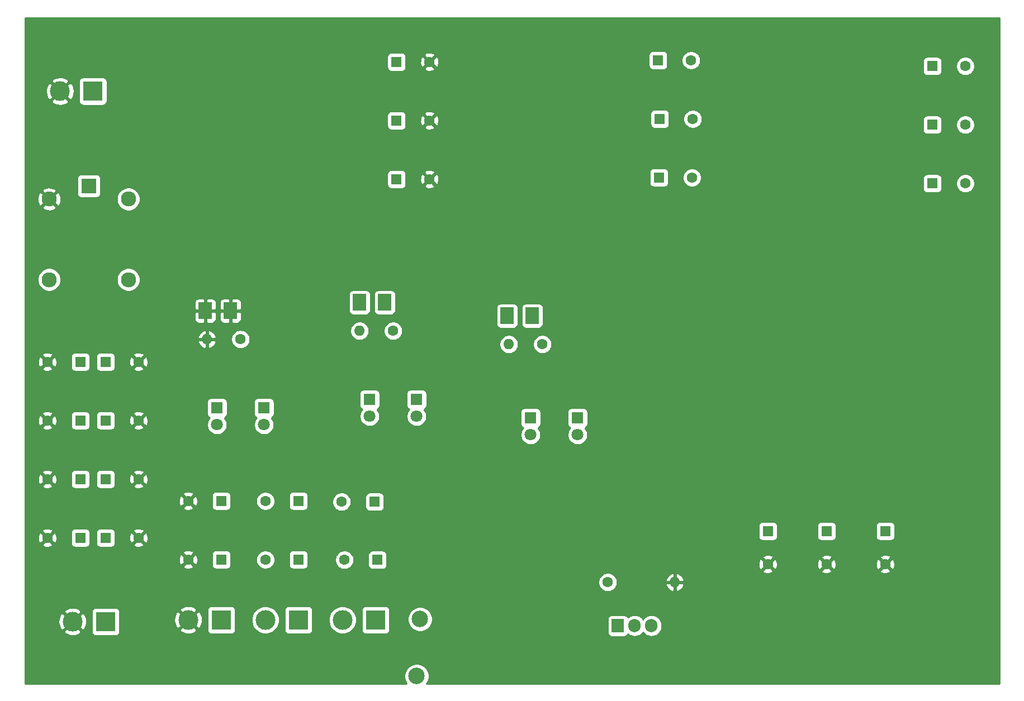
<source format=gbr>
G04 #@! TF.GenerationSoftware,KiCad,Pcbnew,(5.1.5)-3*
G04 #@! TF.CreationDate,2020-07-03T17:29:07+02:00*
G04 #@! TF.ProjectId,Bom-BOX,426f6d2d-424f-4582-9e6b-696361645f70,rev?*
G04 #@! TF.SameCoordinates,Original*
G04 #@! TF.FileFunction,Copper,L2,Bot*
G04 #@! TF.FilePolarity,Positive*
%FSLAX46Y46*%
G04 Gerber Fmt 4.6, Leading zero omitted, Abs format (unit mm)*
G04 Created by KiCad (PCBNEW (5.1.5)-3) date 2020-07-03 17:29:07*
%MOMM*%
%LPD*%
G04 APERTURE LIST*
%ADD10O,1.600000X1.600000*%
%ADD11C,1.600000*%
%ADD12R,3.000000X3.000000*%
%ADD13C,3.000000*%
%ADD14R,1.600000X1.600000*%
%ADD15R,1.800000X1.800000*%
%ADD16C,1.800000*%
%ADD17R,2.300000X2.300000*%
%ADD18C,2.300000*%
%ADD19R,2.000000X2.499360*%
%ADD20R,1.905000X2.000000*%
%ADD21O,1.905000X2.000000*%
%ADD22C,2.500000*%
%ADD23C,0.254000*%
G04 APERTURE END LIST*
D10*
X99568000Y-81280000D03*
D11*
X104648000Y-81280000D03*
D12*
X59182000Y-44958000D03*
D13*
X54182000Y-44958000D03*
X56087000Y-125349000D03*
D12*
X61087000Y-125349000D03*
X101981000Y-125095000D03*
D13*
X96981000Y-125095000D03*
D12*
X90297000Y-125095000D03*
D13*
X85297000Y-125095000D03*
X73613000Y-125095000D03*
D12*
X78613000Y-125095000D03*
D11*
X110156000Y-40513000D03*
D14*
X105156000Y-40513000D03*
X144780000Y-40259000D03*
D11*
X149780000Y-40259000D03*
X191309000Y-41148000D03*
D14*
X186309000Y-41148000D03*
D11*
X179197000Y-116633000D03*
D14*
X179197000Y-111633000D03*
D11*
X66087000Y-85979000D03*
D14*
X61087000Y-85979000D03*
X61087000Y-112649000D03*
D11*
X66087000Y-112649000D03*
D14*
X57277000Y-94869000D03*
D11*
X52277000Y-94869000D03*
X52277000Y-85979000D03*
D14*
X57277000Y-85979000D03*
D11*
X52277000Y-112649000D03*
D14*
X57277000Y-112649000D03*
X61087000Y-94869000D03*
D11*
X66087000Y-94869000D03*
D14*
X57277000Y-103759000D03*
D11*
X52277000Y-103759000D03*
X66087000Y-103759000D03*
D14*
X61087000Y-103759000D03*
D11*
X73613000Y-115951000D03*
D14*
X78613000Y-115951000D03*
X78613000Y-107061000D03*
D11*
X73613000Y-107061000D03*
X85297000Y-107061000D03*
D14*
X90297000Y-107061000D03*
X90297000Y-115951000D03*
D11*
X85297000Y-115951000D03*
X97275301Y-115993999D03*
D14*
X102275301Y-115993999D03*
X101854000Y-107188000D03*
D11*
X96854000Y-107188000D03*
D14*
X105156000Y-49403000D03*
D11*
X110156000Y-49403000D03*
X149907000Y-58039000D03*
D14*
X144907000Y-58039000D03*
D11*
X191309000Y-58928000D03*
D14*
X186309000Y-58928000D03*
X170307000Y-111633000D03*
D11*
X170307000Y-116633000D03*
D14*
X105156000Y-58293000D03*
D11*
X110156000Y-58293000D03*
D14*
X145034000Y-49149000D03*
D11*
X150034000Y-49149000D03*
D14*
X186309000Y-50038000D03*
D11*
X191309000Y-50038000D03*
X161417000Y-116633000D03*
D14*
X161417000Y-111633000D03*
D15*
X85090000Y-92964000D03*
D16*
X85090000Y-95504000D03*
X108204000Y-94234000D03*
D15*
X108204000Y-91694000D03*
D16*
X77978000Y-95504000D03*
D15*
X77978000Y-92964000D03*
D16*
X101092000Y-94234000D03*
D15*
X101092000Y-91694000D03*
X132588000Y-94488000D03*
D16*
X132588000Y-97028000D03*
D15*
X125476000Y-94488000D03*
D16*
X125476000Y-97028000D03*
D17*
X58547000Y-59309000D03*
D18*
X64547000Y-61309000D03*
X52547000Y-61309000D03*
X64547000Y-73509000D03*
X52547000Y-73509000D03*
D11*
X81534000Y-82550000D03*
D10*
X76454000Y-82550000D03*
D11*
X127254000Y-83312000D03*
D10*
X122174000Y-83312000D03*
D19*
X80010000Y-78232000D03*
X76200000Y-78232000D03*
X99568000Y-76962000D03*
X103378000Y-76962000D03*
X121920000Y-78994000D03*
X125730000Y-78994000D03*
D20*
X138684000Y-125984000D03*
D21*
X141224000Y-125984000D03*
X143764000Y-125984000D03*
D11*
X137160000Y-119380000D03*
D10*
X147320000Y-119380000D03*
D22*
X108712000Y-124968000D03*
X108204000Y-133604000D03*
D23*
G36*
X196444000Y-134722000D02*
G01*
X109724047Y-134722000D01*
X109874466Y-134496882D01*
X110016561Y-134153834D01*
X110089000Y-133789656D01*
X110089000Y-133418344D01*
X110016561Y-133054166D01*
X109874466Y-132711118D01*
X109668175Y-132402382D01*
X109405618Y-132139825D01*
X109096882Y-131933534D01*
X108753834Y-131791439D01*
X108389656Y-131719000D01*
X108018344Y-131719000D01*
X107654166Y-131791439D01*
X107311118Y-131933534D01*
X107002382Y-132139825D01*
X106739825Y-132402382D01*
X106533534Y-132711118D01*
X106391439Y-133054166D01*
X106319000Y-133418344D01*
X106319000Y-133789656D01*
X106391439Y-134153834D01*
X106533534Y-134496882D01*
X106683953Y-134722000D01*
X48920000Y-134722000D01*
X48920000Y-126840653D01*
X54774952Y-126840653D01*
X54930962Y-127156214D01*
X55305745Y-127347020D01*
X55710551Y-127461044D01*
X56129824Y-127493902D01*
X56547451Y-127444334D01*
X56947383Y-127314243D01*
X57243038Y-127156214D01*
X57399048Y-126840653D01*
X56087000Y-125528605D01*
X54774952Y-126840653D01*
X48920000Y-126840653D01*
X48920000Y-125391824D01*
X53942098Y-125391824D01*
X53991666Y-125809451D01*
X54121757Y-126209383D01*
X54279786Y-126505038D01*
X54595347Y-126661048D01*
X55907395Y-125349000D01*
X56266605Y-125349000D01*
X57578653Y-126661048D01*
X57894214Y-126505038D01*
X58085020Y-126130255D01*
X58199044Y-125725449D01*
X58231902Y-125306176D01*
X58182334Y-124888549D01*
X58052243Y-124488617D01*
X57894214Y-124192962D01*
X57578653Y-124036952D01*
X56266605Y-125349000D01*
X55907395Y-125349000D01*
X54595347Y-124036952D01*
X54279786Y-124192962D01*
X54088980Y-124567745D01*
X53974956Y-124972551D01*
X53942098Y-125391824D01*
X48920000Y-125391824D01*
X48920000Y-123857347D01*
X54774952Y-123857347D01*
X56087000Y-125169395D01*
X57399048Y-123857347D01*
X57394922Y-123849000D01*
X58948928Y-123849000D01*
X58948928Y-126849000D01*
X58961188Y-126973482D01*
X58997498Y-127093180D01*
X59056463Y-127203494D01*
X59135815Y-127300185D01*
X59232506Y-127379537D01*
X59342820Y-127438502D01*
X59462518Y-127474812D01*
X59587000Y-127487072D01*
X62587000Y-127487072D01*
X62711482Y-127474812D01*
X62831180Y-127438502D01*
X62941494Y-127379537D01*
X63038185Y-127300185D01*
X63117537Y-127203494D01*
X63176502Y-127093180D01*
X63212812Y-126973482D01*
X63225072Y-126849000D01*
X63225072Y-126586653D01*
X72300952Y-126586653D01*
X72456962Y-126902214D01*
X72831745Y-127093020D01*
X73236551Y-127207044D01*
X73655824Y-127239902D01*
X74073451Y-127190334D01*
X74473383Y-127060243D01*
X74769038Y-126902214D01*
X74925048Y-126586653D01*
X73613000Y-125274605D01*
X72300952Y-126586653D01*
X63225072Y-126586653D01*
X63225072Y-125137824D01*
X71468098Y-125137824D01*
X71517666Y-125555451D01*
X71647757Y-125955383D01*
X71805786Y-126251038D01*
X72121347Y-126407048D01*
X73433395Y-125095000D01*
X73792605Y-125095000D01*
X75104653Y-126407048D01*
X75420214Y-126251038D01*
X75611020Y-125876255D01*
X75725044Y-125471449D01*
X75757902Y-125052176D01*
X75708334Y-124634549D01*
X75578243Y-124234617D01*
X75420214Y-123938962D01*
X75104653Y-123782952D01*
X73792605Y-125095000D01*
X73433395Y-125095000D01*
X72121347Y-123782952D01*
X71805786Y-123938962D01*
X71614980Y-124313745D01*
X71500956Y-124718551D01*
X71468098Y-125137824D01*
X63225072Y-125137824D01*
X63225072Y-123849000D01*
X63212812Y-123724518D01*
X63176502Y-123604820D01*
X63175715Y-123603347D01*
X72300952Y-123603347D01*
X73613000Y-124915395D01*
X74925048Y-123603347D01*
X74920922Y-123595000D01*
X76474928Y-123595000D01*
X76474928Y-126595000D01*
X76487188Y-126719482D01*
X76523498Y-126839180D01*
X76582463Y-126949494D01*
X76661815Y-127046185D01*
X76758506Y-127125537D01*
X76868820Y-127184502D01*
X76988518Y-127220812D01*
X77113000Y-127233072D01*
X80113000Y-127233072D01*
X80237482Y-127220812D01*
X80357180Y-127184502D01*
X80467494Y-127125537D01*
X80564185Y-127046185D01*
X80643537Y-126949494D01*
X80702502Y-126839180D01*
X80738812Y-126719482D01*
X80751072Y-126595000D01*
X80751072Y-124884721D01*
X83162000Y-124884721D01*
X83162000Y-125305279D01*
X83244047Y-125717756D01*
X83404988Y-126106302D01*
X83638637Y-126455983D01*
X83936017Y-126753363D01*
X84285698Y-126987012D01*
X84674244Y-127147953D01*
X85086721Y-127230000D01*
X85507279Y-127230000D01*
X85919756Y-127147953D01*
X86308302Y-126987012D01*
X86657983Y-126753363D01*
X86955363Y-126455983D01*
X87189012Y-126106302D01*
X87349953Y-125717756D01*
X87432000Y-125305279D01*
X87432000Y-124884721D01*
X87349953Y-124472244D01*
X87189012Y-124083698D01*
X86955363Y-123734017D01*
X86816346Y-123595000D01*
X88158928Y-123595000D01*
X88158928Y-126595000D01*
X88171188Y-126719482D01*
X88207498Y-126839180D01*
X88266463Y-126949494D01*
X88345815Y-127046185D01*
X88442506Y-127125537D01*
X88552820Y-127184502D01*
X88672518Y-127220812D01*
X88797000Y-127233072D01*
X91797000Y-127233072D01*
X91921482Y-127220812D01*
X92041180Y-127184502D01*
X92151494Y-127125537D01*
X92248185Y-127046185D01*
X92327537Y-126949494D01*
X92386502Y-126839180D01*
X92422812Y-126719482D01*
X92435072Y-126595000D01*
X92435072Y-124884721D01*
X94846000Y-124884721D01*
X94846000Y-125305279D01*
X94928047Y-125717756D01*
X95088988Y-126106302D01*
X95322637Y-126455983D01*
X95620017Y-126753363D01*
X95969698Y-126987012D01*
X96358244Y-127147953D01*
X96770721Y-127230000D01*
X97191279Y-127230000D01*
X97603756Y-127147953D01*
X97992302Y-126987012D01*
X98341983Y-126753363D01*
X98639363Y-126455983D01*
X98873012Y-126106302D01*
X99033953Y-125717756D01*
X99116000Y-125305279D01*
X99116000Y-124884721D01*
X99033953Y-124472244D01*
X98873012Y-124083698D01*
X98639363Y-123734017D01*
X98500346Y-123595000D01*
X99842928Y-123595000D01*
X99842928Y-126595000D01*
X99855188Y-126719482D01*
X99891498Y-126839180D01*
X99950463Y-126949494D01*
X100029815Y-127046185D01*
X100126506Y-127125537D01*
X100236820Y-127184502D01*
X100356518Y-127220812D01*
X100481000Y-127233072D01*
X103481000Y-127233072D01*
X103605482Y-127220812D01*
X103725180Y-127184502D01*
X103835494Y-127125537D01*
X103932185Y-127046185D01*
X104011537Y-126949494D01*
X104070502Y-126839180D01*
X104106812Y-126719482D01*
X104119072Y-126595000D01*
X104119072Y-124782344D01*
X106827000Y-124782344D01*
X106827000Y-125153656D01*
X106899439Y-125517834D01*
X107041534Y-125860882D01*
X107247825Y-126169618D01*
X107510382Y-126432175D01*
X107819118Y-126638466D01*
X108162166Y-126780561D01*
X108526344Y-126853000D01*
X108897656Y-126853000D01*
X109261834Y-126780561D01*
X109604882Y-126638466D01*
X109913618Y-126432175D01*
X110176175Y-126169618D01*
X110382466Y-125860882D01*
X110524561Y-125517834D01*
X110597000Y-125153656D01*
X110597000Y-124984000D01*
X137093428Y-124984000D01*
X137093428Y-126984000D01*
X137105688Y-127108482D01*
X137141998Y-127228180D01*
X137200963Y-127338494D01*
X137280315Y-127435185D01*
X137377006Y-127514537D01*
X137487320Y-127573502D01*
X137607018Y-127609812D01*
X137731500Y-127622072D01*
X139636500Y-127622072D01*
X139760982Y-127609812D01*
X139880680Y-127573502D01*
X139990994Y-127514537D01*
X140087685Y-127435185D01*
X140167037Y-127338494D01*
X140211905Y-127254553D01*
X140337766Y-127357845D01*
X140613552Y-127505255D01*
X140912797Y-127596030D01*
X141224000Y-127626681D01*
X141535204Y-127596030D01*
X141834449Y-127505255D01*
X142110235Y-127357845D01*
X142351963Y-127159463D01*
X142494000Y-126986391D01*
X142636037Y-127159463D01*
X142877766Y-127357845D01*
X143153552Y-127505255D01*
X143452797Y-127596030D01*
X143764000Y-127626681D01*
X144075204Y-127596030D01*
X144374449Y-127505255D01*
X144650235Y-127357845D01*
X144891963Y-127159463D01*
X145090345Y-126917734D01*
X145237755Y-126641948D01*
X145328530Y-126342703D01*
X145351500Y-126109485D01*
X145351500Y-125858514D01*
X145328530Y-125625296D01*
X145237755Y-125326051D01*
X145090345Y-125050265D01*
X144891963Y-124808537D01*
X144650234Y-124610155D01*
X144374448Y-124462745D01*
X144075203Y-124371970D01*
X143764000Y-124341319D01*
X143452796Y-124371970D01*
X143153551Y-124462745D01*
X142877765Y-124610155D01*
X142636037Y-124808537D01*
X142494000Y-124981609D01*
X142351963Y-124808537D01*
X142110234Y-124610155D01*
X141834448Y-124462745D01*
X141535203Y-124371970D01*
X141224000Y-124341319D01*
X140912796Y-124371970D01*
X140613551Y-124462745D01*
X140337765Y-124610155D01*
X140211905Y-124713446D01*
X140167037Y-124629506D01*
X140087685Y-124532815D01*
X139990994Y-124453463D01*
X139880680Y-124394498D01*
X139760982Y-124358188D01*
X139636500Y-124345928D01*
X137731500Y-124345928D01*
X137607018Y-124358188D01*
X137487320Y-124394498D01*
X137377006Y-124453463D01*
X137280315Y-124532815D01*
X137200963Y-124629506D01*
X137141998Y-124739820D01*
X137105688Y-124859518D01*
X137093428Y-124984000D01*
X110597000Y-124984000D01*
X110597000Y-124782344D01*
X110524561Y-124418166D01*
X110382466Y-124075118D01*
X110176175Y-123766382D01*
X109913618Y-123503825D01*
X109604882Y-123297534D01*
X109261834Y-123155439D01*
X108897656Y-123083000D01*
X108526344Y-123083000D01*
X108162166Y-123155439D01*
X107819118Y-123297534D01*
X107510382Y-123503825D01*
X107247825Y-123766382D01*
X107041534Y-124075118D01*
X106899439Y-124418166D01*
X106827000Y-124782344D01*
X104119072Y-124782344D01*
X104119072Y-123595000D01*
X104106812Y-123470518D01*
X104070502Y-123350820D01*
X104011537Y-123240506D01*
X103932185Y-123143815D01*
X103835494Y-123064463D01*
X103725180Y-123005498D01*
X103605482Y-122969188D01*
X103481000Y-122956928D01*
X100481000Y-122956928D01*
X100356518Y-122969188D01*
X100236820Y-123005498D01*
X100126506Y-123064463D01*
X100029815Y-123143815D01*
X99950463Y-123240506D01*
X99891498Y-123350820D01*
X99855188Y-123470518D01*
X99842928Y-123595000D01*
X98500346Y-123595000D01*
X98341983Y-123436637D01*
X97992302Y-123202988D01*
X97603756Y-123042047D01*
X97191279Y-122960000D01*
X96770721Y-122960000D01*
X96358244Y-123042047D01*
X95969698Y-123202988D01*
X95620017Y-123436637D01*
X95322637Y-123734017D01*
X95088988Y-124083698D01*
X94928047Y-124472244D01*
X94846000Y-124884721D01*
X92435072Y-124884721D01*
X92435072Y-123595000D01*
X92422812Y-123470518D01*
X92386502Y-123350820D01*
X92327537Y-123240506D01*
X92248185Y-123143815D01*
X92151494Y-123064463D01*
X92041180Y-123005498D01*
X91921482Y-122969188D01*
X91797000Y-122956928D01*
X88797000Y-122956928D01*
X88672518Y-122969188D01*
X88552820Y-123005498D01*
X88442506Y-123064463D01*
X88345815Y-123143815D01*
X88266463Y-123240506D01*
X88207498Y-123350820D01*
X88171188Y-123470518D01*
X88158928Y-123595000D01*
X86816346Y-123595000D01*
X86657983Y-123436637D01*
X86308302Y-123202988D01*
X85919756Y-123042047D01*
X85507279Y-122960000D01*
X85086721Y-122960000D01*
X84674244Y-123042047D01*
X84285698Y-123202988D01*
X83936017Y-123436637D01*
X83638637Y-123734017D01*
X83404988Y-124083698D01*
X83244047Y-124472244D01*
X83162000Y-124884721D01*
X80751072Y-124884721D01*
X80751072Y-123595000D01*
X80738812Y-123470518D01*
X80702502Y-123350820D01*
X80643537Y-123240506D01*
X80564185Y-123143815D01*
X80467494Y-123064463D01*
X80357180Y-123005498D01*
X80237482Y-122969188D01*
X80113000Y-122956928D01*
X77113000Y-122956928D01*
X76988518Y-122969188D01*
X76868820Y-123005498D01*
X76758506Y-123064463D01*
X76661815Y-123143815D01*
X76582463Y-123240506D01*
X76523498Y-123350820D01*
X76487188Y-123470518D01*
X76474928Y-123595000D01*
X74920922Y-123595000D01*
X74769038Y-123287786D01*
X74394255Y-123096980D01*
X73989449Y-122982956D01*
X73570176Y-122950098D01*
X73152549Y-122999666D01*
X72752617Y-123129757D01*
X72456962Y-123287786D01*
X72300952Y-123603347D01*
X63175715Y-123603347D01*
X63117537Y-123494506D01*
X63038185Y-123397815D01*
X62941494Y-123318463D01*
X62831180Y-123259498D01*
X62711482Y-123223188D01*
X62587000Y-123210928D01*
X59587000Y-123210928D01*
X59462518Y-123223188D01*
X59342820Y-123259498D01*
X59232506Y-123318463D01*
X59135815Y-123397815D01*
X59056463Y-123494506D01*
X58997498Y-123604820D01*
X58961188Y-123724518D01*
X58948928Y-123849000D01*
X57394922Y-123849000D01*
X57243038Y-123541786D01*
X56868255Y-123350980D01*
X56463449Y-123236956D01*
X56044176Y-123204098D01*
X55626549Y-123253666D01*
X55226617Y-123383757D01*
X54930962Y-123541786D01*
X54774952Y-123857347D01*
X48920000Y-123857347D01*
X48920000Y-119238665D01*
X135725000Y-119238665D01*
X135725000Y-119521335D01*
X135780147Y-119798574D01*
X135888320Y-120059727D01*
X136045363Y-120294759D01*
X136245241Y-120494637D01*
X136480273Y-120651680D01*
X136741426Y-120759853D01*
X137018665Y-120815000D01*
X137301335Y-120815000D01*
X137578574Y-120759853D01*
X137839727Y-120651680D01*
X138074759Y-120494637D01*
X138274637Y-120294759D01*
X138431680Y-120059727D01*
X138539853Y-119798574D01*
X138553684Y-119729039D01*
X145928096Y-119729039D01*
X145968754Y-119863087D01*
X146088963Y-120117420D01*
X146256481Y-120343414D01*
X146464869Y-120532385D01*
X146706119Y-120677070D01*
X146970960Y-120771909D01*
X147193000Y-120650624D01*
X147193000Y-119507000D01*
X147447000Y-119507000D01*
X147447000Y-120650624D01*
X147669040Y-120771909D01*
X147933881Y-120677070D01*
X148175131Y-120532385D01*
X148383519Y-120343414D01*
X148551037Y-120117420D01*
X148671246Y-119863087D01*
X148711904Y-119729039D01*
X148589915Y-119507000D01*
X147447000Y-119507000D01*
X147193000Y-119507000D01*
X146050085Y-119507000D01*
X145928096Y-119729039D01*
X138553684Y-119729039D01*
X138595000Y-119521335D01*
X138595000Y-119238665D01*
X138553685Y-119030961D01*
X145928096Y-119030961D01*
X146050085Y-119253000D01*
X147193000Y-119253000D01*
X147193000Y-118109376D01*
X147447000Y-118109376D01*
X147447000Y-119253000D01*
X148589915Y-119253000D01*
X148711904Y-119030961D01*
X148671246Y-118896913D01*
X148551037Y-118642580D01*
X148383519Y-118416586D01*
X148175131Y-118227615D01*
X147933881Y-118082930D01*
X147669040Y-117988091D01*
X147447000Y-118109376D01*
X147193000Y-118109376D01*
X146970960Y-117988091D01*
X146706119Y-118082930D01*
X146464869Y-118227615D01*
X146256481Y-118416586D01*
X146088963Y-118642580D01*
X145968754Y-118896913D01*
X145928096Y-119030961D01*
X138553685Y-119030961D01*
X138539853Y-118961426D01*
X138431680Y-118700273D01*
X138274637Y-118465241D01*
X138074759Y-118265363D01*
X137839727Y-118108320D01*
X137578574Y-118000147D01*
X137301335Y-117945000D01*
X137018665Y-117945000D01*
X136741426Y-118000147D01*
X136480273Y-118108320D01*
X136245241Y-118265363D01*
X136045363Y-118465241D01*
X135888320Y-118700273D01*
X135780147Y-118961426D01*
X135725000Y-119238665D01*
X48920000Y-119238665D01*
X48920000Y-117625702D01*
X160603903Y-117625702D01*
X160675486Y-117869671D01*
X160930996Y-117990571D01*
X161205184Y-118059300D01*
X161487512Y-118073217D01*
X161767130Y-118031787D01*
X162033292Y-117936603D01*
X162158514Y-117869671D01*
X162230097Y-117625702D01*
X169493903Y-117625702D01*
X169565486Y-117869671D01*
X169820996Y-117990571D01*
X170095184Y-118059300D01*
X170377512Y-118073217D01*
X170657130Y-118031787D01*
X170923292Y-117936603D01*
X171048514Y-117869671D01*
X171120097Y-117625702D01*
X178383903Y-117625702D01*
X178455486Y-117869671D01*
X178710996Y-117990571D01*
X178985184Y-118059300D01*
X179267512Y-118073217D01*
X179547130Y-118031787D01*
X179813292Y-117936603D01*
X179938514Y-117869671D01*
X180010097Y-117625702D01*
X179197000Y-116812605D01*
X178383903Y-117625702D01*
X171120097Y-117625702D01*
X170307000Y-116812605D01*
X169493903Y-117625702D01*
X162230097Y-117625702D01*
X161417000Y-116812605D01*
X160603903Y-117625702D01*
X48920000Y-117625702D01*
X48920000Y-116943702D01*
X72799903Y-116943702D01*
X72871486Y-117187671D01*
X73126996Y-117308571D01*
X73401184Y-117377300D01*
X73683512Y-117391217D01*
X73963130Y-117349787D01*
X74229292Y-117254603D01*
X74354514Y-117187671D01*
X74426097Y-116943702D01*
X73613000Y-116130605D01*
X72799903Y-116943702D01*
X48920000Y-116943702D01*
X48920000Y-116021512D01*
X72172783Y-116021512D01*
X72214213Y-116301130D01*
X72309397Y-116567292D01*
X72376329Y-116692514D01*
X72620298Y-116764097D01*
X73433395Y-115951000D01*
X73792605Y-115951000D01*
X74605702Y-116764097D01*
X74849671Y-116692514D01*
X74970571Y-116437004D01*
X75039300Y-116162816D01*
X75053217Y-115880488D01*
X75011787Y-115600870D01*
X74916603Y-115334708D01*
X74849671Y-115209486D01*
X74650340Y-115151000D01*
X77174928Y-115151000D01*
X77174928Y-116751000D01*
X77187188Y-116875482D01*
X77223498Y-116995180D01*
X77282463Y-117105494D01*
X77361815Y-117202185D01*
X77458506Y-117281537D01*
X77568820Y-117340502D01*
X77688518Y-117376812D01*
X77813000Y-117389072D01*
X79413000Y-117389072D01*
X79537482Y-117376812D01*
X79657180Y-117340502D01*
X79767494Y-117281537D01*
X79864185Y-117202185D01*
X79943537Y-117105494D01*
X80002502Y-116995180D01*
X80038812Y-116875482D01*
X80051072Y-116751000D01*
X80051072Y-115809665D01*
X83862000Y-115809665D01*
X83862000Y-116092335D01*
X83917147Y-116369574D01*
X84025320Y-116630727D01*
X84182363Y-116865759D01*
X84382241Y-117065637D01*
X84617273Y-117222680D01*
X84878426Y-117330853D01*
X85155665Y-117386000D01*
X85438335Y-117386000D01*
X85715574Y-117330853D01*
X85976727Y-117222680D01*
X86211759Y-117065637D01*
X86411637Y-116865759D01*
X86568680Y-116630727D01*
X86676853Y-116369574D01*
X86732000Y-116092335D01*
X86732000Y-115809665D01*
X86676853Y-115532426D01*
X86568680Y-115271273D01*
X86488317Y-115151000D01*
X88858928Y-115151000D01*
X88858928Y-116751000D01*
X88871188Y-116875482D01*
X88907498Y-116995180D01*
X88966463Y-117105494D01*
X89045815Y-117202185D01*
X89142506Y-117281537D01*
X89252820Y-117340502D01*
X89372518Y-117376812D01*
X89497000Y-117389072D01*
X91097000Y-117389072D01*
X91221482Y-117376812D01*
X91341180Y-117340502D01*
X91451494Y-117281537D01*
X91548185Y-117202185D01*
X91627537Y-117105494D01*
X91686502Y-116995180D01*
X91722812Y-116875482D01*
X91735072Y-116751000D01*
X91735072Y-115852664D01*
X95840301Y-115852664D01*
X95840301Y-116135334D01*
X95895448Y-116412573D01*
X96003621Y-116673726D01*
X96160664Y-116908758D01*
X96360542Y-117108636D01*
X96595574Y-117265679D01*
X96856727Y-117373852D01*
X97133966Y-117428999D01*
X97416636Y-117428999D01*
X97693875Y-117373852D01*
X97955028Y-117265679D01*
X98190060Y-117108636D01*
X98389938Y-116908758D01*
X98546981Y-116673726D01*
X98655154Y-116412573D01*
X98710301Y-116135334D01*
X98710301Y-115852664D01*
X98655154Y-115575425D01*
X98546981Y-115314272D01*
X98466618Y-115193999D01*
X100837229Y-115193999D01*
X100837229Y-116793999D01*
X100849489Y-116918481D01*
X100885799Y-117038179D01*
X100944764Y-117148493D01*
X101024116Y-117245184D01*
X101120807Y-117324536D01*
X101231121Y-117383501D01*
X101350819Y-117419811D01*
X101475301Y-117432071D01*
X103075301Y-117432071D01*
X103199783Y-117419811D01*
X103319481Y-117383501D01*
X103429795Y-117324536D01*
X103526486Y-117245184D01*
X103605838Y-117148493D01*
X103664803Y-117038179D01*
X103701113Y-116918481D01*
X103713373Y-116793999D01*
X103713373Y-116703512D01*
X159976783Y-116703512D01*
X160018213Y-116983130D01*
X160113397Y-117249292D01*
X160180329Y-117374514D01*
X160424298Y-117446097D01*
X161237395Y-116633000D01*
X161596605Y-116633000D01*
X162409702Y-117446097D01*
X162653671Y-117374514D01*
X162774571Y-117119004D01*
X162843300Y-116844816D01*
X162850265Y-116703512D01*
X168866783Y-116703512D01*
X168908213Y-116983130D01*
X169003397Y-117249292D01*
X169070329Y-117374514D01*
X169314298Y-117446097D01*
X170127395Y-116633000D01*
X170486605Y-116633000D01*
X171299702Y-117446097D01*
X171543671Y-117374514D01*
X171664571Y-117119004D01*
X171733300Y-116844816D01*
X171740265Y-116703512D01*
X177756783Y-116703512D01*
X177798213Y-116983130D01*
X177893397Y-117249292D01*
X177960329Y-117374514D01*
X178204298Y-117446097D01*
X179017395Y-116633000D01*
X179376605Y-116633000D01*
X180189702Y-117446097D01*
X180433671Y-117374514D01*
X180554571Y-117119004D01*
X180623300Y-116844816D01*
X180637217Y-116562488D01*
X180595787Y-116282870D01*
X180500603Y-116016708D01*
X180433671Y-115891486D01*
X180189702Y-115819903D01*
X179376605Y-116633000D01*
X179017395Y-116633000D01*
X178204298Y-115819903D01*
X177960329Y-115891486D01*
X177839429Y-116146996D01*
X177770700Y-116421184D01*
X177756783Y-116703512D01*
X171740265Y-116703512D01*
X171747217Y-116562488D01*
X171705787Y-116282870D01*
X171610603Y-116016708D01*
X171543671Y-115891486D01*
X171299702Y-115819903D01*
X170486605Y-116633000D01*
X170127395Y-116633000D01*
X169314298Y-115819903D01*
X169070329Y-115891486D01*
X168949429Y-116146996D01*
X168880700Y-116421184D01*
X168866783Y-116703512D01*
X162850265Y-116703512D01*
X162857217Y-116562488D01*
X162815787Y-116282870D01*
X162720603Y-116016708D01*
X162653671Y-115891486D01*
X162409702Y-115819903D01*
X161596605Y-116633000D01*
X161237395Y-116633000D01*
X160424298Y-115819903D01*
X160180329Y-115891486D01*
X160059429Y-116146996D01*
X159990700Y-116421184D01*
X159976783Y-116703512D01*
X103713373Y-116703512D01*
X103713373Y-115640298D01*
X160603903Y-115640298D01*
X161417000Y-116453395D01*
X162230097Y-115640298D01*
X169493903Y-115640298D01*
X170307000Y-116453395D01*
X171120097Y-115640298D01*
X178383903Y-115640298D01*
X179197000Y-116453395D01*
X180010097Y-115640298D01*
X179938514Y-115396329D01*
X179683004Y-115275429D01*
X179408816Y-115206700D01*
X179126488Y-115192783D01*
X178846870Y-115234213D01*
X178580708Y-115329397D01*
X178455486Y-115396329D01*
X178383903Y-115640298D01*
X171120097Y-115640298D01*
X171048514Y-115396329D01*
X170793004Y-115275429D01*
X170518816Y-115206700D01*
X170236488Y-115192783D01*
X169956870Y-115234213D01*
X169690708Y-115329397D01*
X169565486Y-115396329D01*
X169493903Y-115640298D01*
X162230097Y-115640298D01*
X162158514Y-115396329D01*
X161903004Y-115275429D01*
X161628816Y-115206700D01*
X161346488Y-115192783D01*
X161066870Y-115234213D01*
X160800708Y-115329397D01*
X160675486Y-115396329D01*
X160603903Y-115640298D01*
X103713373Y-115640298D01*
X103713373Y-115193999D01*
X103701113Y-115069517D01*
X103664803Y-114949819D01*
X103605838Y-114839505D01*
X103526486Y-114742814D01*
X103429795Y-114663462D01*
X103319481Y-114604497D01*
X103199783Y-114568187D01*
X103075301Y-114555927D01*
X101475301Y-114555927D01*
X101350819Y-114568187D01*
X101231121Y-114604497D01*
X101120807Y-114663462D01*
X101024116Y-114742814D01*
X100944764Y-114839505D01*
X100885799Y-114949819D01*
X100849489Y-115069517D01*
X100837229Y-115193999D01*
X98466618Y-115193999D01*
X98389938Y-115079240D01*
X98190060Y-114879362D01*
X97955028Y-114722319D01*
X97693875Y-114614146D01*
X97416636Y-114558999D01*
X97133966Y-114558999D01*
X96856727Y-114614146D01*
X96595574Y-114722319D01*
X96360542Y-114879362D01*
X96160664Y-115079240D01*
X96003621Y-115314272D01*
X95895448Y-115575425D01*
X95840301Y-115852664D01*
X91735072Y-115852664D01*
X91735072Y-115151000D01*
X91722812Y-115026518D01*
X91686502Y-114906820D01*
X91627537Y-114796506D01*
X91548185Y-114699815D01*
X91451494Y-114620463D01*
X91341180Y-114561498D01*
X91221482Y-114525188D01*
X91097000Y-114512928D01*
X89497000Y-114512928D01*
X89372518Y-114525188D01*
X89252820Y-114561498D01*
X89142506Y-114620463D01*
X89045815Y-114699815D01*
X88966463Y-114796506D01*
X88907498Y-114906820D01*
X88871188Y-115026518D01*
X88858928Y-115151000D01*
X86488317Y-115151000D01*
X86411637Y-115036241D01*
X86211759Y-114836363D01*
X85976727Y-114679320D01*
X85715574Y-114571147D01*
X85438335Y-114516000D01*
X85155665Y-114516000D01*
X84878426Y-114571147D01*
X84617273Y-114679320D01*
X84382241Y-114836363D01*
X84182363Y-115036241D01*
X84025320Y-115271273D01*
X83917147Y-115532426D01*
X83862000Y-115809665D01*
X80051072Y-115809665D01*
X80051072Y-115151000D01*
X80038812Y-115026518D01*
X80002502Y-114906820D01*
X79943537Y-114796506D01*
X79864185Y-114699815D01*
X79767494Y-114620463D01*
X79657180Y-114561498D01*
X79537482Y-114525188D01*
X79413000Y-114512928D01*
X77813000Y-114512928D01*
X77688518Y-114525188D01*
X77568820Y-114561498D01*
X77458506Y-114620463D01*
X77361815Y-114699815D01*
X77282463Y-114796506D01*
X77223498Y-114906820D01*
X77187188Y-115026518D01*
X77174928Y-115151000D01*
X74650340Y-115151000D01*
X74605702Y-115137903D01*
X73792605Y-115951000D01*
X73433395Y-115951000D01*
X72620298Y-115137903D01*
X72376329Y-115209486D01*
X72255429Y-115464996D01*
X72186700Y-115739184D01*
X72172783Y-116021512D01*
X48920000Y-116021512D01*
X48920000Y-114958298D01*
X72799903Y-114958298D01*
X73613000Y-115771395D01*
X74426097Y-114958298D01*
X74354514Y-114714329D01*
X74099004Y-114593429D01*
X73824816Y-114524700D01*
X73542488Y-114510783D01*
X73262870Y-114552213D01*
X72996708Y-114647397D01*
X72871486Y-114714329D01*
X72799903Y-114958298D01*
X48920000Y-114958298D01*
X48920000Y-113641702D01*
X51463903Y-113641702D01*
X51535486Y-113885671D01*
X51790996Y-114006571D01*
X52065184Y-114075300D01*
X52347512Y-114089217D01*
X52627130Y-114047787D01*
X52893292Y-113952603D01*
X53018514Y-113885671D01*
X53090097Y-113641702D01*
X52277000Y-112828605D01*
X51463903Y-113641702D01*
X48920000Y-113641702D01*
X48920000Y-112719512D01*
X50836783Y-112719512D01*
X50878213Y-112999130D01*
X50973397Y-113265292D01*
X51040329Y-113390514D01*
X51284298Y-113462097D01*
X52097395Y-112649000D01*
X52456605Y-112649000D01*
X53269702Y-113462097D01*
X53513671Y-113390514D01*
X53634571Y-113135004D01*
X53703300Y-112860816D01*
X53717217Y-112578488D01*
X53675787Y-112298870D01*
X53580603Y-112032708D01*
X53513671Y-111907486D01*
X53314340Y-111849000D01*
X55838928Y-111849000D01*
X55838928Y-113449000D01*
X55851188Y-113573482D01*
X55887498Y-113693180D01*
X55946463Y-113803494D01*
X56025815Y-113900185D01*
X56122506Y-113979537D01*
X56232820Y-114038502D01*
X56352518Y-114074812D01*
X56477000Y-114087072D01*
X58077000Y-114087072D01*
X58201482Y-114074812D01*
X58321180Y-114038502D01*
X58431494Y-113979537D01*
X58528185Y-113900185D01*
X58607537Y-113803494D01*
X58666502Y-113693180D01*
X58702812Y-113573482D01*
X58715072Y-113449000D01*
X58715072Y-111849000D01*
X59648928Y-111849000D01*
X59648928Y-113449000D01*
X59661188Y-113573482D01*
X59697498Y-113693180D01*
X59756463Y-113803494D01*
X59835815Y-113900185D01*
X59932506Y-113979537D01*
X60042820Y-114038502D01*
X60162518Y-114074812D01*
X60287000Y-114087072D01*
X61887000Y-114087072D01*
X62011482Y-114074812D01*
X62131180Y-114038502D01*
X62241494Y-113979537D01*
X62338185Y-113900185D01*
X62417537Y-113803494D01*
X62476502Y-113693180D01*
X62492117Y-113641702D01*
X65273903Y-113641702D01*
X65345486Y-113885671D01*
X65600996Y-114006571D01*
X65875184Y-114075300D01*
X66157512Y-114089217D01*
X66437130Y-114047787D01*
X66703292Y-113952603D01*
X66828514Y-113885671D01*
X66900097Y-113641702D01*
X66087000Y-112828605D01*
X65273903Y-113641702D01*
X62492117Y-113641702D01*
X62512812Y-113573482D01*
X62525072Y-113449000D01*
X62525072Y-112719512D01*
X64646783Y-112719512D01*
X64688213Y-112999130D01*
X64783397Y-113265292D01*
X64850329Y-113390514D01*
X65094298Y-113462097D01*
X65907395Y-112649000D01*
X66266605Y-112649000D01*
X67079702Y-113462097D01*
X67323671Y-113390514D01*
X67444571Y-113135004D01*
X67513300Y-112860816D01*
X67527217Y-112578488D01*
X67485787Y-112298870D01*
X67390603Y-112032708D01*
X67323671Y-111907486D01*
X67079702Y-111835903D01*
X66266605Y-112649000D01*
X65907395Y-112649000D01*
X65094298Y-111835903D01*
X64850329Y-111907486D01*
X64729429Y-112162996D01*
X64660700Y-112437184D01*
X64646783Y-112719512D01*
X62525072Y-112719512D01*
X62525072Y-111849000D01*
X62512812Y-111724518D01*
X62492118Y-111656298D01*
X65273903Y-111656298D01*
X66087000Y-112469395D01*
X66900097Y-111656298D01*
X66828514Y-111412329D01*
X66573004Y-111291429D01*
X66298816Y-111222700D01*
X66016488Y-111208783D01*
X65736870Y-111250213D01*
X65470708Y-111345397D01*
X65345486Y-111412329D01*
X65273903Y-111656298D01*
X62492118Y-111656298D01*
X62476502Y-111604820D01*
X62417537Y-111494506D01*
X62338185Y-111397815D01*
X62241494Y-111318463D01*
X62131180Y-111259498D01*
X62011482Y-111223188D01*
X61887000Y-111210928D01*
X60287000Y-111210928D01*
X60162518Y-111223188D01*
X60042820Y-111259498D01*
X59932506Y-111318463D01*
X59835815Y-111397815D01*
X59756463Y-111494506D01*
X59697498Y-111604820D01*
X59661188Y-111724518D01*
X59648928Y-111849000D01*
X58715072Y-111849000D01*
X58702812Y-111724518D01*
X58666502Y-111604820D01*
X58607537Y-111494506D01*
X58528185Y-111397815D01*
X58431494Y-111318463D01*
X58321180Y-111259498D01*
X58201482Y-111223188D01*
X58077000Y-111210928D01*
X56477000Y-111210928D01*
X56352518Y-111223188D01*
X56232820Y-111259498D01*
X56122506Y-111318463D01*
X56025815Y-111397815D01*
X55946463Y-111494506D01*
X55887498Y-111604820D01*
X55851188Y-111724518D01*
X55838928Y-111849000D01*
X53314340Y-111849000D01*
X53269702Y-111835903D01*
X52456605Y-112649000D01*
X52097395Y-112649000D01*
X51284298Y-111835903D01*
X51040329Y-111907486D01*
X50919429Y-112162996D01*
X50850700Y-112437184D01*
X50836783Y-112719512D01*
X48920000Y-112719512D01*
X48920000Y-111656298D01*
X51463903Y-111656298D01*
X52277000Y-112469395D01*
X53090097Y-111656298D01*
X53018514Y-111412329D01*
X52763004Y-111291429D01*
X52488816Y-111222700D01*
X52206488Y-111208783D01*
X51926870Y-111250213D01*
X51660708Y-111345397D01*
X51535486Y-111412329D01*
X51463903Y-111656298D01*
X48920000Y-111656298D01*
X48920000Y-110833000D01*
X159978928Y-110833000D01*
X159978928Y-112433000D01*
X159991188Y-112557482D01*
X160027498Y-112677180D01*
X160086463Y-112787494D01*
X160165815Y-112884185D01*
X160262506Y-112963537D01*
X160372820Y-113022502D01*
X160492518Y-113058812D01*
X160617000Y-113071072D01*
X162217000Y-113071072D01*
X162341482Y-113058812D01*
X162461180Y-113022502D01*
X162571494Y-112963537D01*
X162668185Y-112884185D01*
X162747537Y-112787494D01*
X162806502Y-112677180D01*
X162842812Y-112557482D01*
X162855072Y-112433000D01*
X162855072Y-110833000D01*
X168868928Y-110833000D01*
X168868928Y-112433000D01*
X168881188Y-112557482D01*
X168917498Y-112677180D01*
X168976463Y-112787494D01*
X169055815Y-112884185D01*
X169152506Y-112963537D01*
X169262820Y-113022502D01*
X169382518Y-113058812D01*
X169507000Y-113071072D01*
X171107000Y-113071072D01*
X171231482Y-113058812D01*
X171351180Y-113022502D01*
X171461494Y-112963537D01*
X171558185Y-112884185D01*
X171637537Y-112787494D01*
X171696502Y-112677180D01*
X171732812Y-112557482D01*
X171745072Y-112433000D01*
X171745072Y-110833000D01*
X177758928Y-110833000D01*
X177758928Y-112433000D01*
X177771188Y-112557482D01*
X177807498Y-112677180D01*
X177866463Y-112787494D01*
X177945815Y-112884185D01*
X178042506Y-112963537D01*
X178152820Y-113022502D01*
X178272518Y-113058812D01*
X178397000Y-113071072D01*
X179997000Y-113071072D01*
X180121482Y-113058812D01*
X180241180Y-113022502D01*
X180351494Y-112963537D01*
X180448185Y-112884185D01*
X180527537Y-112787494D01*
X180586502Y-112677180D01*
X180622812Y-112557482D01*
X180635072Y-112433000D01*
X180635072Y-110833000D01*
X180622812Y-110708518D01*
X180586502Y-110588820D01*
X180527537Y-110478506D01*
X180448185Y-110381815D01*
X180351494Y-110302463D01*
X180241180Y-110243498D01*
X180121482Y-110207188D01*
X179997000Y-110194928D01*
X178397000Y-110194928D01*
X178272518Y-110207188D01*
X178152820Y-110243498D01*
X178042506Y-110302463D01*
X177945815Y-110381815D01*
X177866463Y-110478506D01*
X177807498Y-110588820D01*
X177771188Y-110708518D01*
X177758928Y-110833000D01*
X171745072Y-110833000D01*
X171732812Y-110708518D01*
X171696502Y-110588820D01*
X171637537Y-110478506D01*
X171558185Y-110381815D01*
X171461494Y-110302463D01*
X171351180Y-110243498D01*
X171231482Y-110207188D01*
X171107000Y-110194928D01*
X169507000Y-110194928D01*
X169382518Y-110207188D01*
X169262820Y-110243498D01*
X169152506Y-110302463D01*
X169055815Y-110381815D01*
X168976463Y-110478506D01*
X168917498Y-110588820D01*
X168881188Y-110708518D01*
X168868928Y-110833000D01*
X162855072Y-110833000D01*
X162842812Y-110708518D01*
X162806502Y-110588820D01*
X162747537Y-110478506D01*
X162668185Y-110381815D01*
X162571494Y-110302463D01*
X162461180Y-110243498D01*
X162341482Y-110207188D01*
X162217000Y-110194928D01*
X160617000Y-110194928D01*
X160492518Y-110207188D01*
X160372820Y-110243498D01*
X160262506Y-110302463D01*
X160165815Y-110381815D01*
X160086463Y-110478506D01*
X160027498Y-110588820D01*
X159991188Y-110708518D01*
X159978928Y-110833000D01*
X48920000Y-110833000D01*
X48920000Y-108053702D01*
X72799903Y-108053702D01*
X72871486Y-108297671D01*
X73126996Y-108418571D01*
X73401184Y-108487300D01*
X73683512Y-108501217D01*
X73963130Y-108459787D01*
X74229292Y-108364603D01*
X74354514Y-108297671D01*
X74426097Y-108053702D01*
X73613000Y-107240605D01*
X72799903Y-108053702D01*
X48920000Y-108053702D01*
X48920000Y-107131512D01*
X72172783Y-107131512D01*
X72214213Y-107411130D01*
X72309397Y-107677292D01*
X72376329Y-107802514D01*
X72620298Y-107874097D01*
X73433395Y-107061000D01*
X73792605Y-107061000D01*
X74605702Y-107874097D01*
X74849671Y-107802514D01*
X74970571Y-107547004D01*
X75039300Y-107272816D01*
X75053217Y-106990488D01*
X75011787Y-106710870D01*
X74916603Y-106444708D01*
X74849671Y-106319486D01*
X74650340Y-106261000D01*
X77174928Y-106261000D01*
X77174928Y-107861000D01*
X77187188Y-107985482D01*
X77223498Y-108105180D01*
X77282463Y-108215494D01*
X77361815Y-108312185D01*
X77458506Y-108391537D01*
X77568820Y-108450502D01*
X77688518Y-108486812D01*
X77813000Y-108499072D01*
X79413000Y-108499072D01*
X79537482Y-108486812D01*
X79657180Y-108450502D01*
X79767494Y-108391537D01*
X79864185Y-108312185D01*
X79943537Y-108215494D01*
X80002502Y-108105180D01*
X80038812Y-107985482D01*
X80051072Y-107861000D01*
X80051072Y-106919665D01*
X83862000Y-106919665D01*
X83862000Y-107202335D01*
X83917147Y-107479574D01*
X84025320Y-107740727D01*
X84182363Y-107975759D01*
X84382241Y-108175637D01*
X84617273Y-108332680D01*
X84878426Y-108440853D01*
X85155665Y-108496000D01*
X85438335Y-108496000D01*
X85715574Y-108440853D01*
X85976727Y-108332680D01*
X86211759Y-108175637D01*
X86411637Y-107975759D01*
X86568680Y-107740727D01*
X86676853Y-107479574D01*
X86732000Y-107202335D01*
X86732000Y-106919665D01*
X86676853Y-106642426D01*
X86568680Y-106381273D01*
X86488317Y-106261000D01*
X88858928Y-106261000D01*
X88858928Y-107861000D01*
X88871188Y-107985482D01*
X88907498Y-108105180D01*
X88966463Y-108215494D01*
X89045815Y-108312185D01*
X89142506Y-108391537D01*
X89252820Y-108450502D01*
X89372518Y-108486812D01*
X89497000Y-108499072D01*
X91097000Y-108499072D01*
X91221482Y-108486812D01*
X91341180Y-108450502D01*
X91451494Y-108391537D01*
X91548185Y-108312185D01*
X91627537Y-108215494D01*
X91686502Y-108105180D01*
X91722812Y-107985482D01*
X91735072Y-107861000D01*
X91735072Y-107046665D01*
X95419000Y-107046665D01*
X95419000Y-107329335D01*
X95474147Y-107606574D01*
X95582320Y-107867727D01*
X95739363Y-108102759D01*
X95939241Y-108302637D01*
X96174273Y-108459680D01*
X96435426Y-108567853D01*
X96712665Y-108623000D01*
X96995335Y-108623000D01*
X97272574Y-108567853D01*
X97533727Y-108459680D01*
X97768759Y-108302637D01*
X97968637Y-108102759D01*
X98125680Y-107867727D01*
X98233853Y-107606574D01*
X98289000Y-107329335D01*
X98289000Y-107046665D01*
X98233853Y-106769426D01*
X98125680Y-106508273D01*
X98045317Y-106388000D01*
X100415928Y-106388000D01*
X100415928Y-107988000D01*
X100428188Y-108112482D01*
X100464498Y-108232180D01*
X100523463Y-108342494D01*
X100602815Y-108439185D01*
X100699506Y-108518537D01*
X100809820Y-108577502D01*
X100929518Y-108613812D01*
X101054000Y-108626072D01*
X102654000Y-108626072D01*
X102778482Y-108613812D01*
X102898180Y-108577502D01*
X103008494Y-108518537D01*
X103105185Y-108439185D01*
X103184537Y-108342494D01*
X103243502Y-108232180D01*
X103279812Y-108112482D01*
X103292072Y-107988000D01*
X103292072Y-106388000D01*
X103279812Y-106263518D01*
X103243502Y-106143820D01*
X103184537Y-106033506D01*
X103105185Y-105936815D01*
X103008494Y-105857463D01*
X102898180Y-105798498D01*
X102778482Y-105762188D01*
X102654000Y-105749928D01*
X101054000Y-105749928D01*
X100929518Y-105762188D01*
X100809820Y-105798498D01*
X100699506Y-105857463D01*
X100602815Y-105936815D01*
X100523463Y-106033506D01*
X100464498Y-106143820D01*
X100428188Y-106263518D01*
X100415928Y-106388000D01*
X98045317Y-106388000D01*
X97968637Y-106273241D01*
X97768759Y-106073363D01*
X97533727Y-105916320D01*
X97272574Y-105808147D01*
X96995335Y-105753000D01*
X96712665Y-105753000D01*
X96435426Y-105808147D01*
X96174273Y-105916320D01*
X95939241Y-106073363D01*
X95739363Y-106273241D01*
X95582320Y-106508273D01*
X95474147Y-106769426D01*
X95419000Y-107046665D01*
X91735072Y-107046665D01*
X91735072Y-106261000D01*
X91722812Y-106136518D01*
X91686502Y-106016820D01*
X91627537Y-105906506D01*
X91548185Y-105809815D01*
X91451494Y-105730463D01*
X91341180Y-105671498D01*
X91221482Y-105635188D01*
X91097000Y-105622928D01*
X89497000Y-105622928D01*
X89372518Y-105635188D01*
X89252820Y-105671498D01*
X89142506Y-105730463D01*
X89045815Y-105809815D01*
X88966463Y-105906506D01*
X88907498Y-106016820D01*
X88871188Y-106136518D01*
X88858928Y-106261000D01*
X86488317Y-106261000D01*
X86411637Y-106146241D01*
X86211759Y-105946363D01*
X85976727Y-105789320D01*
X85715574Y-105681147D01*
X85438335Y-105626000D01*
X85155665Y-105626000D01*
X84878426Y-105681147D01*
X84617273Y-105789320D01*
X84382241Y-105946363D01*
X84182363Y-106146241D01*
X84025320Y-106381273D01*
X83917147Y-106642426D01*
X83862000Y-106919665D01*
X80051072Y-106919665D01*
X80051072Y-106261000D01*
X80038812Y-106136518D01*
X80002502Y-106016820D01*
X79943537Y-105906506D01*
X79864185Y-105809815D01*
X79767494Y-105730463D01*
X79657180Y-105671498D01*
X79537482Y-105635188D01*
X79413000Y-105622928D01*
X77813000Y-105622928D01*
X77688518Y-105635188D01*
X77568820Y-105671498D01*
X77458506Y-105730463D01*
X77361815Y-105809815D01*
X77282463Y-105906506D01*
X77223498Y-106016820D01*
X77187188Y-106136518D01*
X77174928Y-106261000D01*
X74650340Y-106261000D01*
X74605702Y-106247903D01*
X73792605Y-107061000D01*
X73433395Y-107061000D01*
X72620298Y-106247903D01*
X72376329Y-106319486D01*
X72255429Y-106574996D01*
X72186700Y-106849184D01*
X72172783Y-107131512D01*
X48920000Y-107131512D01*
X48920000Y-106068298D01*
X72799903Y-106068298D01*
X73613000Y-106881395D01*
X74426097Y-106068298D01*
X74354514Y-105824329D01*
X74099004Y-105703429D01*
X73824816Y-105634700D01*
X73542488Y-105620783D01*
X73262870Y-105662213D01*
X72996708Y-105757397D01*
X72871486Y-105824329D01*
X72799903Y-106068298D01*
X48920000Y-106068298D01*
X48920000Y-104751702D01*
X51463903Y-104751702D01*
X51535486Y-104995671D01*
X51790996Y-105116571D01*
X52065184Y-105185300D01*
X52347512Y-105199217D01*
X52627130Y-105157787D01*
X52893292Y-105062603D01*
X53018514Y-104995671D01*
X53090097Y-104751702D01*
X52277000Y-103938605D01*
X51463903Y-104751702D01*
X48920000Y-104751702D01*
X48920000Y-103829512D01*
X50836783Y-103829512D01*
X50878213Y-104109130D01*
X50973397Y-104375292D01*
X51040329Y-104500514D01*
X51284298Y-104572097D01*
X52097395Y-103759000D01*
X52456605Y-103759000D01*
X53269702Y-104572097D01*
X53513671Y-104500514D01*
X53634571Y-104245004D01*
X53703300Y-103970816D01*
X53717217Y-103688488D01*
X53675787Y-103408870D01*
X53580603Y-103142708D01*
X53513671Y-103017486D01*
X53314340Y-102959000D01*
X55838928Y-102959000D01*
X55838928Y-104559000D01*
X55851188Y-104683482D01*
X55887498Y-104803180D01*
X55946463Y-104913494D01*
X56025815Y-105010185D01*
X56122506Y-105089537D01*
X56232820Y-105148502D01*
X56352518Y-105184812D01*
X56477000Y-105197072D01*
X58077000Y-105197072D01*
X58201482Y-105184812D01*
X58321180Y-105148502D01*
X58431494Y-105089537D01*
X58528185Y-105010185D01*
X58607537Y-104913494D01*
X58666502Y-104803180D01*
X58702812Y-104683482D01*
X58715072Y-104559000D01*
X58715072Y-102959000D01*
X59648928Y-102959000D01*
X59648928Y-104559000D01*
X59661188Y-104683482D01*
X59697498Y-104803180D01*
X59756463Y-104913494D01*
X59835815Y-105010185D01*
X59932506Y-105089537D01*
X60042820Y-105148502D01*
X60162518Y-105184812D01*
X60287000Y-105197072D01*
X61887000Y-105197072D01*
X62011482Y-105184812D01*
X62131180Y-105148502D01*
X62241494Y-105089537D01*
X62338185Y-105010185D01*
X62417537Y-104913494D01*
X62476502Y-104803180D01*
X62492117Y-104751702D01*
X65273903Y-104751702D01*
X65345486Y-104995671D01*
X65600996Y-105116571D01*
X65875184Y-105185300D01*
X66157512Y-105199217D01*
X66437130Y-105157787D01*
X66703292Y-105062603D01*
X66828514Y-104995671D01*
X66900097Y-104751702D01*
X66087000Y-103938605D01*
X65273903Y-104751702D01*
X62492117Y-104751702D01*
X62512812Y-104683482D01*
X62525072Y-104559000D01*
X62525072Y-103829512D01*
X64646783Y-103829512D01*
X64688213Y-104109130D01*
X64783397Y-104375292D01*
X64850329Y-104500514D01*
X65094298Y-104572097D01*
X65907395Y-103759000D01*
X66266605Y-103759000D01*
X67079702Y-104572097D01*
X67323671Y-104500514D01*
X67444571Y-104245004D01*
X67513300Y-103970816D01*
X67527217Y-103688488D01*
X67485787Y-103408870D01*
X67390603Y-103142708D01*
X67323671Y-103017486D01*
X67079702Y-102945903D01*
X66266605Y-103759000D01*
X65907395Y-103759000D01*
X65094298Y-102945903D01*
X64850329Y-103017486D01*
X64729429Y-103272996D01*
X64660700Y-103547184D01*
X64646783Y-103829512D01*
X62525072Y-103829512D01*
X62525072Y-102959000D01*
X62512812Y-102834518D01*
X62492118Y-102766298D01*
X65273903Y-102766298D01*
X66087000Y-103579395D01*
X66900097Y-102766298D01*
X66828514Y-102522329D01*
X66573004Y-102401429D01*
X66298816Y-102332700D01*
X66016488Y-102318783D01*
X65736870Y-102360213D01*
X65470708Y-102455397D01*
X65345486Y-102522329D01*
X65273903Y-102766298D01*
X62492118Y-102766298D01*
X62476502Y-102714820D01*
X62417537Y-102604506D01*
X62338185Y-102507815D01*
X62241494Y-102428463D01*
X62131180Y-102369498D01*
X62011482Y-102333188D01*
X61887000Y-102320928D01*
X60287000Y-102320928D01*
X60162518Y-102333188D01*
X60042820Y-102369498D01*
X59932506Y-102428463D01*
X59835815Y-102507815D01*
X59756463Y-102604506D01*
X59697498Y-102714820D01*
X59661188Y-102834518D01*
X59648928Y-102959000D01*
X58715072Y-102959000D01*
X58702812Y-102834518D01*
X58666502Y-102714820D01*
X58607537Y-102604506D01*
X58528185Y-102507815D01*
X58431494Y-102428463D01*
X58321180Y-102369498D01*
X58201482Y-102333188D01*
X58077000Y-102320928D01*
X56477000Y-102320928D01*
X56352518Y-102333188D01*
X56232820Y-102369498D01*
X56122506Y-102428463D01*
X56025815Y-102507815D01*
X55946463Y-102604506D01*
X55887498Y-102714820D01*
X55851188Y-102834518D01*
X55838928Y-102959000D01*
X53314340Y-102959000D01*
X53269702Y-102945903D01*
X52456605Y-103759000D01*
X52097395Y-103759000D01*
X51284298Y-102945903D01*
X51040329Y-103017486D01*
X50919429Y-103272996D01*
X50850700Y-103547184D01*
X50836783Y-103829512D01*
X48920000Y-103829512D01*
X48920000Y-102766298D01*
X51463903Y-102766298D01*
X52277000Y-103579395D01*
X53090097Y-102766298D01*
X53018514Y-102522329D01*
X52763004Y-102401429D01*
X52488816Y-102332700D01*
X52206488Y-102318783D01*
X51926870Y-102360213D01*
X51660708Y-102455397D01*
X51535486Y-102522329D01*
X51463903Y-102766298D01*
X48920000Y-102766298D01*
X48920000Y-95861702D01*
X51463903Y-95861702D01*
X51535486Y-96105671D01*
X51790996Y-96226571D01*
X52065184Y-96295300D01*
X52347512Y-96309217D01*
X52627130Y-96267787D01*
X52893292Y-96172603D01*
X53018514Y-96105671D01*
X53090097Y-95861702D01*
X52277000Y-95048605D01*
X51463903Y-95861702D01*
X48920000Y-95861702D01*
X48920000Y-94939512D01*
X50836783Y-94939512D01*
X50878213Y-95219130D01*
X50973397Y-95485292D01*
X51040329Y-95610514D01*
X51284298Y-95682097D01*
X52097395Y-94869000D01*
X52456605Y-94869000D01*
X53269702Y-95682097D01*
X53513671Y-95610514D01*
X53634571Y-95355004D01*
X53703300Y-95080816D01*
X53717217Y-94798488D01*
X53675787Y-94518870D01*
X53580603Y-94252708D01*
X53513671Y-94127486D01*
X53314340Y-94069000D01*
X55838928Y-94069000D01*
X55838928Y-95669000D01*
X55851188Y-95793482D01*
X55887498Y-95913180D01*
X55946463Y-96023494D01*
X56025815Y-96120185D01*
X56122506Y-96199537D01*
X56232820Y-96258502D01*
X56352518Y-96294812D01*
X56477000Y-96307072D01*
X58077000Y-96307072D01*
X58201482Y-96294812D01*
X58321180Y-96258502D01*
X58431494Y-96199537D01*
X58528185Y-96120185D01*
X58607537Y-96023494D01*
X58666502Y-95913180D01*
X58702812Y-95793482D01*
X58715072Y-95669000D01*
X58715072Y-94069000D01*
X59648928Y-94069000D01*
X59648928Y-95669000D01*
X59661188Y-95793482D01*
X59697498Y-95913180D01*
X59756463Y-96023494D01*
X59835815Y-96120185D01*
X59932506Y-96199537D01*
X60042820Y-96258502D01*
X60162518Y-96294812D01*
X60287000Y-96307072D01*
X61887000Y-96307072D01*
X62011482Y-96294812D01*
X62131180Y-96258502D01*
X62241494Y-96199537D01*
X62338185Y-96120185D01*
X62417537Y-96023494D01*
X62476502Y-95913180D01*
X62492117Y-95861702D01*
X65273903Y-95861702D01*
X65345486Y-96105671D01*
X65600996Y-96226571D01*
X65875184Y-96295300D01*
X66157512Y-96309217D01*
X66437130Y-96267787D01*
X66703292Y-96172603D01*
X66828514Y-96105671D01*
X66900097Y-95861702D01*
X66087000Y-95048605D01*
X65273903Y-95861702D01*
X62492117Y-95861702D01*
X62512812Y-95793482D01*
X62525072Y-95669000D01*
X62525072Y-94939512D01*
X64646783Y-94939512D01*
X64688213Y-95219130D01*
X64783397Y-95485292D01*
X64850329Y-95610514D01*
X65094298Y-95682097D01*
X65907395Y-94869000D01*
X66266605Y-94869000D01*
X67079702Y-95682097D01*
X67323671Y-95610514D01*
X67444571Y-95355004D01*
X67513300Y-95080816D01*
X67527217Y-94798488D01*
X67485787Y-94518870D01*
X67390603Y-94252708D01*
X67323671Y-94127486D01*
X67079702Y-94055903D01*
X66266605Y-94869000D01*
X65907395Y-94869000D01*
X65094298Y-94055903D01*
X64850329Y-94127486D01*
X64729429Y-94382996D01*
X64660700Y-94657184D01*
X64646783Y-94939512D01*
X62525072Y-94939512D01*
X62525072Y-94069000D01*
X62512812Y-93944518D01*
X62492118Y-93876298D01*
X65273903Y-93876298D01*
X66087000Y-94689395D01*
X66900097Y-93876298D01*
X66828514Y-93632329D01*
X66573004Y-93511429D01*
X66298816Y-93442700D01*
X66016488Y-93428783D01*
X65736870Y-93470213D01*
X65470708Y-93565397D01*
X65345486Y-93632329D01*
X65273903Y-93876298D01*
X62492118Y-93876298D01*
X62476502Y-93824820D01*
X62417537Y-93714506D01*
X62338185Y-93617815D01*
X62241494Y-93538463D01*
X62131180Y-93479498D01*
X62011482Y-93443188D01*
X61887000Y-93430928D01*
X60287000Y-93430928D01*
X60162518Y-93443188D01*
X60042820Y-93479498D01*
X59932506Y-93538463D01*
X59835815Y-93617815D01*
X59756463Y-93714506D01*
X59697498Y-93824820D01*
X59661188Y-93944518D01*
X59648928Y-94069000D01*
X58715072Y-94069000D01*
X58702812Y-93944518D01*
X58666502Y-93824820D01*
X58607537Y-93714506D01*
X58528185Y-93617815D01*
X58431494Y-93538463D01*
X58321180Y-93479498D01*
X58201482Y-93443188D01*
X58077000Y-93430928D01*
X56477000Y-93430928D01*
X56352518Y-93443188D01*
X56232820Y-93479498D01*
X56122506Y-93538463D01*
X56025815Y-93617815D01*
X55946463Y-93714506D01*
X55887498Y-93824820D01*
X55851188Y-93944518D01*
X55838928Y-94069000D01*
X53314340Y-94069000D01*
X53269702Y-94055903D01*
X52456605Y-94869000D01*
X52097395Y-94869000D01*
X51284298Y-94055903D01*
X51040329Y-94127486D01*
X50919429Y-94382996D01*
X50850700Y-94657184D01*
X50836783Y-94939512D01*
X48920000Y-94939512D01*
X48920000Y-93876298D01*
X51463903Y-93876298D01*
X52277000Y-94689395D01*
X53090097Y-93876298D01*
X53018514Y-93632329D01*
X52763004Y-93511429D01*
X52488816Y-93442700D01*
X52206488Y-93428783D01*
X51926870Y-93470213D01*
X51660708Y-93565397D01*
X51535486Y-93632329D01*
X51463903Y-93876298D01*
X48920000Y-93876298D01*
X48920000Y-92064000D01*
X76439928Y-92064000D01*
X76439928Y-93864000D01*
X76452188Y-93988482D01*
X76488498Y-94108180D01*
X76547463Y-94218494D01*
X76626815Y-94315185D01*
X76723506Y-94394537D01*
X76833820Y-94453502D01*
X76852127Y-94459056D01*
X76785688Y-94525495D01*
X76617701Y-94776905D01*
X76501989Y-95056257D01*
X76443000Y-95352816D01*
X76443000Y-95655184D01*
X76501989Y-95951743D01*
X76617701Y-96231095D01*
X76785688Y-96482505D01*
X76999495Y-96696312D01*
X77250905Y-96864299D01*
X77530257Y-96980011D01*
X77826816Y-97039000D01*
X78129184Y-97039000D01*
X78425743Y-96980011D01*
X78705095Y-96864299D01*
X78956505Y-96696312D01*
X79170312Y-96482505D01*
X79338299Y-96231095D01*
X79454011Y-95951743D01*
X79513000Y-95655184D01*
X79513000Y-95352816D01*
X79454011Y-95056257D01*
X79338299Y-94776905D01*
X79170312Y-94525495D01*
X79103873Y-94459056D01*
X79122180Y-94453502D01*
X79232494Y-94394537D01*
X79329185Y-94315185D01*
X79408537Y-94218494D01*
X79467502Y-94108180D01*
X79503812Y-93988482D01*
X79516072Y-93864000D01*
X79516072Y-92064000D01*
X83551928Y-92064000D01*
X83551928Y-93864000D01*
X83564188Y-93988482D01*
X83600498Y-94108180D01*
X83659463Y-94218494D01*
X83738815Y-94315185D01*
X83835506Y-94394537D01*
X83945820Y-94453502D01*
X83964127Y-94459056D01*
X83897688Y-94525495D01*
X83729701Y-94776905D01*
X83613989Y-95056257D01*
X83555000Y-95352816D01*
X83555000Y-95655184D01*
X83613989Y-95951743D01*
X83729701Y-96231095D01*
X83897688Y-96482505D01*
X84111495Y-96696312D01*
X84362905Y-96864299D01*
X84642257Y-96980011D01*
X84938816Y-97039000D01*
X85241184Y-97039000D01*
X85537743Y-96980011D01*
X85817095Y-96864299D01*
X86068505Y-96696312D01*
X86282312Y-96482505D01*
X86450299Y-96231095D01*
X86566011Y-95951743D01*
X86625000Y-95655184D01*
X86625000Y-95352816D01*
X86566011Y-95056257D01*
X86450299Y-94776905D01*
X86282312Y-94525495D01*
X86215873Y-94459056D01*
X86234180Y-94453502D01*
X86344494Y-94394537D01*
X86441185Y-94315185D01*
X86520537Y-94218494D01*
X86579502Y-94108180D01*
X86615812Y-93988482D01*
X86628072Y-93864000D01*
X86628072Y-92064000D01*
X86615812Y-91939518D01*
X86579502Y-91819820D01*
X86520537Y-91709506D01*
X86441185Y-91612815D01*
X86344494Y-91533463D01*
X86234180Y-91474498D01*
X86114482Y-91438188D01*
X85990000Y-91425928D01*
X84190000Y-91425928D01*
X84065518Y-91438188D01*
X83945820Y-91474498D01*
X83835506Y-91533463D01*
X83738815Y-91612815D01*
X83659463Y-91709506D01*
X83600498Y-91819820D01*
X83564188Y-91939518D01*
X83551928Y-92064000D01*
X79516072Y-92064000D01*
X79503812Y-91939518D01*
X79467502Y-91819820D01*
X79408537Y-91709506D01*
X79329185Y-91612815D01*
X79232494Y-91533463D01*
X79122180Y-91474498D01*
X79002482Y-91438188D01*
X78878000Y-91425928D01*
X77078000Y-91425928D01*
X76953518Y-91438188D01*
X76833820Y-91474498D01*
X76723506Y-91533463D01*
X76626815Y-91612815D01*
X76547463Y-91709506D01*
X76488498Y-91819820D01*
X76452188Y-91939518D01*
X76439928Y-92064000D01*
X48920000Y-92064000D01*
X48920000Y-90794000D01*
X99553928Y-90794000D01*
X99553928Y-92594000D01*
X99566188Y-92718482D01*
X99602498Y-92838180D01*
X99661463Y-92948494D01*
X99740815Y-93045185D01*
X99837506Y-93124537D01*
X99947820Y-93183502D01*
X99966127Y-93189056D01*
X99899688Y-93255495D01*
X99731701Y-93506905D01*
X99615989Y-93786257D01*
X99557000Y-94082816D01*
X99557000Y-94385184D01*
X99615989Y-94681743D01*
X99731701Y-94961095D01*
X99899688Y-95212505D01*
X100113495Y-95426312D01*
X100364905Y-95594299D01*
X100644257Y-95710011D01*
X100940816Y-95769000D01*
X101243184Y-95769000D01*
X101539743Y-95710011D01*
X101819095Y-95594299D01*
X102070505Y-95426312D01*
X102284312Y-95212505D01*
X102452299Y-94961095D01*
X102568011Y-94681743D01*
X102627000Y-94385184D01*
X102627000Y-94082816D01*
X102568011Y-93786257D01*
X102452299Y-93506905D01*
X102284312Y-93255495D01*
X102217873Y-93189056D01*
X102236180Y-93183502D01*
X102346494Y-93124537D01*
X102443185Y-93045185D01*
X102522537Y-92948494D01*
X102581502Y-92838180D01*
X102617812Y-92718482D01*
X102630072Y-92594000D01*
X102630072Y-90794000D01*
X106665928Y-90794000D01*
X106665928Y-92594000D01*
X106678188Y-92718482D01*
X106714498Y-92838180D01*
X106773463Y-92948494D01*
X106852815Y-93045185D01*
X106949506Y-93124537D01*
X107059820Y-93183502D01*
X107078127Y-93189056D01*
X107011688Y-93255495D01*
X106843701Y-93506905D01*
X106727989Y-93786257D01*
X106669000Y-94082816D01*
X106669000Y-94385184D01*
X106727989Y-94681743D01*
X106843701Y-94961095D01*
X107011688Y-95212505D01*
X107225495Y-95426312D01*
X107476905Y-95594299D01*
X107756257Y-95710011D01*
X108052816Y-95769000D01*
X108355184Y-95769000D01*
X108651743Y-95710011D01*
X108931095Y-95594299D01*
X109182505Y-95426312D01*
X109396312Y-95212505D01*
X109564299Y-94961095D01*
X109680011Y-94681743D01*
X109739000Y-94385184D01*
X109739000Y-94082816D01*
X109680011Y-93786257D01*
X109597890Y-93588000D01*
X123937928Y-93588000D01*
X123937928Y-95388000D01*
X123950188Y-95512482D01*
X123986498Y-95632180D01*
X124045463Y-95742494D01*
X124124815Y-95839185D01*
X124221506Y-95918537D01*
X124331820Y-95977502D01*
X124350127Y-95983056D01*
X124283688Y-96049495D01*
X124115701Y-96300905D01*
X123999989Y-96580257D01*
X123941000Y-96876816D01*
X123941000Y-97179184D01*
X123999989Y-97475743D01*
X124115701Y-97755095D01*
X124283688Y-98006505D01*
X124497495Y-98220312D01*
X124748905Y-98388299D01*
X125028257Y-98504011D01*
X125324816Y-98563000D01*
X125627184Y-98563000D01*
X125923743Y-98504011D01*
X126203095Y-98388299D01*
X126454505Y-98220312D01*
X126668312Y-98006505D01*
X126836299Y-97755095D01*
X126952011Y-97475743D01*
X127011000Y-97179184D01*
X127011000Y-96876816D01*
X126952011Y-96580257D01*
X126836299Y-96300905D01*
X126668312Y-96049495D01*
X126601873Y-95983056D01*
X126620180Y-95977502D01*
X126730494Y-95918537D01*
X126827185Y-95839185D01*
X126906537Y-95742494D01*
X126965502Y-95632180D01*
X127001812Y-95512482D01*
X127014072Y-95388000D01*
X127014072Y-93588000D01*
X131049928Y-93588000D01*
X131049928Y-95388000D01*
X131062188Y-95512482D01*
X131098498Y-95632180D01*
X131157463Y-95742494D01*
X131236815Y-95839185D01*
X131333506Y-95918537D01*
X131443820Y-95977502D01*
X131462127Y-95983056D01*
X131395688Y-96049495D01*
X131227701Y-96300905D01*
X131111989Y-96580257D01*
X131053000Y-96876816D01*
X131053000Y-97179184D01*
X131111989Y-97475743D01*
X131227701Y-97755095D01*
X131395688Y-98006505D01*
X131609495Y-98220312D01*
X131860905Y-98388299D01*
X132140257Y-98504011D01*
X132436816Y-98563000D01*
X132739184Y-98563000D01*
X133035743Y-98504011D01*
X133315095Y-98388299D01*
X133566505Y-98220312D01*
X133780312Y-98006505D01*
X133948299Y-97755095D01*
X134064011Y-97475743D01*
X134123000Y-97179184D01*
X134123000Y-96876816D01*
X134064011Y-96580257D01*
X133948299Y-96300905D01*
X133780312Y-96049495D01*
X133713873Y-95983056D01*
X133732180Y-95977502D01*
X133842494Y-95918537D01*
X133939185Y-95839185D01*
X134018537Y-95742494D01*
X134077502Y-95632180D01*
X134113812Y-95512482D01*
X134126072Y-95388000D01*
X134126072Y-93588000D01*
X134113812Y-93463518D01*
X134077502Y-93343820D01*
X134018537Y-93233506D01*
X133939185Y-93136815D01*
X133842494Y-93057463D01*
X133732180Y-92998498D01*
X133612482Y-92962188D01*
X133488000Y-92949928D01*
X131688000Y-92949928D01*
X131563518Y-92962188D01*
X131443820Y-92998498D01*
X131333506Y-93057463D01*
X131236815Y-93136815D01*
X131157463Y-93233506D01*
X131098498Y-93343820D01*
X131062188Y-93463518D01*
X131049928Y-93588000D01*
X127014072Y-93588000D01*
X127001812Y-93463518D01*
X126965502Y-93343820D01*
X126906537Y-93233506D01*
X126827185Y-93136815D01*
X126730494Y-93057463D01*
X126620180Y-92998498D01*
X126500482Y-92962188D01*
X126376000Y-92949928D01*
X124576000Y-92949928D01*
X124451518Y-92962188D01*
X124331820Y-92998498D01*
X124221506Y-93057463D01*
X124124815Y-93136815D01*
X124045463Y-93233506D01*
X123986498Y-93343820D01*
X123950188Y-93463518D01*
X123937928Y-93588000D01*
X109597890Y-93588000D01*
X109564299Y-93506905D01*
X109396312Y-93255495D01*
X109329873Y-93189056D01*
X109348180Y-93183502D01*
X109458494Y-93124537D01*
X109555185Y-93045185D01*
X109634537Y-92948494D01*
X109693502Y-92838180D01*
X109729812Y-92718482D01*
X109742072Y-92594000D01*
X109742072Y-90794000D01*
X109729812Y-90669518D01*
X109693502Y-90549820D01*
X109634537Y-90439506D01*
X109555185Y-90342815D01*
X109458494Y-90263463D01*
X109348180Y-90204498D01*
X109228482Y-90168188D01*
X109104000Y-90155928D01*
X107304000Y-90155928D01*
X107179518Y-90168188D01*
X107059820Y-90204498D01*
X106949506Y-90263463D01*
X106852815Y-90342815D01*
X106773463Y-90439506D01*
X106714498Y-90549820D01*
X106678188Y-90669518D01*
X106665928Y-90794000D01*
X102630072Y-90794000D01*
X102617812Y-90669518D01*
X102581502Y-90549820D01*
X102522537Y-90439506D01*
X102443185Y-90342815D01*
X102346494Y-90263463D01*
X102236180Y-90204498D01*
X102116482Y-90168188D01*
X101992000Y-90155928D01*
X100192000Y-90155928D01*
X100067518Y-90168188D01*
X99947820Y-90204498D01*
X99837506Y-90263463D01*
X99740815Y-90342815D01*
X99661463Y-90439506D01*
X99602498Y-90549820D01*
X99566188Y-90669518D01*
X99553928Y-90794000D01*
X48920000Y-90794000D01*
X48920000Y-86971702D01*
X51463903Y-86971702D01*
X51535486Y-87215671D01*
X51790996Y-87336571D01*
X52065184Y-87405300D01*
X52347512Y-87419217D01*
X52627130Y-87377787D01*
X52893292Y-87282603D01*
X53018514Y-87215671D01*
X53090097Y-86971702D01*
X52277000Y-86158605D01*
X51463903Y-86971702D01*
X48920000Y-86971702D01*
X48920000Y-86049512D01*
X50836783Y-86049512D01*
X50878213Y-86329130D01*
X50973397Y-86595292D01*
X51040329Y-86720514D01*
X51284298Y-86792097D01*
X52097395Y-85979000D01*
X52456605Y-85979000D01*
X53269702Y-86792097D01*
X53513671Y-86720514D01*
X53634571Y-86465004D01*
X53703300Y-86190816D01*
X53717217Y-85908488D01*
X53675787Y-85628870D01*
X53580603Y-85362708D01*
X53513671Y-85237486D01*
X53314340Y-85179000D01*
X55838928Y-85179000D01*
X55838928Y-86779000D01*
X55851188Y-86903482D01*
X55887498Y-87023180D01*
X55946463Y-87133494D01*
X56025815Y-87230185D01*
X56122506Y-87309537D01*
X56232820Y-87368502D01*
X56352518Y-87404812D01*
X56477000Y-87417072D01*
X58077000Y-87417072D01*
X58201482Y-87404812D01*
X58321180Y-87368502D01*
X58431494Y-87309537D01*
X58528185Y-87230185D01*
X58607537Y-87133494D01*
X58666502Y-87023180D01*
X58702812Y-86903482D01*
X58715072Y-86779000D01*
X58715072Y-85179000D01*
X59648928Y-85179000D01*
X59648928Y-86779000D01*
X59661188Y-86903482D01*
X59697498Y-87023180D01*
X59756463Y-87133494D01*
X59835815Y-87230185D01*
X59932506Y-87309537D01*
X60042820Y-87368502D01*
X60162518Y-87404812D01*
X60287000Y-87417072D01*
X61887000Y-87417072D01*
X62011482Y-87404812D01*
X62131180Y-87368502D01*
X62241494Y-87309537D01*
X62338185Y-87230185D01*
X62417537Y-87133494D01*
X62476502Y-87023180D01*
X62492117Y-86971702D01*
X65273903Y-86971702D01*
X65345486Y-87215671D01*
X65600996Y-87336571D01*
X65875184Y-87405300D01*
X66157512Y-87419217D01*
X66437130Y-87377787D01*
X66703292Y-87282603D01*
X66828514Y-87215671D01*
X66900097Y-86971702D01*
X66087000Y-86158605D01*
X65273903Y-86971702D01*
X62492117Y-86971702D01*
X62512812Y-86903482D01*
X62525072Y-86779000D01*
X62525072Y-86049512D01*
X64646783Y-86049512D01*
X64688213Y-86329130D01*
X64783397Y-86595292D01*
X64850329Y-86720514D01*
X65094298Y-86792097D01*
X65907395Y-85979000D01*
X66266605Y-85979000D01*
X67079702Y-86792097D01*
X67323671Y-86720514D01*
X67444571Y-86465004D01*
X67513300Y-86190816D01*
X67527217Y-85908488D01*
X67485787Y-85628870D01*
X67390603Y-85362708D01*
X67323671Y-85237486D01*
X67079702Y-85165903D01*
X66266605Y-85979000D01*
X65907395Y-85979000D01*
X65094298Y-85165903D01*
X64850329Y-85237486D01*
X64729429Y-85492996D01*
X64660700Y-85767184D01*
X64646783Y-86049512D01*
X62525072Y-86049512D01*
X62525072Y-85179000D01*
X62512812Y-85054518D01*
X62492118Y-84986298D01*
X65273903Y-84986298D01*
X66087000Y-85799395D01*
X66900097Y-84986298D01*
X66828514Y-84742329D01*
X66573004Y-84621429D01*
X66298816Y-84552700D01*
X66016488Y-84538783D01*
X65736870Y-84580213D01*
X65470708Y-84675397D01*
X65345486Y-84742329D01*
X65273903Y-84986298D01*
X62492118Y-84986298D01*
X62476502Y-84934820D01*
X62417537Y-84824506D01*
X62338185Y-84727815D01*
X62241494Y-84648463D01*
X62131180Y-84589498D01*
X62011482Y-84553188D01*
X61887000Y-84540928D01*
X60287000Y-84540928D01*
X60162518Y-84553188D01*
X60042820Y-84589498D01*
X59932506Y-84648463D01*
X59835815Y-84727815D01*
X59756463Y-84824506D01*
X59697498Y-84934820D01*
X59661188Y-85054518D01*
X59648928Y-85179000D01*
X58715072Y-85179000D01*
X58702812Y-85054518D01*
X58666502Y-84934820D01*
X58607537Y-84824506D01*
X58528185Y-84727815D01*
X58431494Y-84648463D01*
X58321180Y-84589498D01*
X58201482Y-84553188D01*
X58077000Y-84540928D01*
X56477000Y-84540928D01*
X56352518Y-84553188D01*
X56232820Y-84589498D01*
X56122506Y-84648463D01*
X56025815Y-84727815D01*
X55946463Y-84824506D01*
X55887498Y-84934820D01*
X55851188Y-85054518D01*
X55838928Y-85179000D01*
X53314340Y-85179000D01*
X53269702Y-85165903D01*
X52456605Y-85979000D01*
X52097395Y-85979000D01*
X51284298Y-85165903D01*
X51040329Y-85237486D01*
X50919429Y-85492996D01*
X50850700Y-85767184D01*
X50836783Y-86049512D01*
X48920000Y-86049512D01*
X48920000Y-84986298D01*
X51463903Y-84986298D01*
X52277000Y-85799395D01*
X53090097Y-84986298D01*
X53018514Y-84742329D01*
X52763004Y-84621429D01*
X52488816Y-84552700D01*
X52206488Y-84538783D01*
X51926870Y-84580213D01*
X51660708Y-84675397D01*
X51535486Y-84742329D01*
X51463903Y-84986298D01*
X48920000Y-84986298D01*
X48920000Y-82899039D01*
X75062096Y-82899039D01*
X75102754Y-83033087D01*
X75222963Y-83287420D01*
X75390481Y-83513414D01*
X75598869Y-83702385D01*
X75840119Y-83847070D01*
X76104960Y-83941909D01*
X76327000Y-83820624D01*
X76327000Y-82677000D01*
X76581000Y-82677000D01*
X76581000Y-83820624D01*
X76803040Y-83941909D01*
X77067881Y-83847070D01*
X77309131Y-83702385D01*
X77517519Y-83513414D01*
X77685037Y-83287420D01*
X77805246Y-83033087D01*
X77845904Y-82899039D01*
X77723915Y-82677000D01*
X76581000Y-82677000D01*
X76327000Y-82677000D01*
X75184085Y-82677000D01*
X75062096Y-82899039D01*
X48920000Y-82899039D01*
X48920000Y-82200961D01*
X75062096Y-82200961D01*
X75184085Y-82423000D01*
X76327000Y-82423000D01*
X76327000Y-81279376D01*
X76581000Y-81279376D01*
X76581000Y-82423000D01*
X77723915Y-82423000D01*
X77731790Y-82408665D01*
X80099000Y-82408665D01*
X80099000Y-82691335D01*
X80154147Y-82968574D01*
X80262320Y-83229727D01*
X80419363Y-83464759D01*
X80619241Y-83664637D01*
X80854273Y-83821680D01*
X81115426Y-83929853D01*
X81392665Y-83985000D01*
X81675335Y-83985000D01*
X81952574Y-83929853D01*
X82213727Y-83821680D01*
X82448759Y-83664637D01*
X82648637Y-83464759D01*
X82805680Y-83229727D01*
X82830144Y-83170665D01*
X120739000Y-83170665D01*
X120739000Y-83453335D01*
X120794147Y-83730574D01*
X120902320Y-83991727D01*
X121059363Y-84226759D01*
X121259241Y-84426637D01*
X121494273Y-84583680D01*
X121755426Y-84691853D01*
X122032665Y-84747000D01*
X122315335Y-84747000D01*
X122592574Y-84691853D01*
X122853727Y-84583680D01*
X123088759Y-84426637D01*
X123288637Y-84226759D01*
X123445680Y-83991727D01*
X123553853Y-83730574D01*
X123609000Y-83453335D01*
X123609000Y-83170665D01*
X125819000Y-83170665D01*
X125819000Y-83453335D01*
X125874147Y-83730574D01*
X125982320Y-83991727D01*
X126139363Y-84226759D01*
X126339241Y-84426637D01*
X126574273Y-84583680D01*
X126835426Y-84691853D01*
X127112665Y-84747000D01*
X127395335Y-84747000D01*
X127672574Y-84691853D01*
X127933727Y-84583680D01*
X128168759Y-84426637D01*
X128368637Y-84226759D01*
X128525680Y-83991727D01*
X128633853Y-83730574D01*
X128689000Y-83453335D01*
X128689000Y-83170665D01*
X128633853Y-82893426D01*
X128525680Y-82632273D01*
X128368637Y-82397241D01*
X128168759Y-82197363D01*
X127933727Y-82040320D01*
X127672574Y-81932147D01*
X127395335Y-81877000D01*
X127112665Y-81877000D01*
X126835426Y-81932147D01*
X126574273Y-82040320D01*
X126339241Y-82197363D01*
X126139363Y-82397241D01*
X125982320Y-82632273D01*
X125874147Y-82893426D01*
X125819000Y-83170665D01*
X123609000Y-83170665D01*
X123553853Y-82893426D01*
X123445680Y-82632273D01*
X123288637Y-82397241D01*
X123088759Y-82197363D01*
X122853727Y-82040320D01*
X122592574Y-81932147D01*
X122315335Y-81877000D01*
X122032665Y-81877000D01*
X121755426Y-81932147D01*
X121494273Y-82040320D01*
X121259241Y-82197363D01*
X121059363Y-82397241D01*
X120902320Y-82632273D01*
X120794147Y-82893426D01*
X120739000Y-83170665D01*
X82830144Y-83170665D01*
X82913853Y-82968574D01*
X82969000Y-82691335D01*
X82969000Y-82408665D01*
X82913853Y-82131426D01*
X82805680Y-81870273D01*
X82648637Y-81635241D01*
X82448759Y-81435363D01*
X82213727Y-81278320D01*
X81952574Y-81170147D01*
X81794306Y-81138665D01*
X98133000Y-81138665D01*
X98133000Y-81421335D01*
X98188147Y-81698574D01*
X98296320Y-81959727D01*
X98453363Y-82194759D01*
X98653241Y-82394637D01*
X98888273Y-82551680D01*
X99149426Y-82659853D01*
X99426665Y-82715000D01*
X99709335Y-82715000D01*
X99986574Y-82659853D01*
X100247727Y-82551680D01*
X100482759Y-82394637D01*
X100682637Y-82194759D01*
X100839680Y-81959727D01*
X100947853Y-81698574D01*
X101003000Y-81421335D01*
X101003000Y-81138665D01*
X103213000Y-81138665D01*
X103213000Y-81421335D01*
X103268147Y-81698574D01*
X103376320Y-81959727D01*
X103533363Y-82194759D01*
X103733241Y-82394637D01*
X103968273Y-82551680D01*
X104229426Y-82659853D01*
X104506665Y-82715000D01*
X104789335Y-82715000D01*
X105066574Y-82659853D01*
X105327727Y-82551680D01*
X105562759Y-82394637D01*
X105762637Y-82194759D01*
X105919680Y-81959727D01*
X106027853Y-81698574D01*
X106083000Y-81421335D01*
X106083000Y-81138665D01*
X106027853Y-80861426D01*
X105919680Y-80600273D01*
X105762637Y-80365241D01*
X105562759Y-80165363D01*
X105327727Y-80008320D01*
X105066574Y-79900147D01*
X104789335Y-79845000D01*
X104506665Y-79845000D01*
X104229426Y-79900147D01*
X103968273Y-80008320D01*
X103733241Y-80165363D01*
X103533363Y-80365241D01*
X103376320Y-80600273D01*
X103268147Y-80861426D01*
X103213000Y-81138665D01*
X101003000Y-81138665D01*
X100947853Y-80861426D01*
X100839680Y-80600273D01*
X100682637Y-80365241D01*
X100482759Y-80165363D01*
X100247727Y-80008320D01*
X99986574Y-79900147D01*
X99709335Y-79845000D01*
X99426665Y-79845000D01*
X99149426Y-79900147D01*
X98888273Y-80008320D01*
X98653241Y-80165363D01*
X98453363Y-80365241D01*
X98296320Y-80600273D01*
X98188147Y-80861426D01*
X98133000Y-81138665D01*
X81794306Y-81138665D01*
X81675335Y-81115000D01*
X81392665Y-81115000D01*
X81115426Y-81170147D01*
X80854273Y-81278320D01*
X80619241Y-81435363D01*
X80419363Y-81635241D01*
X80262320Y-81870273D01*
X80154147Y-82131426D01*
X80099000Y-82408665D01*
X77731790Y-82408665D01*
X77845904Y-82200961D01*
X77805246Y-82066913D01*
X77685037Y-81812580D01*
X77517519Y-81586586D01*
X77309131Y-81397615D01*
X77067881Y-81252930D01*
X76803040Y-81158091D01*
X76581000Y-81279376D01*
X76327000Y-81279376D01*
X76104960Y-81158091D01*
X75840119Y-81252930D01*
X75598869Y-81397615D01*
X75390481Y-81586586D01*
X75222963Y-81812580D01*
X75102754Y-82066913D01*
X75062096Y-82200961D01*
X48920000Y-82200961D01*
X48920000Y-79481680D01*
X74561928Y-79481680D01*
X74574188Y-79606162D01*
X74610498Y-79725860D01*
X74669463Y-79836174D01*
X74748815Y-79932865D01*
X74845506Y-80012217D01*
X74955820Y-80071182D01*
X75075518Y-80107492D01*
X75200000Y-80119752D01*
X75914250Y-80116680D01*
X76073000Y-79957930D01*
X76073000Y-78359000D01*
X76327000Y-78359000D01*
X76327000Y-79957930D01*
X76485750Y-80116680D01*
X77200000Y-80119752D01*
X77324482Y-80107492D01*
X77444180Y-80071182D01*
X77554494Y-80012217D01*
X77651185Y-79932865D01*
X77730537Y-79836174D01*
X77789502Y-79725860D01*
X77825812Y-79606162D01*
X77838072Y-79481680D01*
X78371928Y-79481680D01*
X78384188Y-79606162D01*
X78420498Y-79725860D01*
X78479463Y-79836174D01*
X78558815Y-79932865D01*
X78655506Y-80012217D01*
X78765820Y-80071182D01*
X78885518Y-80107492D01*
X79010000Y-80119752D01*
X79724250Y-80116680D01*
X79883000Y-79957930D01*
X79883000Y-78359000D01*
X80137000Y-78359000D01*
X80137000Y-79957930D01*
X80295750Y-80116680D01*
X81010000Y-80119752D01*
X81134482Y-80107492D01*
X81254180Y-80071182D01*
X81364494Y-80012217D01*
X81461185Y-79932865D01*
X81540537Y-79836174D01*
X81599502Y-79725860D01*
X81635812Y-79606162D01*
X81648072Y-79481680D01*
X81645000Y-78517750D01*
X81486250Y-78359000D01*
X80137000Y-78359000D01*
X79883000Y-78359000D01*
X78533750Y-78359000D01*
X78375000Y-78517750D01*
X78371928Y-79481680D01*
X77838072Y-79481680D01*
X77835000Y-78517750D01*
X77676250Y-78359000D01*
X76327000Y-78359000D01*
X76073000Y-78359000D01*
X74723750Y-78359000D01*
X74565000Y-78517750D01*
X74561928Y-79481680D01*
X48920000Y-79481680D01*
X48920000Y-76982320D01*
X74561928Y-76982320D01*
X74565000Y-77946250D01*
X74723750Y-78105000D01*
X76073000Y-78105000D01*
X76073000Y-76506070D01*
X76327000Y-76506070D01*
X76327000Y-78105000D01*
X77676250Y-78105000D01*
X77835000Y-77946250D01*
X77838072Y-76982320D01*
X78371928Y-76982320D01*
X78375000Y-77946250D01*
X78533750Y-78105000D01*
X79883000Y-78105000D01*
X79883000Y-76506070D01*
X80137000Y-76506070D01*
X80137000Y-78105000D01*
X81486250Y-78105000D01*
X81645000Y-77946250D01*
X81648072Y-76982320D01*
X81635812Y-76857838D01*
X81599502Y-76738140D01*
X81540537Y-76627826D01*
X81461185Y-76531135D01*
X81364494Y-76451783D01*
X81254180Y-76392818D01*
X81134482Y-76356508D01*
X81010000Y-76344248D01*
X80295750Y-76347320D01*
X80137000Y-76506070D01*
X79883000Y-76506070D01*
X79724250Y-76347320D01*
X79010000Y-76344248D01*
X78885518Y-76356508D01*
X78765820Y-76392818D01*
X78655506Y-76451783D01*
X78558815Y-76531135D01*
X78479463Y-76627826D01*
X78420498Y-76738140D01*
X78384188Y-76857838D01*
X78371928Y-76982320D01*
X77838072Y-76982320D01*
X77825812Y-76857838D01*
X77789502Y-76738140D01*
X77730537Y-76627826D01*
X77651185Y-76531135D01*
X77554494Y-76451783D01*
X77444180Y-76392818D01*
X77324482Y-76356508D01*
X77200000Y-76344248D01*
X76485750Y-76347320D01*
X76327000Y-76506070D01*
X76073000Y-76506070D01*
X75914250Y-76347320D01*
X75200000Y-76344248D01*
X75075518Y-76356508D01*
X74955820Y-76392818D01*
X74845506Y-76451783D01*
X74748815Y-76531135D01*
X74669463Y-76627826D01*
X74610498Y-76738140D01*
X74574188Y-76857838D01*
X74561928Y-76982320D01*
X48920000Y-76982320D01*
X48920000Y-75712320D01*
X97929928Y-75712320D01*
X97929928Y-78211680D01*
X97942188Y-78336162D01*
X97978498Y-78455860D01*
X98037463Y-78566174D01*
X98116815Y-78662865D01*
X98213506Y-78742217D01*
X98323820Y-78801182D01*
X98443518Y-78837492D01*
X98568000Y-78849752D01*
X100568000Y-78849752D01*
X100692482Y-78837492D01*
X100812180Y-78801182D01*
X100922494Y-78742217D01*
X101019185Y-78662865D01*
X101098537Y-78566174D01*
X101157502Y-78455860D01*
X101193812Y-78336162D01*
X101206072Y-78211680D01*
X101206072Y-75712320D01*
X101739928Y-75712320D01*
X101739928Y-78211680D01*
X101752188Y-78336162D01*
X101788498Y-78455860D01*
X101847463Y-78566174D01*
X101926815Y-78662865D01*
X102023506Y-78742217D01*
X102133820Y-78801182D01*
X102253518Y-78837492D01*
X102378000Y-78849752D01*
X104378000Y-78849752D01*
X104502482Y-78837492D01*
X104622180Y-78801182D01*
X104732494Y-78742217D01*
X104829185Y-78662865D01*
X104908537Y-78566174D01*
X104967502Y-78455860D01*
X105003812Y-78336162D01*
X105016072Y-78211680D01*
X105016072Y-77744320D01*
X120281928Y-77744320D01*
X120281928Y-80243680D01*
X120294188Y-80368162D01*
X120330498Y-80487860D01*
X120389463Y-80598174D01*
X120468815Y-80694865D01*
X120565506Y-80774217D01*
X120675820Y-80833182D01*
X120795518Y-80869492D01*
X120920000Y-80881752D01*
X122920000Y-80881752D01*
X123044482Y-80869492D01*
X123164180Y-80833182D01*
X123274494Y-80774217D01*
X123371185Y-80694865D01*
X123450537Y-80598174D01*
X123509502Y-80487860D01*
X123545812Y-80368162D01*
X123558072Y-80243680D01*
X123558072Y-77744320D01*
X124091928Y-77744320D01*
X124091928Y-80243680D01*
X124104188Y-80368162D01*
X124140498Y-80487860D01*
X124199463Y-80598174D01*
X124278815Y-80694865D01*
X124375506Y-80774217D01*
X124485820Y-80833182D01*
X124605518Y-80869492D01*
X124730000Y-80881752D01*
X126730000Y-80881752D01*
X126854482Y-80869492D01*
X126974180Y-80833182D01*
X127084494Y-80774217D01*
X127181185Y-80694865D01*
X127260537Y-80598174D01*
X127319502Y-80487860D01*
X127355812Y-80368162D01*
X127368072Y-80243680D01*
X127368072Y-77744320D01*
X127355812Y-77619838D01*
X127319502Y-77500140D01*
X127260537Y-77389826D01*
X127181185Y-77293135D01*
X127084494Y-77213783D01*
X126974180Y-77154818D01*
X126854482Y-77118508D01*
X126730000Y-77106248D01*
X124730000Y-77106248D01*
X124605518Y-77118508D01*
X124485820Y-77154818D01*
X124375506Y-77213783D01*
X124278815Y-77293135D01*
X124199463Y-77389826D01*
X124140498Y-77500140D01*
X124104188Y-77619838D01*
X124091928Y-77744320D01*
X123558072Y-77744320D01*
X123545812Y-77619838D01*
X123509502Y-77500140D01*
X123450537Y-77389826D01*
X123371185Y-77293135D01*
X123274494Y-77213783D01*
X123164180Y-77154818D01*
X123044482Y-77118508D01*
X122920000Y-77106248D01*
X120920000Y-77106248D01*
X120795518Y-77118508D01*
X120675820Y-77154818D01*
X120565506Y-77213783D01*
X120468815Y-77293135D01*
X120389463Y-77389826D01*
X120330498Y-77500140D01*
X120294188Y-77619838D01*
X120281928Y-77744320D01*
X105016072Y-77744320D01*
X105016072Y-75712320D01*
X105003812Y-75587838D01*
X104967502Y-75468140D01*
X104908537Y-75357826D01*
X104829185Y-75261135D01*
X104732494Y-75181783D01*
X104622180Y-75122818D01*
X104502482Y-75086508D01*
X104378000Y-75074248D01*
X102378000Y-75074248D01*
X102253518Y-75086508D01*
X102133820Y-75122818D01*
X102023506Y-75181783D01*
X101926815Y-75261135D01*
X101847463Y-75357826D01*
X101788498Y-75468140D01*
X101752188Y-75587838D01*
X101739928Y-75712320D01*
X101206072Y-75712320D01*
X101193812Y-75587838D01*
X101157502Y-75468140D01*
X101098537Y-75357826D01*
X101019185Y-75261135D01*
X100922494Y-75181783D01*
X100812180Y-75122818D01*
X100692482Y-75086508D01*
X100568000Y-75074248D01*
X98568000Y-75074248D01*
X98443518Y-75086508D01*
X98323820Y-75122818D01*
X98213506Y-75181783D01*
X98116815Y-75261135D01*
X98037463Y-75357826D01*
X97978498Y-75468140D01*
X97942188Y-75587838D01*
X97929928Y-75712320D01*
X48920000Y-75712320D01*
X48920000Y-73333193D01*
X50762000Y-73333193D01*
X50762000Y-73684807D01*
X50830596Y-74029665D01*
X50965153Y-74354515D01*
X51160500Y-74646871D01*
X51409129Y-74895500D01*
X51701485Y-75090847D01*
X52026335Y-75225404D01*
X52371193Y-75294000D01*
X52722807Y-75294000D01*
X53067665Y-75225404D01*
X53392515Y-75090847D01*
X53684871Y-74895500D01*
X53933500Y-74646871D01*
X54128847Y-74354515D01*
X54263404Y-74029665D01*
X54332000Y-73684807D01*
X54332000Y-73333193D01*
X62762000Y-73333193D01*
X62762000Y-73684807D01*
X62830596Y-74029665D01*
X62965153Y-74354515D01*
X63160500Y-74646871D01*
X63409129Y-74895500D01*
X63701485Y-75090847D01*
X64026335Y-75225404D01*
X64371193Y-75294000D01*
X64722807Y-75294000D01*
X65067665Y-75225404D01*
X65392515Y-75090847D01*
X65684871Y-74895500D01*
X65933500Y-74646871D01*
X66128847Y-74354515D01*
X66263404Y-74029665D01*
X66332000Y-73684807D01*
X66332000Y-73333193D01*
X66263404Y-72988335D01*
X66128847Y-72663485D01*
X65933500Y-72371129D01*
X65684871Y-72122500D01*
X65392515Y-71927153D01*
X65067665Y-71792596D01*
X64722807Y-71724000D01*
X64371193Y-71724000D01*
X64026335Y-71792596D01*
X63701485Y-71927153D01*
X63409129Y-72122500D01*
X63160500Y-72371129D01*
X62965153Y-72663485D01*
X62830596Y-72988335D01*
X62762000Y-73333193D01*
X54332000Y-73333193D01*
X54263404Y-72988335D01*
X54128847Y-72663485D01*
X53933500Y-72371129D01*
X53684871Y-72122500D01*
X53392515Y-71927153D01*
X53067665Y-71792596D01*
X52722807Y-71724000D01*
X52371193Y-71724000D01*
X52026335Y-71792596D01*
X51701485Y-71927153D01*
X51409129Y-72122500D01*
X51160500Y-72371129D01*
X50965153Y-72663485D01*
X50830596Y-72988335D01*
X50762000Y-73333193D01*
X48920000Y-73333193D01*
X48920000Y-62551349D01*
X51484256Y-62551349D01*
X51598118Y-62831090D01*
X51913296Y-62986961D01*
X52252826Y-63078349D01*
X52603661Y-63101741D01*
X52952319Y-63056240D01*
X53285400Y-62943594D01*
X53495882Y-62831090D01*
X53609744Y-62551349D01*
X52547000Y-61488605D01*
X51484256Y-62551349D01*
X48920000Y-62551349D01*
X48920000Y-61365661D01*
X50754259Y-61365661D01*
X50799760Y-61714319D01*
X50912406Y-62047400D01*
X51024910Y-62257882D01*
X51304651Y-62371744D01*
X52367395Y-61309000D01*
X52726605Y-61309000D01*
X53789349Y-62371744D01*
X54069090Y-62257882D01*
X54224961Y-61942704D01*
X54316349Y-61603174D01*
X54339741Y-61252339D01*
X54324193Y-61133193D01*
X62762000Y-61133193D01*
X62762000Y-61484807D01*
X62830596Y-61829665D01*
X62965153Y-62154515D01*
X63160500Y-62446871D01*
X63409129Y-62695500D01*
X63701485Y-62890847D01*
X64026335Y-63025404D01*
X64371193Y-63094000D01*
X64722807Y-63094000D01*
X65067665Y-63025404D01*
X65392515Y-62890847D01*
X65684871Y-62695500D01*
X65933500Y-62446871D01*
X66128847Y-62154515D01*
X66263404Y-61829665D01*
X66332000Y-61484807D01*
X66332000Y-61133193D01*
X66263404Y-60788335D01*
X66128847Y-60463485D01*
X65933500Y-60171129D01*
X65684871Y-59922500D01*
X65392515Y-59727153D01*
X65067665Y-59592596D01*
X64722807Y-59524000D01*
X64371193Y-59524000D01*
X64026335Y-59592596D01*
X63701485Y-59727153D01*
X63409129Y-59922500D01*
X63160500Y-60171129D01*
X62965153Y-60463485D01*
X62830596Y-60788335D01*
X62762000Y-61133193D01*
X54324193Y-61133193D01*
X54294240Y-60903681D01*
X54181594Y-60570600D01*
X54069090Y-60360118D01*
X53789349Y-60246256D01*
X52726605Y-61309000D01*
X52367395Y-61309000D01*
X51304651Y-60246256D01*
X51024910Y-60360118D01*
X50869039Y-60675296D01*
X50777651Y-61014826D01*
X50754259Y-61365661D01*
X48920000Y-61365661D01*
X48920000Y-60066651D01*
X51484256Y-60066651D01*
X52547000Y-61129395D01*
X53609744Y-60066651D01*
X53495882Y-59786910D01*
X53180704Y-59631039D01*
X52841174Y-59539651D01*
X52490339Y-59516259D01*
X52141681Y-59561760D01*
X51808600Y-59674406D01*
X51598118Y-59786910D01*
X51484256Y-60066651D01*
X48920000Y-60066651D01*
X48920000Y-58159000D01*
X56758928Y-58159000D01*
X56758928Y-60459000D01*
X56771188Y-60583482D01*
X56807498Y-60703180D01*
X56866463Y-60813494D01*
X56945815Y-60910185D01*
X57042506Y-60989537D01*
X57152820Y-61048502D01*
X57272518Y-61084812D01*
X57397000Y-61097072D01*
X59697000Y-61097072D01*
X59821482Y-61084812D01*
X59941180Y-61048502D01*
X60051494Y-60989537D01*
X60148185Y-60910185D01*
X60227537Y-60813494D01*
X60286502Y-60703180D01*
X60322812Y-60583482D01*
X60335072Y-60459000D01*
X60335072Y-58159000D01*
X60322812Y-58034518D01*
X60286502Y-57914820D01*
X60227537Y-57804506D01*
X60148185Y-57707815D01*
X60051494Y-57628463D01*
X59941180Y-57569498D01*
X59821482Y-57533188D01*
X59697000Y-57520928D01*
X57397000Y-57520928D01*
X57272518Y-57533188D01*
X57152820Y-57569498D01*
X57042506Y-57628463D01*
X56945815Y-57707815D01*
X56866463Y-57804506D01*
X56807498Y-57914820D01*
X56771188Y-58034518D01*
X56758928Y-58159000D01*
X48920000Y-58159000D01*
X48920000Y-57493000D01*
X103717928Y-57493000D01*
X103717928Y-59093000D01*
X103730188Y-59217482D01*
X103766498Y-59337180D01*
X103825463Y-59447494D01*
X103904815Y-59544185D01*
X104001506Y-59623537D01*
X104111820Y-59682502D01*
X104231518Y-59718812D01*
X104356000Y-59731072D01*
X105956000Y-59731072D01*
X106080482Y-59718812D01*
X106200180Y-59682502D01*
X106310494Y-59623537D01*
X106407185Y-59544185D01*
X106486537Y-59447494D01*
X106545502Y-59337180D01*
X106561117Y-59285702D01*
X109342903Y-59285702D01*
X109414486Y-59529671D01*
X109669996Y-59650571D01*
X109944184Y-59719300D01*
X110226512Y-59733217D01*
X110506130Y-59691787D01*
X110772292Y-59596603D01*
X110897514Y-59529671D01*
X110969097Y-59285702D01*
X110156000Y-58472605D01*
X109342903Y-59285702D01*
X106561117Y-59285702D01*
X106581812Y-59217482D01*
X106594072Y-59093000D01*
X106594072Y-58363512D01*
X108715783Y-58363512D01*
X108757213Y-58643130D01*
X108852397Y-58909292D01*
X108919329Y-59034514D01*
X109163298Y-59106097D01*
X109976395Y-58293000D01*
X110335605Y-58293000D01*
X111148702Y-59106097D01*
X111392671Y-59034514D01*
X111513571Y-58779004D01*
X111582300Y-58504816D01*
X111596217Y-58222488D01*
X111554787Y-57942870D01*
X111459603Y-57676708D01*
X111392671Y-57551486D01*
X111148702Y-57479903D01*
X110335605Y-58293000D01*
X109976395Y-58293000D01*
X109163298Y-57479903D01*
X108919329Y-57551486D01*
X108798429Y-57806996D01*
X108729700Y-58081184D01*
X108715783Y-58363512D01*
X106594072Y-58363512D01*
X106594072Y-57493000D01*
X106581812Y-57368518D01*
X106561118Y-57300298D01*
X109342903Y-57300298D01*
X110156000Y-58113395D01*
X110969097Y-57300298D01*
X110951112Y-57239000D01*
X143468928Y-57239000D01*
X143468928Y-58839000D01*
X143481188Y-58963482D01*
X143517498Y-59083180D01*
X143576463Y-59193494D01*
X143655815Y-59290185D01*
X143752506Y-59369537D01*
X143862820Y-59428502D01*
X143982518Y-59464812D01*
X144107000Y-59477072D01*
X145707000Y-59477072D01*
X145831482Y-59464812D01*
X145951180Y-59428502D01*
X146061494Y-59369537D01*
X146158185Y-59290185D01*
X146237537Y-59193494D01*
X146296502Y-59083180D01*
X146332812Y-58963482D01*
X146345072Y-58839000D01*
X146345072Y-57897665D01*
X148472000Y-57897665D01*
X148472000Y-58180335D01*
X148527147Y-58457574D01*
X148635320Y-58718727D01*
X148792363Y-58953759D01*
X148992241Y-59153637D01*
X149227273Y-59310680D01*
X149488426Y-59418853D01*
X149765665Y-59474000D01*
X150048335Y-59474000D01*
X150325574Y-59418853D01*
X150586727Y-59310680D01*
X150821759Y-59153637D01*
X151021637Y-58953759D01*
X151178680Y-58718727D01*
X151286853Y-58457574D01*
X151342000Y-58180335D01*
X151342000Y-58128000D01*
X184870928Y-58128000D01*
X184870928Y-59728000D01*
X184883188Y-59852482D01*
X184919498Y-59972180D01*
X184978463Y-60082494D01*
X185057815Y-60179185D01*
X185154506Y-60258537D01*
X185264820Y-60317502D01*
X185384518Y-60353812D01*
X185509000Y-60366072D01*
X187109000Y-60366072D01*
X187233482Y-60353812D01*
X187353180Y-60317502D01*
X187463494Y-60258537D01*
X187560185Y-60179185D01*
X187639537Y-60082494D01*
X187698502Y-59972180D01*
X187734812Y-59852482D01*
X187747072Y-59728000D01*
X187747072Y-58786665D01*
X189874000Y-58786665D01*
X189874000Y-59069335D01*
X189929147Y-59346574D01*
X190037320Y-59607727D01*
X190194363Y-59842759D01*
X190394241Y-60042637D01*
X190629273Y-60199680D01*
X190890426Y-60307853D01*
X191167665Y-60363000D01*
X191450335Y-60363000D01*
X191727574Y-60307853D01*
X191988727Y-60199680D01*
X192223759Y-60042637D01*
X192423637Y-59842759D01*
X192580680Y-59607727D01*
X192688853Y-59346574D01*
X192744000Y-59069335D01*
X192744000Y-58786665D01*
X192688853Y-58509426D01*
X192580680Y-58248273D01*
X192423637Y-58013241D01*
X192223759Y-57813363D01*
X191988727Y-57656320D01*
X191727574Y-57548147D01*
X191450335Y-57493000D01*
X191167665Y-57493000D01*
X190890426Y-57548147D01*
X190629273Y-57656320D01*
X190394241Y-57813363D01*
X190194363Y-58013241D01*
X190037320Y-58248273D01*
X189929147Y-58509426D01*
X189874000Y-58786665D01*
X187747072Y-58786665D01*
X187747072Y-58128000D01*
X187734812Y-58003518D01*
X187698502Y-57883820D01*
X187639537Y-57773506D01*
X187560185Y-57676815D01*
X187463494Y-57597463D01*
X187353180Y-57538498D01*
X187233482Y-57502188D01*
X187109000Y-57489928D01*
X185509000Y-57489928D01*
X185384518Y-57502188D01*
X185264820Y-57538498D01*
X185154506Y-57597463D01*
X185057815Y-57676815D01*
X184978463Y-57773506D01*
X184919498Y-57883820D01*
X184883188Y-58003518D01*
X184870928Y-58128000D01*
X151342000Y-58128000D01*
X151342000Y-57897665D01*
X151286853Y-57620426D01*
X151178680Y-57359273D01*
X151021637Y-57124241D01*
X150821759Y-56924363D01*
X150586727Y-56767320D01*
X150325574Y-56659147D01*
X150048335Y-56604000D01*
X149765665Y-56604000D01*
X149488426Y-56659147D01*
X149227273Y-56767320D01*
X148992241Y-56924363D01*
X148792363Y-57124241D01*
X148635320Y-57359273D01*
X148527147Y-57620426D01*
X148472000Y-57897665D01*
X146345072Y-57897665D01*
X146345072Y-57239000D01*
X146332812Y-57114518D01*
X146296502Y-56994820D01*
X146237537Y-56884506D01*
X146158185Y-56787815D01*
X146061494Y-56708463D01*
X145951180Y-56649498D01*
X145831482Y-56613188D01*
X145707000Y-56600928D01*
X144107000Y-56600928D01*
X143982518Y-56613188D01*
X143862820Y-56649498D01*
X143752506Y-56708463D01*
X143655815Y-56787815D01*
X143576463Y-56884506D01*
X143517498Y-56994820D01*
X143481188Y-57114518D01*
X143468928Y-57239000D01*
X110951112Y-57239000D01*
X110897514Y-57056329D01*
X110642004Y-56935429D01*
X110367816Y-56866700D01*
X110085488Y-56852783D01*
X109805870Y-56894213D01*
X109539708Y-56989397D01*
X109414486Y-57056329D01*
X109342903Y-57300298D01*
X106561118Y-57300298D01*
X106545502Y-57248820D01*
X106486537Y-57138506D01*
X106407185Y-57041815D01*
X106310494Y-56962463D01*
X106200180Y-56903498D01*
X106080482Y-56867188D01*
X105956000Y-56854928D01*
X104356000Y-56854928D01*
X104231518Y-56867188D01*
X104111820Y-56903498D01*
X104001506Y-56962463D01*
X103904815Y-57041815D01*
X103825463Y-57138506D01*
X103766498Y-57248820D01*
X103730188Y-57368518D01*
X103717928Y-57493000D01*
X48920000Y-57493000D01*
X48920000Y-48603000D01*
X103717928Y-48603000D01*
X103717928Y-50203000D01*
X103730188Y-50327482D01*
X103766498Y-50447180D01*
X103825463Y-50557494D01*
X103904815Y-50654185D01*
X104001506Y-50733537D01*
X104111820Y-50792502D01*
X104231518Y-50828812D01*
X104356000Y-50841072D01*
X105956000Y-50841072D01*
X106080482Y-50828812D01*
X106200180Y-50792502D01*
X106310494Y-50733537D01*
X106407185Y-50654185D01*
X106486537Y-50557494D01*
X106545502Y-50447180D01*
X106561117Y-50395702D01*
X109342903Y-50395702D01*
X109414486Y-50639671D01*
X109669996Y-50760571D01*
X109944184Y-50829300D01*
X110226512Y-50843217D01*
X110506130Y-50801787D01*
X110772292Y-50706603D01*
X110897514Y-50639671D01*
X110969097Y-50395702D01*
X110156000Y-49582605D01*
X109342903Y-50395702D01*
X106561117Y-50395702D01*
X106581812Y-50327482D01*
X106594072Y-50203000D01*
X106594072Y-49473512D01*
X108715783Y-49473512D01*
X108757213Y-49753130D01*
X108852397Y-50019292D01*
X108919329Y-50144514D01*
X109163298Y-50216097D01*
X109976395Y-49403000D01*
X110335605Y-49403000D01*
X111148702Y-50216097D01*
X111392671Y-50144514D01*
X111513571Y-49889004D01*
X111582300Y-49614816D01*
X111596217Y-49332488D01*
X111554787Y-49052870D01*
X111459603Y-48786708D01*
X111392671Y-48661486D01*
X111148702Y-48589903D01*
X110335605Y-49403000D01*
X109976395Y-49403000D01*
X109163298Y-48589903D01*
X108919329Y-48661486D01*
X108798429Y-48916996D01*
X108729700Y-49191184D01*
X108715783Y-49473512D01*
X106594072Y-49473512D01*
X106594072Y-48603000D01*
X106581812Y-48478518D01*
X106561118Y-48410298D01*
X109342903Y-48410298D01*
X110156000Y-49223395D01*
X110969097Y-48410298D01*
X110951112Y-48349000D01*
X143595928Y-48349000D01*
X143595928Y-49949000D01*
X143608188Y-50073482D01*
X143644498Y-50193180D01*
X143703463Y-50303494D01*
X143782815Y-50400185D01*
X143879506Y-50479537D01*
X143989820Y-50538502D01*
X144109518Y-50574812D01*
X144234000Y-50587072D01*
X145834000Y-50587072D01*
X145958482Y-50574812D01*
X146078180Y-50538502D01*
X146188494Y-50479537D01*
X146285185Y-50400185D01*
X146364537Y-50303494D01*
X146423502Y-50193180D01*
X146459812Y-50073482D01*
X146472072Y-49949000D01*
X146472072Y-49007665D01*
X148599000Y-49007665D01*
X148599000Y-49290335D01*
X148654147Y-49567574D01*
X148762320Y-49828727D01*
X148919363Y-50063759D01*
X149119241Y-50263637D01*
X149354273Y-50420680D01*
X149615426Y-50528853D01*
X149892665Y-50584000D01*
X150175335Y-50584000D01*
X150452574Y-50528853D01*
X150713727Y-50420680D01*
X150948759Y-50263637D01*
X151148637Y-50063759D01*
X151305680Y-49828727D01*
X151413853Y-49567574D01*
X151469000Y-49290335D01*
X151469000Y-49238000D01*
X184870928Y-49238000D01*
X184870928Y-50838000D01*
X184883188Y-50962482D01*
X184919498Y-51082180D01*
X184978463Y-51192494D01*
X185057815Y-51289185D01*
X185154506Y-51368537D01*
X185264820Y-51427502D01*
X185384518Y-51463812D01*
X185509000Y-51476072D01*
X187109000Y-51476072D01*
X187233482Y-51463812D01*
X187353180Y-51427502D01*
X187463494Y-51368537D01*
X187560185Y-51289185D01*
X187639537Y-51192494D01*
X187698502Y-51082180D01*
X187734812Y-50962482D01*
X187747072Y-50838000D01*
X187747072Y-49896665D01*
X189874000Y-49896665D01*
X189874000Y-50179335D01*
X189929147Y-50456574D01*
X190037320Y-50717727D01*
X190194363Y-50952759D01*
X190394241Y-51152637D01*
X190629273Y-51309680D01*
X190890426Y-51417853D01*
X191167665Y-51473000D01*
X191450335Y-51473000D01*
X191727574Y-51417853D01*
X191988727Y-51309680D01*
X192223759Y-51152637D01*
X192423637Y-50952759D01*
X192580680Y-50717727D01*
X192688853Y-50456574D01*
X192744000Y-50179335D01*
X192744000Y-49896665D01*
X192688853Y-49619426D01*
X192580680Y-49358273D01*
X192423637Y-49123241D01*
X192223759Y-48923363D01*
X191988727Y-48766320D01*
X191727574Y-48658147D01*
X191450335Y-48603000D01*
X191167665Y-48603000D01*
X190890426Y-48658147D01*
X190629273Y-48766320D01*
X190394241Y-48923363D01*
X190194363Y-49123241D01*
X190037320Y-49358273D01*
X189929147Y-49619426D01*
X189874000Y-49896665D01*
X187747072Y-49896665D01*
X187747072Y-49238000D01*
X187734812Y-49113518D01*
X187698502Y-48993820D01*
X187639537Y-48883506D01*
X187560185Y-48786815D01*
X187463494Y-48707463D01*
X187353180Y-48648498D01*
X187233482Y-48612188D01*
X187109000Y-48599928D01*
X185509000Y-48599928D01*
X185384518Y-48612188D01*
X185264820Y-48648498D01*
X185154506Y-48707463D01*
X185057815Y-48786815D01*
X184978463Y-48883506D01*
X184919498Y-48993820D01*
X184883188Y-49113518D01*
X184870928Y-49238000D01*
X151469000Y-49238000D01*
X151469000Y-49007665D01*
X151413853Y-48730426D01*
X151305680Y-48469273D01*
X151148637Y-48234241D01*
X150948759Y-48034363D01*
X150713727Y-47877320D01*
X150452574Y-47769147D01*
X150175335Y-47714000D01*
X149892665Y-47714000D01*
X149615426Y-47769147D01*
X149354273Y-47877320D01*
X149119241Y-48034363D01*
X148919363Y-48234241D01*
X148762320Y-48469273D01*
X148654147Y-48730426D01*
X148599000Y-49007665D01*
X146472072Y-49007665D01*
X146472072Y-48349000D01*
X146459812Y-48224518D01*
X146423502Y-48104820D01*
X146364537Y-47994506D01*
X146285185Y-47897815D01*
X146188494Y-47818463D01*
X146078180Y-47759498D01*
X145958482Y-47723188D01*
X145834000Y-47710928D01*
X144234000Y-47710928D01*
X144109518Y-47723188D01*
X143989820Y-47759498D01*
X143879506Y-47818463D01*
X143782815Y-47897815D01*
X143703463Y-47994506D01*
X143644498Y-48104820D01*
X143608188Y-48224518D01*
X143595928Y-48349000D01*
X110951112Y-48349000D01*
X110897514Y-48166329D01*
X110642004Y-48045429D01*
X110367816Y-47976700D01*
X110085488Y-47962783D01*
X109805870Y-48004213D01*
X109539708Y-48099397D01*
X109414486Y-48166329D01*
X109342903Y-48410298D01*
X106561118Y-48410298D01*
X106545502Y-48358820D01*
X106486537Y-48248506D01*
X106407185Y-48151815D01*
X106310494Y-48072463D01*
X106200180Y-48013498D01*
X106080482Y-47977188D01*
X105956000Y-47964928D01*
X104356000Y-47964928D01*
X104231518Y-47977188D01*
X104111820Y-48013498D01*
X104001506Y-48072463D01*
X103904815Y-48151815D01*
X103825463Y-48248506D01*
X103766498Y-48358820D01*
X103730188Y-48478518D01*
X103717928Y-48603000D01*
X48920000Y-48603000D01*
X48920000Y-46449653D01*
X52869952Y-46449653D01*
X53025962Y-46765214D01*
X53400745Y-46956020D01*
X53805551Y-47070044D01*
X54224824Y-47102902D01*
X54642451Y-47053334D01*
X55042383Y-46923243D01*
X55338038Y-46765214D01*
X55494048Y-46449653D01*
X54182000Y-45137605D01*
X52869952Y-46449653D01*
X48920000Y-46449653D01*
X48920000Y-45000824D01*
X52037098Y-45000824D01*
X52086666Y-45418451D01*
X52216757Y-45818383D01*
X52374786Y-46114038D01*
X52690347Y-46270048D01*
X54002395Y-44958000D01*
X54361605Y-44958000D01*
X55673653Y-46270048D01*
X55989214Y-46114038D01*
X56180020Y-45739255D01*
X56294044Y-45334449D01*
X56326902Y-44915176D01*
X56277334Y-44497549D01*
X56147243Y-44097617D01*
X55989214Y-43801962D01*
X55673653Y-43645952D01*
X54361605Y-44958000D01*
X54002395Y-44958000D01*
X52690347Y-43645952D01*
X52374786Y-43801962D01*
X52183980Y-44176745D01*
X52069956Y-44581551D01*
X52037098Y-45000824D01*
X48920000Y-45000824D01*
X48920000Y-43466347D01*
X52869952Y-43466347D01*
X54182000Y-44778395D01*
X55494048Y-43466347D01*
X55489922Y-43458000D01*
X57043928Y-43458000D01*
X57043928Y-46458000D01*
X57056188Y-46582482D01*
X57092498Y-46702180D01*
X57151463Y-46812494D01*
X57230815Y-46909185D01*
X57327506Y-46988537D01*
X57437820Y-47047502D01*
X57557518Y-47083812D01*
X57682000Y-47096072D01*
X60682000Y-47096072D01*
X60806482Y-47083812D01*
X60926180Y-47047502D01*
X61036494Y-46988537D01*
X61133185Y-46909185D01*
X61212537Y-46812494D01*
X61271502Y-46702180D01*
X61307812Y-46582482D01*
X61320072Y-46458000D01*
X61320072Y-43458000D01*
X61307812Y-43333518D01*
X61271502Y-43213820D01*
X61212537Y-43103506D01*
X61133185Y-43006815D01*
X61036494Y-42927463D01*
X60926180Y-42868498D01*
X60806482Y-42832188D01*
X60682000Y-42819928D01*
X57682000Y-42819928D01*
X57557518Y-42832188D01*
X57437820Y-42868498D01*
X57327506Y-42927463D01*
X57230815Y-43006815D01*
X57151463Y-43103506D01*
X57092498Y-43213820D01*
X57056188Y-43333518D01*
X57043928Y-43458000D01*
X55489922Y-43458000D01*
X55338038Y-43150786D01*
X54963255Y-42959980D01*
X54558449Y-42845956D01*
X54139176Y-42813098D01*
X53721549Y-42862666D01*
X53321617Y-42992757D01*
X53025962Y-43150786D01*
X52869952Y-43466347D01*
X48920000Y-43466347D01*
X48920000Y-39713000D01*
X103717928Y-39713000D01*
X103717928Y-41313000D01*
X103730188Y-41437482D01*
X103766498Y-41557180D01*
X103825463Y-41667494D01*
X103904815Y-41764185D01*
X104001506Y-41843537D01*
X104111820Y-41902502D01*
X104231518Y-41938812D01*
X104356000Y-41951072D01*
X105956000Y-41951072D01*
X106080482Y-41938812D01*
X106200180Y-41902502D01*
X106310494Y-41843537D01*
X106407185Y-41764185D01*
X106486537Y-41667494D01*
X106545502Y-41557180D01*
X106561117Y-41505702D01*
X109342903Y-41505702D01*
X109414486Y-41749671D01*
X109669996Y-41870571D01*
X109944184Y-41939300D01*
X110226512Y-41953217D01*
X110506130Y-41911787D01*
X110772292Y-41816603D01*
X110897514Y-41749671D01*
X110969097Y-41505702D01*
X110156000Y-40692605D01*
X109342903Y-41505702D01*
X106561117Y-41505702D01*
X106581812Y-41437482D01*
X106594072Y-41313000D01*
X106594072Y-40583512D01*
X108715783Y-40583512D01*
X108757213Y-40863130D01*
X108852397Y-41129292D01*
X108919329Y-41254514D01*
X109163298Y-41326097D01*
X109976395Y-40513000D01*
X110335605Y-40513000D01*
X111148702Y-41326097D01*
X111392671Y-41254514D01*
X111513571Y-40999004D01*
X111582300Y-40724816D01*
X111596217Y-40442488D01*
X111554787Y-40162870D01*
X111459603Y-39896708D01*
X111392671Y-39771486D01*
X111148702Y-39699903D01*
X110335605Y-40513000D01*
X109976395Y-40513000D01*
X109163298Y-39699903D01*
X108919329Y-39771486D01*
X108798429Y-40026996D01*
X108729700Y-40301184D01*
X108715783Y-40583512D01*
X106594072Y-40583512D01*
X106594072Y-39713000D01*
X106581812Y-39588518D01*
X106561118Y-39520298D01*
X109342903Y-39520298D01*
X110156000Y-40333395D01*
X110969097Y-39520298D01*
X110951112Y-39459000D01*
X143341928Y-39459000D01*
X143341928Y-41059000D01*
X143354188Y-41183482D01*
X143390498Y-41303180D01*
X143449463Y-41413494D01*
X143528815Y-41510185D01*
X143625506Y-41589537D01*
X143735820Y-41648502D01*
X143855518Y-41684812D01*
X143980000Y-41697072D01*
X145580000Y-41697072D01*
X145704482Y-41684812D01*
X145824180Y-41648502D01*
X145934494Y-41589537D01*
X146031185Y-41510185D01*
X146110537Y-41413494D01*
X146169502Y-41303180D01*
X146205812Y-41183482D01*
X146218072Y-41059000D01*
X146218072Y-40117665D01*
X148345000Y-40117665D01*
X148345000Y-40400335D01*
X148400147Y-40677574D01*
X148508320Y-40938727D01*
X148665363Y-41173759D01*
X148865241Y-41373637D01*
X149100273Y-41530680D01*
X149361426Y-41638853D01*
X149638665Y-41694000D01*
X149921335Y-41694000D01*
X150198574Y-41638853D01*
X150459727Y-41530680D01*
X150694759Y-41373637D01*
X150894637Y-41173759D01*
X151051680Y-40938727D01*
X151159853Y-40677574D01*
X151215000Y-40400335D01*
X151215000Y-40348000D01*
X184870928Y-40348000D01*
X184870928Y-41948000D01*
X184883188Y-42072482D01*
X184919498Y-42192180D01*
X184978463Y-42302494D01*
X185057815Y-42399185D01*
X185154506Y-42478537D01*
X185264820Y-42537502D01*
X185384518Y-42573812D01*
X185509000Y-42586072D01*
X187109000Y-42586072D01*
X187233482Y-42573812D01*
X187353180Y-42537502D01*
X187463494Y-42478537D01*
X187560185Y-42399185D01*
X187639537Y-42302494D01*
X187698502Y-42192180D01*
X187734812Y-42072482D01*
X187747072Y-41948000D01*
X187747072Y-41006665D01*
X189874000Y-41006665D01*
X189874000Y-41289335D01*
X189929147Y-41566574D01*
X190037320Y-41827727D01*
X190194363Y-42062759D01*
X190394241Y-42262637D01*
X190629273Y-42419680D01*
X190890426Y-42527853D01*
X191167665Y-42583000D01*
X191450335Y-42583000D01*
X191727574Y-42527853D01*
X191988727Y-42419680D01*
X192223759Y-42262637D01*
X192423637Y-42062759D01*
X192580680Y-41827727D01*
X192688853Y-41566574D01*
X192744000Y-41289335D01*
X192744000Y-41006665D01*
X192688853Y-40729426D01*
X192580680Y-40468273D01*
X192423637Y-40233241D01*
X192223759Y-40033363D01*
X191988727Y-39876320D01*
X191727574Y-39768147D01*
X191450335Y-39713000D01*
X191167665Y-39713000D01*
X190890426Y-39768147D01*
X190629273Y-39876320D01*
X190394241Y-40033363D01*
X190194363Y-40233241D01*
X190037320Y-40468273D01*
X189929147Y-40729426D01*
X189874000Y-41006665D01*
X187747072Y-41006665D01*
X187747072Y-40348000D01*
X187734812Y-40223518D01*
X187698502Y-40103820D01*
X187639537Y-39993506D01*
X187560185Y-39896815D01*
X187463494Y-39817463D01*
X187353180Y-39758498D01*
X187233482Y-39722188D01*
X187109000Y-39709928D01*
X185509000Y-39709928D01*
X185384518Y-39722188D01*
X185264820Y-39758498D01*
X185154506Y-39817463D01*
X185057815Y-39896815D01*
X184978463Y-39993506D01*
X184919498Y-40103820D01*
X184883188Y-40223518D01*
X184870928Y-40348000D01*
X151215000Y-40348000D01*
X151215000Y-40117665D01*
X151159853Y-39840426D01*
X151051680Y-39579273D01*
X150894637Y-39344241D01*
X150694759Y-39144363D01*
X150459727Y-38987320D01*
X150198574Y-38879147D01*
X149921335Y-38824000D01*
X149638665Y-38824000D01*
X149361426Y-38879147D01*
X149100273Y-38987320D01*
X148865241Y-39144363D01*
X148665363Y-39344241D01*
X148508320Y-39579273D01*
X148400147Y-39840426D01*
X148345000Y-40117665D01*
X146218072Y-40117665D01*
X146218072Y-39459000D01*
X146205812Y-39334518D01*
X146169502Y-39214820D01*
X146110537Y-39104506D01*
X146031185Y-39007815D01*
X145934494Y-38928463D01*
X145824180Y-38869498D01*
X145704482Y-38833188D01*
X145580000Y-38820928D01*
X143980000Y-38820928D01*
X143855518Y-38833188D01*
X143735820Y-38869498D01*
X143625506Y-38928463D01*
X143528815Y-39007815D01*
X143449463Y-39104506D01*
X143390498Y-39214820D01*
X143354188Y-39334518D01*
X143341928Y-39459000D01*
X110951112Y-39459000D01*
X110897514Y-39276329D01*
X110642004Y-39155429D01*
X110367816Y-39086700D01*
X110085488Y-39072783D01*
X109805870Y-39114213D01*
X109539708Y-39209397D01*
X109414486Y-39276329D01*
X109342903Y-39520298D01*
X106561118Y-39520298D01*
X106545502Y-39468820D01*
X106486537Y-39358506D01*
X106407185Y-39261815D01*
X106310494Y-39182463D01*
X106200180Y-39123498D01*
X106080482Y-39087188D01*
X105956000Y-39074928D01*
X104356000Y-39074928D01*
X104231518Y-39087188D01*
X104111820Y-39123498D01*
X104001506Y-39182463D01*
X103904815Y-39261815D01*
X103825463Y-39358506D01*
X103766498Y-39468820D01*
X103730188Y-39588518D01*
X103717928Y-39713000D01*
X48920000Y-39713000D01*
X48920000Y-33807000D01*
X196444001Y-33807000D01*
X196444000Y-134722000D01*
G37*
X196444000Y-134722000D02*
X109724047Y-134722000D01*
X109874466Y-134496882D01*
X110016561Y-134153834D01*
X110089000Y-133789656D01*
X110089000Y-133418344D01*
X110016561Y-133054166D01*
X109874466Y-132711118D01*
X109668175Y-132402382D01*
X109405618Y-132139825D01*
X109096882Y-131933534D01*
X108753834Y-131791439D01*
X108389656Y-131719000D01*
X108018344Y-131719000D01*
X107654166Y-131791439D01*
X107311118Y-131933534D01*
X107002382Y-132139825D01*
X106739825Y-132402382D01*
X106533534Y-132711118D01*
X106391439Y-133054166D01*
X106319000Y-133418344D01*
X106319000Y-133789656D01*
X106391439Y-134153834D01*
X106533534Y-134496882D01*
X106683953Y-134722000D01*
X48920000Y-134722000D01*
X48920000Y-126840653D01*
X54774952Y-126840653D01*
X54930962Y-127156214D01*
X55305745Y-127347020D01*
X55710551Y-127461044D01*
X56129824Y-127493902D01*
X56547451Y-127444334D01*
X56947383Y-127314243D01*
X57243038Y-127156214D01*
X57399048Y-126840653D01*
X56087000Y-125528605D01*
X54774952Y-126840653D01*
X48920000Y-126840653D01*
X48920000Y-125391824D01*
X53942098Y-125391824D01*
X53991666Y-125809451D01*
X54121757Y-126209383D01*
X54279786Y-126505038D01*
X54595347Y-126661048D01*
X55907395Y-125349000D01*
X56266605Y-125349000D01*
X57578653Y-126661048D01*
X57894214Y-126505038D01*
X58085020Y-126130255D01*
X58199044Y-125725449D01*
X58231902Y-125306176D01*
X58182334Y-124888549D01*
X58052243Y-124488617D01*
X57894214Y-124192962D01*
X57578653Y-124036952D01*
X56266605Y-125349000D01*
X55907395Y-125349000D01*
X54595347Y-124036952D01*
X54279786Y-124192962D01*
X54088980Y-124567745D01*
X53974956Y-124972551D01*
X53942098Y-125391824D01*
X48920000Y-125391824D01*
X48920000Y-123857347D01*
X54774952Y-123857347D01*
X56087000Y-125169395D01*
X57399048Y-123857347D01*
X57394922Y-123849000D01*
X58948928Y-123849000D01*
X58948928Y-126849000D01*
X58961188Y-126973482D01*
X58997498Y-127093180D01*
X59056463Y-127203494D01*
X59135815Y-127300185D01*
X59232506Y-127379537D01*
X59342820Y-127438502D01*
X59462518Y-127474812D01*
X59587000Y-127487072D01*
X62587000Y-127487072D01*
X62711482Y-127474812D01*
X62831180Y-127438502D01*
X62941494Y-127379537D01*
X63038185Y-127300185D01*
X63117537Y-127203494D01*
X63176502Y-127093180D01*
X63212812Y-126973482D01*
X63225072Y-126849000D01*
X63225072Y-126586653D01*
X72300952Y-126586653D01*
X72456962Y-126902214D01*
X72831745Y-127093020D01*
X73236551Y-127207044D01*
X73655824Y-127239902D01*
X74073451Y-127190334D01*
X74473383Y-127060243D01*
X74769038Y-126902214D01*
X74925048Y-126586653D01*
X73613000Y-125274605D01*
X72300952Y-126586653D01*
X63225072Y-126586653D01*
X63225072Y-125137824D01*
X71468098Y-125137824D01*
X71517666Y-125555451D01*
X71647757Y-125955383D01*
X71805786Y-126251038D01*
X72121347Y-126407048D01*
X73433395Y-125095000D01*
X73792605Y-125095000D01*
X75104653Y-126407048D01*
X75420214Y-126251038D01*
X75611020Y-125876255D01*
X75725044Y-125471449D01*
X75757902Y-125052176D01*
X75708334Y-124634549D01*
X75578243Y-124234617D01*
X75420214Y-123938962D01*
X75104653Y-123782952D01*
X73792605Y-125095000D01*
X73433395Y-125095000D01*
X72121347Y-123782952D01*
X71805786Y-123938962D01*
X71614980Y-124313745D01*
X71500956Y-124718551D01*
X71468098Y-125137824D01*
X63225072Y-125137824D01*
X63225072Y-123849000D01*
X63212812Y-123724518D01*
X63176502Y-123604820D01*
X63175715Y-123603347D01*
X72300952Y-123603347D01*
X73613000Y-124915395D01*
X74925048Y-123603347D01*
X74920922Y-123595000D01*
X76474928Y-123595000D01*
X76474928Y-126595000D01*
X76487188Y-126719482D01*
X76523498Y-126839180D01*
X76582463Y-126949494D01*
X76661815Y-127046185D01*
X76758506Y-127125537D01*
X76868820Y-127184502D01*
X76988518Y-127220812D01*
X77113000Y-127233072D01*
X80113000Y-127233072D01*
X80237482Y-127220812D01*
X80357180Y-127184502D01*
X80467494Y-127125537D01*
X80564185Y-127046185D01*
X80643537Y-126949494D01*
X80702502Y-126839180D01*
X80738812Y-126719482D01*
X80751072Y-126595000D01*
X80751072Y-124884721D01*
X83162000Y-124884721D01*
X83162000Y-125305279D01*
X83244047Y-125717756D01*
X83404988Y-126106302D01*
X83638637Y-126455983D01*
X83936017Y-126753363D01*
X84285698Y-126987012D01*
X84674244Y-127147953D01*
X85086721Y-127230000D01*
X85507279Y-127230000D01*
X85919756Y-127147953D01*
X86308302Y-126987012D01*
X86657983Y-126753363D01*
X86955363Y-126455983D01*
X87189012Y-126106302D01*
X87349953Y-125717756D01*
X87432000Y-125305279D01*
X87432000Y-124884721D01*
X87349953Y-124472244D01*
X87189012Y-124083698D01*
X86955363Y-123734017D01*
X86816346Y-123595000D01*
X88158928Y-123595000D01*
X88158928Y-126595000D01*
X88171188Y-126719482D01*
X88207498Y-126839180D01*
X88266463Y-126949494D01*
X88345815Y-127046185D01*
X88442506Y-127125537D01*
X88552820Y-127184502D01*
X88672518Y-127220812D01*
X88797000Y-127233072D01*
X91797000Y-127233072D01*
X91921482Y-127220812D01*
X92041180Y-127184502D01*
X92151494Y-127125537D01*
X92248185Y-127046185D01*
X92327537Y-126949494D01*
X92386502Y-126839180D01*
X92422812Y-126719482D01*
X92435072Y-126595000D01*
X92435072Y-124884721D01*
X94846000Y-124884721D01*
X94846000Y-125305279D01*
X94928047Y-125717756D01*
X95088988Y-126106302D01*
X95322637Y-126455983D01*
X95620017Y-126753363D01*
X95969698Y-126987012D01*
X96358244Y-127147953D01*
X96770721Y-127230000D01*
X97191279Y-127230000D01*
X97603756Y-127147953D01*
X97992302Y-126987012D01*
X98341983Y-126753363D01*
X98639363Y-126455983D01*
X98873012Y-126106302D01*
X99033953Y-125717756D01*
X99116000Y-125305279D01*
X99116000Y-124884721D01*
X99033953Y-124472244D01*
X98873012Y-124083698D01*
X98639363Y-123734017D01*
X98500346Y-123595000D01*
X99842928Y-123595000D01*
X99842928Y-126595000D01*
X99855188Y-126719482D01*
X99891498Y-126839180D01*
X99950463Y-126949494D01*
X100029815Y-127046185D01*
X100126506Y-127125537D01*
X100236820Y-127184502D01*
X100356518Y-127220812D01*
X100481000Y-127233072D01*
X103481000Y-127233072D01*
X103605482Y-127220812D01*
X103725180Y-127184502D01*
X103835494Y-127125537D01*
X103932185Y-127046185D01*
X104011537Y-126949494D01*
X104070502Y-126839180D01*
X104106812Y-126719482D01*
X104119072Y-126595000D01*
X104119072Y-124782344D01*
X106827000Y-124782344D01*
X106827000Y-125153656D01*
X106899439Y-125517834D01*
X107041534Y-125860882D01*
X107247825Y-126169618D01*
X107510382Y-126432175D01*
X107819118Y-126638466D01*
X108162166Y-126780561D01*
X108526344Y-126853000D01*
X108897656Y-126853000D01*
X109261834Y-126780561D01*
X109604882Y-126638466D01*
X109913618Y-126432175D01*
X110176175Y-126169618D01*
X110382466Y-125860882D01*
X110524561Y-125517834D01*
X110597000Y-125153656D01*
X110597000Y-124984000D01*
X137093428Y-124984000D01*
X137093428Y-126984000D01*
X137105688Y-127108482D01*
X137141998Y-127228180D01*
X137200963Y-127338494D01*
X137280315Y-127435185D01*
X137377006Y-127514537D01*
X137487320Y-127573502D01*
X137607018Y-127609812D01*
X137731500Y-127622072D01*
X139636500Y-127622072D01*
X139760982Y-127609812D01*
X139880680Y-127573502D01*
X139990994Y-127514537D01*
X140087685Y-127435185D01*
X140167037Y-127338494D01*
X140211905Y-127254553D01*
X140337766Y-127357845D01*
X140613552Y-127505255D01*
X140912797Y-127596030D01*
X141224000Y-127626681D01*
X141535204Y-127596030D01*
X141834449Y-127505255D01*
X142110235Y-127357845D01*
X142351963Y-127159463D01*
X142494000Y-126986391D01*
X142636037Y-127159463D01*
X142877766Y-127357845D01*
X143153552Y-127505255D01*
X143452797Y-127596030D01*
X143764000Y-127626681D01*
X144075204Y-127596030D01*
X144374449Y-127505255D01*
X144650235Y-127357845D01*
X144891963Y-127159463D01*
X145090345Y-126917734D01*
X145237755Y-126641948D01*
X145328530Y-126342703D01*
X145351500Y-126109485D01*
X145351500Y-125858514D01*
X145328530Y-125625296D01*
X145237755Y-125326051D01*
X145090345Y-125050265D01*
X144891963Y-124808537D01*
X144650234Y-124610155D01*
X144374448Y-124462745D01*
X144075203Y-124371970D01*
X143764000Y-124341319D01*
X143452796Y-124371970D01*
X143153551Y-124462745D01*
X142877765Y-124610155D01*
X142636037Y-124808537D01*
X142494000Y-124981609D01*
X142351963Y-124808537D01*
X142110234Y-124610155D01*
X141834448Y-124462745D01*
X141535203Y-124371970D01*
X141224000Y-124341319D01*
X140912796Y-124371970D01*
X140613551Y-124462745D01*
X140337765Y-124610155D01*
X140211905Y-124713446D01*
X140167037Y-124629506D01*
X140087685Y-124532815D01*
X139990994Y-124453463D01*
X139880680Y-124394498D01*
X139760982Y-124358188D01*
X139636500Y-124345928D01*
X137731500Y-124345928D01*
X137607018Y-124358188D01*
X137487320Y-124394498D01*
X137377006Y-124453463D01*
X137280315Y-124532815D01*
X137200963Y-124629506D01*
X137141998Y-124739820D01*
X137105688Y-124859518D01*
X137093428Y-124984000D01*
X110597000Y-124984000D01*
X110597000Y-124782344D01*
X110524561Y-124418166D01*
X110382466Y-124075118D01*
X110176175Y-123766382D01*
X109913618Y-123503825D01*
X109604882Y-123297534D01*
X109261834Y-123155439D01*
X108897656Y-123083000D01*
X108526344Y-123083000D01*
X108162166Y-123155439D01*
X107819118Y-123297534D01*
X107510382Y-123503825D01*
X107247825Y-123766382D01*
X107041534Y-124075118D01*
X106899439Y-124418166D01*
X106827000Y-124782344D01*
X104119072Y-124782344D01*
X104119072Y-123595000D01*
X104106812Y-123470518D01*
X104070502Y-123350820D01*
X104011537Y-123240506D01*
X103932185Y-123143815D01*
X103835494Y-123064463D01*
X103725180Y-123005498D01*
X103605482Y-122969188D01*
X103481000Y-122956928D01*
X100481000Y-122956928D01*
X100356518Y-122969188D01*
X100236820Y-123005498D01*
X100126506Y-123064463D01*
X100029815Y-123143815D01*
X99950463Y-123240506D01*
X99891498Y-123350820D01*
X99855188Y-123470518D01*
X99842928Y-123595000D01*
X98500346Y-123595000D01*
X98341983Y-123436637D01*
X97992302Y-123202988D01*
X97603756Y-123042047D01*
X97191279Y-122960000D01*
X96770721Y-122960000D01*
X96358244Y-123042047D01*
X95969698Y-123202988D01*
X95620017Y-123436637D01*
X95322637Y-123734017D01*
X95088988Y-124083698D01*
X94928047Y-124472244D01*
X94846000Y-124884721D01*
X92435072Y-124884721D01*
X92435072Y-123595000D01*
X92422812Y-123470518D01*
X92386502Y-123350820D01*
X92327537Y-123240506D01*
X92248185Y-123143815D01*
X92151494Y-123064463D01*
X92041180Y-123005498D01*
X91921482Y-122969188D01*
X91797000Y-122956928D01*
X88797000Y-122956928D01*
X88672518Y-122969188D01*
X88552820Y-123005498D01*
X88442506Y-123064463D01*
X88345815Y-123143815D01*
X88266463Y-123240506D01*
X88207498Y-123350820D01*
X88171188Y-123470518D01*
X88158928Y-123595000D01*
X86816346Y-123595000D01*
X86657983Y-123436637D01*
X86308302Y-123202988D01*
X85919756Y-123042047D01*
X85507279Y-122960000D01*
X85086721Y-122960000D01*
X84674244Y-123042047D01*
X84285698Y-123202988D01*
X83936017Y-123436637D01*
X83638637Y-123734017D01*
X83404988Y-124083698D01*
X83244047Y-124472244D01*
X83162000Y-124884721D01*
X80751072Y-124884721D01*
X80751072Y-123595000D01*
X80738812Y-123470518D01*
X80702502Y-123350820D01*
X80643537Y-123240506D01*
X80564185Y-123143815D01*
X80467494Y-123064463D01*
X80357180Y-123005498D01*
X80237482Y-122969188D01*
X80113000Y-122956928D01*
X77113000Y-122956928D01*
X76988518Y-122969188D01*
X76868820Y-123005498D01*
X76758506Y-123064463D01*
X76661815Y-123143815D01*
X76582463Y-123240506D01*
X76523498Y-123350820D01*
X76487188Y-123470518D01*
X76474928Y-123595000D01*
X74920922Y-123595000D01*
X74769038Y-123287786D01*
X74394255Y-123096980D01*
X73989449Y-122982956D01*
X73570176Y-122950098D01*
X73152549Y-122999666D01*
X72752617Y-123129757D01*
X72456962Y-123287786D01*
X72300952Y-123603347D01*
X63175715Y-123603347D01*
X63117537Y-123494506D01*
X63038185Y-123397815D01*
X62941494Y-123318463D01*
X62831180Y-123259498D01*
X62711482Y-123223188D01*
X62587000Y-123210928D01*
X59587000Y-123210928D01*
X59462518Y-123223188D01*
X59342820Y-123259498D01*
X59232506Y-123318463D01*
X59135815Y-123397815D01*
X59056463Y-123494506D01*
X58997498Y-123604820D01*
X58961188Y-123724518D01*
X58948928Y-123849000D01*
X57394922Y-123849000D01*
X57243038Y-123541786D01*
X56868255Y-123350980D01*
X56463449Y-123236956D01*
X56044176Y-123204098D01*
X55626549Y-123253666D01*
X55226617Y-123383757D01*
X54930962Y-123541786D01*
X54774952Y-123857347D01*
X48920000Y-123857347D01*
X48920000Y-119238665D01*
X135725000Y-119238665D01*
X135725000Y-119521335D01*
X135780147Y-119798574D01*
X135888320Y-120059727D01*
X136045363Y-120294759D01*
X136245241Y-120494637D01*
X136480273Y-120651680D01*
X136741426Y-120759853D01*
X137018665Y-120815000D01*
X137301335Y-120815000D01*
X137578574Y-120759853D01*
X137839727Y-120651680D01*
X138074759Y-120494637D01*
X138274637Y-120294759D01*
X138431680Y-120059727D01*
X138539853Y-119798574D01*
X138553684Y-119729039D01*
X145928096Y-119729039D01*
X145968754Y-119863087D01*
X146088963Y-120117420D01*
X146256481Y-120343414D01*
X146464869Y-120532385D01*
X146706119Y-120677070D01*
X146970960Y-120771909D01*
X147193000Y-120650624D01*
X147193000Y-119507000D01*
X147447000Y-119507000D01*
X147447000Y-120650624D01*
X147669040Y-120771909D01*
X147933881Y-120677070D01*
X148175131Y-120532385D01*
X148383519Y-120343414D01*
X148551037Y-120117420D01*
X148671246Y-119863087D01*
X148711904Y-119729039D01*
X148589915Y-119507000D01*
X147447000Y-119507000D01*
X147193000Y-119507000D01*
X146050085Y-119507000D01*
X145928096Y-119729039D01*
X138553684Y-119729039D01*
X138595000Y-119521335D01*
X138595000Y-119238665D01*
X138553685Y-119030961D01*
X145928096Y-119030961D01*
X146050085Y-119253000D01*
X147193000Y-119253000D01*
X147193000Y-118109376D01*
X147447000Y-118109376D01*
X147447000Y-119253000D01*
X148589915Y-119253000D01*
X148711904Y-119030961D01*
X148671246Y-118896913D01*
X148551037Y-118642580D01*
X148383519Y-118416586D01*
X148175131Y-118227615D01*
X147933881Y-118082930D01*
X147669040Y-117988091D01*
X147447000Y-118109376D01*
X147193000Y-118109376D01*
X146970960Y-117988091D01*
X146706119Y-118082930D01*
X146464869Y-118227615D01*
X146256481Y-118416586D01*
X146088963Y-118642580D01*
X145968754Y-118896913D01*
X145928096Y-119030961D01*
X138553685Y-119030961D01*
X138539853Y-118961426D01*
X138431680Y-118700273D01*
X138274637Y-118465241D01*
X138074759Y-118265363D01*
X137839727Y-118108320D01*
X137578574Y-118000147D01*
X137301335Y-117945000D01*
X137018665Y-117945000D01*
X136741426Y-118000147D01*
X136480273Y-118108320D01*
X136245241Y-118265363D01*
X136045363Y-118465241D01*
X135888320Y-118700273D01*
X135780147Y-118961426D01*
X135725000Y-119238665D01*
X48920000Y-119238665D01*
X48920000Y-117625702D01*
X160603903Y-117625702D01*
X160675486Y-117869671D01*
X160930996Y-117990571D01*
X161205184Y-118059300D01*
X161487512Y-118073217D01*
X161767130Y-118031787D01*
X162033292Y-117936603D01*
X162158514Y-117869671D01*
X162230097Y-117625702D01*
X169493903Y-117625702D01*
X169565486Y-117869671D01*
X169820996Y-117990571D01*
X170095184Y-118059300D01*
X170377512Y-118073217D01*
X170657130Y-118031787D01*
X170923292Y-117936603D01*
X171048514Y-117869671D01*
X171120097Y-117625702D01*
X178383903Y-117625702D01*
X178455486Y-117869671D01*
X178710996Y-117990571D01*
X178985184Y-118059300D01*
X179267512Y-118073217D01*
X179547130Y-118031787D01*
X179813292Y-117936603D01*
X179938514Y-117869671D01*
X180010097Y-117625702D01*
X179197000Y-116812605D01*
X178383903Y-117625702D01*
X171120097Y-117625702D01*
X170307000Y-116812605D01*
X169493903Y-117625702D01*
X162230097Y-117625702D01*
X161417000Y-116812605D01*
X160603903Y-117625702D01*
X48920000Y-117625702D01*
X48920000Y-116943702D01*
X72799903Y-116943702D01*
X72871486Y-117187671D01*
X73126996Y-117308571D01*
X73401184Y-117377300D01*
X73683512Y-117391217D01*
X73963130Y-117349787D01*
X74229292Y-117254603D01*
X74354514Y-117187671D01*
X74426097Y-116943702D01*
X73613000Y-116130605D01*
X72799903Y-116943702D01*
X48920000Y-116943702D01*
X48920000Y-116021512D01*
X72172783Y-116021512D01*
X72214213Y-116301130D01*
X72309397Y-116567292D01*
X72376329Y-116692514D01*
X72620298Y-116764097D01*
X73433395Y-115951000D01*
X73792605Y-115951000D01*
X74605702Y-116764097D01*
X74849671Y-116692514D01*
X74970571Y-116437004D01*
X75039300Y-116162816D01*
X75053217Y-115880488D01*
X75011787Y-115600870D01*
X74916603Y-115334708D01*
X74849671Y-115209486D01*
X74650340Y-115151000D01*
X77174928Y-115151000D01*
X77174928Y-116751000D01*
X77187188Y-116875482D01*
X77223498Y-116995180D01*
X77282463Y-117105494D01*
X77361815Y-117202185D01*
X77458506Y-117281537D01*
X77568820Y-117340502D01*
X77688518Y-117376812D01*
X77813000Y-117389072D01*
X79413000Y-117389072D01*
X79537482Y-117376812D01*
X79657180Y-117340502D01*
X79767494Y-117281537D01*
X79864185Y-117202185D01*
X79943537Y-117105494D01*
X80002502Y-116995180D01*
X80038812Y-116875482D01*
X80051072Y-116751000D01*
X80051072Y-115809665D01*
X83862000Y-115809665D01*
X83862000Y-116092335D01*
X83917147Y-116369574D01*
X84025320Y-116630727D01*
X84182363Y-116865759D01*
X84382241Y-117065637D01*
X84617273Y-117222680D01*
X84878426Y-117330853D01*
X85155665Y-117386000D01*
X85438335Y-117386000D01*
X85715574Y-117330853D01*
X85976727Y-117222680D01*
X86211759Y-117065637D01*
X86411637Y-116865759D01*
X86568680Y-116630727D01*
X86676853Y-116369574D01*
X86732000Y-116092335D01*
X86732000Y-115809665D01*
X86676853Y-115532426D01*
X86568680Y-115271273D01*
X86488317Y-115151000D01*
X88858928Y-115151000D01*
X88858928Y-116751000D01*
X88871188Y-116875482D01*
X88907498Y-116995180D01*
X88966463Y-117105494D01*
X89045815Y-117202185D01*
X89142506Y-117281537D01*
X89252820Y-117340502D01*
X89372518Y-117376812D01*
X89497000Y-117389072D01*
X91097000Y-117389072D01*
X91221482Y-117376812D01*
X91341180Y-117340502D01*
X91451494Y-117281537D01*
X91548185Y-117202185D01*
X91627537Y-117105494D01*
X91686502Y-116995180D01*
X91722812Y-116875482D01*
X91735072Y-116751000D01*
X91735072Y-115852664D01*
X95840301Y-115852664D01*
X95840301Y-116135334D01*
X95895448Y-116412573D01*
X96003621Y-116673726D01*
X96160664Y-116908758D01*
X96360542Y-117108636D01*
X96595574Y-117265679D01*
X96856727Y-117373852D01*
X97133966Y-117428999D01*
X97416636Y-117428999D01*
X97693875Y-117373852D01*
X97955028Y-117265679D01*
X98190060Y-117108636D01*
X98389938Y-116908758D01*
X98546981Y-116673726D01*
X98655154Y-116412573D01*
X98710301Y-116135334D01*
X98710301Y-115852664D01*
X98655154Y-115575425D01*
X98546981Y-115314272D01*
X98466618Y-115193999D01*
X100837229Y-115193999D01*
X100837229Y-116793999D01*
X100849489Y-116918481D01*
X100885799Y-117038179D01*
X100944764Y-117148493D01*
X101024116Y-117245184D01*
X101120807Y-117324536D01*
X101231121Y-117383501D01*
X101350819Y-117419811D01*
X101475301Y-117432071D01*
X103075301Y-117432071D01*
X103199783Y-117419811D01*
X103319481Y-117383501D01*
X103429795Y-117324536D01*
X103526486Y-117245184D01*
X103605838Y-117148493D01*
X103664803Y-117038179D01*
X103701113Y-116918481D01*
X103713373Y-116793999D01*
X103713373Y-116703512D01*
X159976783Y-116703512D01*
X160018213Y-116983130D01*
X160113397Y-117249292D01*
X160180329Y-117374514D01*
X160424298Y-117446097D01*
X161237395Y-116633000D01*
X161596605Y-116633000D01*
X162409702Y-117446097D01*
X162653671Y-117374514D01*
X162774571Y-117119004D01*
X162843300Y-116844816D01*
X162850265Y-116703512D01*
X168866783Y-116703512D01*
X168908213Y-116983130D01*
X169003397Y-117249292D01*
X169070329Y-117374514D01*
X169314298Y-117446097D01*
X170127395Y-116633000D01*
X170486605Y-116633000D01*
X171299702Y-117446097D01*
X171543671Y-117374514D01*
X171664571Y-117119004D01*
X171733300Y-116844816D01*
X171740265Y-116703512D01*
X177756783Y-116703512D01*
X177798213Y-116983130D01*
X177893397Y-117249292D01*
X177960329Y-117374514D01*
X178204298Y-117446097D01*
X179017395Y-116633000D01*
X179376605Y-116633000D01*
X180189702Y-117446097D01*
X180433671Y-117374514D01*
X180554571Y-117119004D01*
X180623300Y-116844816D01*
X180637217Y-116562488D01*
X180595787Y-116282870D01*
X180500603Y-116016708D01*
X180433671Y-115891486D01*
X180189702Y-115819903D01*
X179376605Y-116633000D01*
X179017395Y-116633000D01*
X178204298Y-115819903D01*
X177960329Y-115891486D01*
X177839429Y-116146996D01*
X177770700Y-116421184D01*
X177756783Y-116703512D01*
X171740265Y-116703512D01*
X171747217Y-116562488D01*
X171705787Y-116282870D01*
X171610603Y-116016708D01*
X171543671Y-115891486D01*
X171299702Y-115819903D01*
X170486605Y-116633000D01*
X170127395Y-116633000D01*
X169314298Y-115819903D01*
X169070329Y-115891486D01*
X168949429Y-116146996D01*
X168880700Y-116421184D01*
X168866783Y-116703512D01*
X162850265Y-116703512D01*
X162857217Y-116562488D01*
X162815787Y-116282870D01*
X162720603Y-116016708D01*
X162653671Y-115891486D01*
X162409702Y-115819903D01*
X161596605Y-116633000D01*
X161237395Y-116633000D01*
X160424298Y-115819903D01*
X160180329Y-115891486D01*
X160059429Y-116146996D01*
X159990700Y-116421184D01*
X159976783Y-116703512D01*
X103713373Y-116703512D01*
X103713373Y-115640298D01*
X160603903Y-115640298D01*
X161417000Y-116453395D01*
X162230097Y-115640298D01*
X169493903Y-115640298D01*
X170307000Y-116453395D01*
X171120097Y-115640298D01*
X178383903Y-115640298D01*
X179197000Y-116453395D01*
X180010097Y-115640298D01*
X179938514Y-115396329D01*
X179683004Y-115275429D01*
X179408816Y-115206700D01*
X179126488Y-115192783D01*
X178846870Y-115234213D01*
X178580708Y-115329397D01*
X178455486Y-115396329D01*
X178383903Y-115640298D01*
X171120097Y-115640298D01*
X171048514Y-115396329D01*
X170793004Y-115275429D01*
X170518816Y-115206700D01*
X170236488Y-115192783D01*
X169956870Y-115234213D01*
X169690708Y-115329397D01*
X169565486Y-115396329D01*
X169493903Y-115640298D01*
X162230097Y-115640298D01*
X162158514Y-115396329D01*
X161903004Y-115275429D01*
X161628816Y-115206700D01*
X161346488Y-115192783D01*
X161066870Y-115234213D01*
X160800708Y-115329397D01*
X160675486Y-115396329D01*
X160603903Y-115640298D01*
X103713373Y-115640298D01*
X103713373Y-115193999D01*
X103701113Y-115069517D01*
X103664803Y-114949819D01*
X103605838Y-114839505D01*
X103526486Y-114742814D01*
X103429795Y-114663462D01*
X103319481Y-114604497D01*
X103199783Y-114568187D01*
X103075301Y-114555927D01*
X101475301Y-114555927D01*
X101350819Y-114568187D01*
X101231121Y-114604497D01*
X101120807Y-114663462D01*
X101024116Y-114742814D01*
X100944764Y-114839505D01*
X100885799Y-114949819D01*
X100849489Y-115069517D01*
X100837229Y-115193999D01*
X98466618Y-115193999D01*
X98389938Y-115079240D01*
X98190060Y-114879362D01*
X97955028Y-114722319D01*
X97693875Y-114614146D01*
X97416636Y-114558999D01*
X97133966Y-114558999D01*
X96856727Y-114614146D01*
X96595574Y-114722319D01*
X96360542Y-114879362D01*
X96160664Y-115079240D01*
X96003621Y-115314272D01*
X95895448Y-115575425D01*
X95840301Y-115852664D01*
X91735072Y-115852664D01*
X91735072Y-115151000D01*
X91722812Y-115026518D01*
X91686502Y-114906820D01*
X91627537Y-114796506D01*
X91548185Y-114699815D01*
X91451494Y-114620463D01*
X91341180Y-114561498D01*
X91221482Y-114525188D01*
X91097000Y-114512928D01*
X89497000Y-114512928D01*
X89372518Y-114525188D01*
X89252820Y-114561498D01*
X89142506Y-114620463D01*
X89045815Y-114699815D01*
X88966463Y-114796506D01*
X88907498Y-114906820D01*
X88871188Y-115026518D01*
X88858928Y-115151000D01*
X86488317Y-115151000D01*
X86411637Y-115036241D01*
X86211759Y-114836363D01*
X85976727Y-114679320D01*
X85715574Y-114571147D01*
X85438335Y-114516000D01*
X85155665Y-114516000D01*
X84878426Y-114571147D01*
X84617273Y-114679320D01*
X84382241Y-114836363D01*
X84182363Y-115036241D01*
X84025320Y-115271273D01*
X83917147Y-115532426D01*
X83862000Y-115809665D01*
X80051072Y-115809665D01*
X80051072Y-115151000D01*
X80038812Y-115026518D01*
X80002502Y-114906820D01*
X79943537Y-114796506D01*
X79864185Y-114699815D01*
X79767494Y-114620463D01*
X79657180Y-114561498D01*
X79537482Y-114525188D01*
X79413000Y-114512928D01*
X77813000Y-114512928D01*
X77688518Y-114525188D01*
X77568820Y-114561498D01*
X77458506Y-114620463D01*
X77361815Y-114699815D01*
X77282463Y-114796506D01*
X77223498Y-114906820D01*
X77187188Y-115026518D01*
X77174928Y-115151000D01*
X74650340Y-115151000D01*
X74605702Y-115137903D01*
X73792605Y-115951000D01*
X73433395Y-115951000D01*
X72620298Y-115137903D01*
X72376329Y-115209486D01*
X72255429Y-115464996D01*
X72186700Y-115739184D01*
X72172783Y-116021512D01*
X48920000Y-116021512D01*
X48920000Y-114958298D01*
X72799903Y-114958298D01*
X73613000Y-115771395D01*
X74426097Y-114958298D01*
X74354514Y-114714329D01*
X74099004Y-114593429D01*
X73824816Y-114524700D01*
X73542488Y-114510783D01*
X73262870Y-114552213D01*
X72996708Y-114647397D01*
X72871486Y-114714329D01*
X72799903Y-114958298D01*
X48920000Y-114958298D01*
X48920000Y-113641702D01*
X51463903Y-113641702D01*
X51535486Y-113885671D01*
X51790996Y-114006571D01*
X52065184Y-114075300D01*
X52347512Y-114089217D01*
X52627130Y-114047787D01*
X52893292Y-113952603D01*
X53018514Y-113885671D01*
X53090097Y-113641702D01*
X52277000Y-112828605D01*
X51463903Y-113641702D01*
X48920000Y-113641702D01*
X48920000Y-112719512D01*
X50836783Y-112719512D01*
X50878213Y-112999130D01*
X50973397Y-113265292D01*
X51040329Y-113390514D01*
X51284298Y-113462097D01*
X52097395Y-112649000D01*
X52456605Y-112649000D01*
X53269702Y-113462097D01*
X53513671Y-113390514D01*
X53634571Y-113135004D01*
X53703300Y-112860816D01*
X53717217Y-112578488D01*
X53675787Y-112298870D01*
X53580603Y-112032708D01*
X53513671Y-111907486D01*
X53314340Y-111849000D01*
X55838928Y-111849000D01*
X55838928Y-113449000D01*
X55851188Y-113573482D01*
X55887498Y-113693180D01*
X55946463Y-113803494D01*
X56025815Y-113900185D01*
X56122506Y-113979537D01*
X56232820Y-114038502D01*
X56352518Y-114074812D01*
X56477000Y-114087072D01*
X58077000Y-114087072D01*
X58201482Y-114074812D01*
X58321180Y-114038502D01*
X58431494Y-113979537D01*
X58528185Y-113900185D01*
X58607537Y-113803494D01*
X58666502Y-113693180D01*
X58702812Y-113573482D01*
X58715072Y-113449000D01*
X58715072Y-111849000D01*
X59648928Y-111849000D01*
X59648928Y-113449000D01*
X59661188Y-113573482D01*
X59697498Y-113693180D01*
X59756463Y-113803494D01*
X59835815Y-113900185D01*
X59932506Y-113979537D01*
X60042820Y-114038502D01*
X60162518Y-114074812D01*
X60287000Y-114087072D01*
X61887000Y-114087072D01*
X62011482Y-114074812D01*
X62131180Y-114038502D01*
X62241494Y-113979537D01*
X62338185Y-113900185D01*
X62417537Y-113803494D01*
X62476502Y-113693180D01*
X62492117Y-113641702D01*
X65273903Y-113641702D01*
X65345486Y-113885671D01*
X65600996Y-114006571D01*
X65875184Y-114075300D01*
X66157512Y-114089217D01*
X66437130Y-114047787D01*
X66703292Y-113952603D01*
X66828514Y-113885671D01*
X66900097Y-113641702D01*
X66087000Y-112828605D01*
X65273903Y-113641702D01*
X62492117Y-113641702D01*
X62512812Y-113573482D01*
X62525072Y-113449000D01*
X62525072Y-112719512D01*
X64646783Y-112719512D01*
X64688213Y-112999130D01*
X64783397Y-113265292D01*
X64850329Y-113390514D01*
X65094298Y-113462097D01*
X65907395Y-112649000D01*
X66266605Y-112649000D01*
X67079702Y-113462097D01*
X67323671Y-113390514D01*
X67444571Y-113135004D01*
X67513300Y-112860816D01*
X67527217Y-112578488D01*
X67485787Y-112298870D01*
X67390603Y-112032708D01*
X67323671Y-111907486D01*
X67079702Y-111835903D01*
X66266605Y-112649000D01*
X65907395Y-112649000D01*
X65094298Y-111835903D01*
X64850329Y-111907486D01*
X64729429Y-112162996D01*
X64660700Y-112437184D01*
X64646783Y-112719512D01*
X62525072Y-112719512D01*
X62525072Y-111849000D01*
X62512812Y-111724518D01*
X62492118Y-111656298D01*
X65273903Y-111656298D01*
X66087000Y-112469395D01*
X66900097Y-111656298D01*
X66828514Y-111412329D01*
X66573004Y-111291429D01*
X66298816Y-111222700D01*
X66016488Y-111208783D01*
X65736870Y-111250213D01*
X65470708Y-111345397D01*
X65345486Y-111412329D01*
X65273903Y-111656298D01*
X62492118Y-111656298D01*
X62476502Y-111604820D01*
X62417537Y-111494506D01*
X62338185Y-111397815D01*
X62241494Y-111318463D01*
X62131180Y-111259498D01*
X62011482Y-111223188D01*
X61887000Y-111210928D01*
X60287000Y-111210928D01*
X60162518Y-111223188D01*
X60042820Y-111259498D01*
X59932506Y-111318463D01*
X59835815Y-111397815D01*
X59756463Y-111494506D01*
X59697498Y-111604820D01*
X59661188Y-111724518D01*
X59648928Y-111849000D01*
X58715072Y-111849000D01*
X58702812Y-111724518D01*
X58666502Y-111604820D01*
X58607537Y-111494506D01*
X58528185Y-111397815D01*
X58431494Y-111318463D01*
X58321180Y-111259498D01*
X58201482Y-111223188D01*
X58077000Y-111210928D01*
X56477000Y-111210928D01*
X56352518Y-111223188D01*
X56232820Y-111259498D01*
X56122506Y-111318463D01*
X56025815Y-111397815D01*
X55946463Y-111494506D01*
X55887498Y-111604820D01*
X55851188Y-111724518D01*
X55838928Y-111849000D01*
X53314340Y-111849000D01*
X53269702Y-111835903D01*
X52456605Y-112649000D01*
X52097395Y-112649000D01*
X51284298Y-111835903D01*
X51040329Y-111907486D01*
X50919429Y-112162996D01*
X50850700Y-112437184D01*
X50836783Y-112719512D01*
X48920000Y-112719512D01*
X48920000Y-111656298D01*
X51463903Y-111656298D01*
X52277000Y-112469395D01*
X53090097Y-111656298D01*
X53018514Y-111412329D01*
X52763004Y-111291429D01*
X52488816Y-111222700D01*
X52206488Y-111208783D01*
X51926870Y-111250213D01*
X51660708Y-111345397D01*
X51535486Y-111412329D01*
X51463903Y-111656298D01*
X48920000Y-111656298D01*
X48920000Y-110833000D01*
X159978928Y-110833000D01*
X159978928Y-112433000D01*
X159991188Y-112557482D01*
X160027498Y-112677180D01*
X160086463Y-112787494D01*
X160165815Y-112884185D01*
X160262506Y-112963537D01*
X160372820Y-113022502D01*
X160492518Y-113058812D01*
X160617000Y-113071072D01*
X162217000Y-113071072D01*
X162341482Y-113058812D01*
X162461180Y-113022502D01*
X162571494Y-112963537D01*
X162668185Y-112884185D01*
X162747537Y-112787494D01*
X162806502Y-112677180D01*
X162842812Y-112557482D01*
X162855072Y-112433000D01*
X162855072Y-110833000D01*
X168868928Y-110833000D01*
X168868928Y-112433000D01*
X168881188Y-112557482D01*
X168917498Y-112677180D01*
X168976463Y-112787494D01*
X169055815Y-112884185D01*
X169152506Y-112963537D01*
X169262820Y-113022502D01*
X169382518Y-113058812D01*
X169507000Y-113071072D01*
X171107000Y-113071072D01*
X171231482Y-113058812D01*
X171351180Y-113022502D01*
X171461494Y-112963537D01*
X171558185Y-112884185D01*
X171637537Y-112787494D01*
X171696502Y-112677180D01*
X171732812Y-112557482D01*
X171745072Y-112433000D01*
X171745072Y-110833000D01*
X177758928Y-110833000D01*
X177758928Y-112433000D01*
X177771188Y-112557482D01*
X177807498Y-112677180D01*
X177866463Y-112787494D01*
X177945815Y-112884185D01*
X178042506Y-112963537D01*
X178152820Y-113022502D01*
X178272518Y-113058812D01*
X178397000Y-113071072D01*
X179997000Y-113071072D01*
X180121482Y-113058812D01*
X180241180Y-113022502D01*
X180351494Y-112963537D01*
X180448185Y-112884185D01*
X180527537Y-112787494D01*
X180586502Y-112677180D01*
X180622812Y-112557482D01*
X180635072Y-112433000D01*
X180635072Y-110833000D01*
X180622812Y-110708518D01*
X180586502Y-110588820D01*
X180527537Y-110478506D01*
X180448185Y-110381815D01*
X180351494Y-110302463D01*
X180241180Y-110243498D01*
X180121482Y-110207188D01*
X179997000Y-110194928D01*
X178397000Y-110194928D01*
X178272518Y-110207188D01*
X178152820Y-110243498D01*
X178042506Y-110302463D01*
X177945815Y-110381815D01*
X177866463Y-110478506D01*
X177807498Y-110588820D01*
X177771188Y-110708518D01*
X177758928Y-110833000D01*
X171745072Y-110833000D01*
X171732812Y-110708518D01*
X171696502Y-110588820D01*
X171637537Y-110478506D01*
X171558185Y-110381815D01*
X171461494Y-110302463D01*
X171351180Y-110243498D01*
X171231482Y-110207188D01*
X171107000Y-110194928D01*
X169507000Y-110194928D01*
X169382518Y-110207188D01*
X169262820Y-110243498D01*
X169152506Y-110302463D01*
X169055815Y-110381815D01*
X168976463Y-110478506D01*
X168917498Y-110588820D01*
X168881188Y-110708518D01*
X168868928Y-110833000D01*
X162855072Y-110833000D01*
X162842812Y-110708518D01*
X162806502Y-110588820D01*
X162747537Y-110478506D01*
X162668185Y-110381815D01*
X162571494Y-110302463D01*
X162461180Y-110243498D01*
X162341482Y-110207188D01*
X162217000Y-110194928D01*
X160617000Y-110194928D01*
X160492518Y-110207188D01*
X160372820Y-110243498D01*
X160262506Y-110302463D01*
X160165815Y-110381815D01*
X160086463Y-110478506D01*
X160027498Y-110588820D01*
X159991188Y-110708518D01*
X159978928Y-110833000D01*
X48920000Y-110833000D01*
X48920000Y-108053702D01*
X72799903Y-108053702D01*
X72871486Y-108297671D01*
X73126996Y-108418571D01*
X73401184Y-108487300D01*
X73683512Y-108501217D01*
X73963130Y-108459787D01*
X74229292Y-108364603D01*
X74354514Y-108297671D01*
X74426097Y-108053702D01*
X73613000Y-107240605D01*
X72799903Y-108053702D01*
X48920000Y-108053702D01*
X48920000Y-107131512D01*
X72172783Y-107131512D01*
X72214213Y-107411130D01*
X72309397Y-107677292D01*
X72376329Y-107802514D01*
X72620298Y-107874097D01*
X73433395Y-107061000D01*
X73792605Y-107061000D01*
X74605702Y-107874097D01*
X74849671Y-107802514D01*
X74970571Y-107547004D01*
X75039300Y-107272816D01*
X75053217Y-106990488D01*
X75011787Y-106710870D01*
X74916603Y-106444708D01*
X74849671Y-106319486D01*
X74650340Y-106261000D01*
X77174928Y-106261000D01*
X77174928Y-107861000D01*
X77187188Y-107985482D01*
X77223498Y-108105180D01*
X77282463Y-108215494D01*
X77361815Y-108312185D01*
X77458506Y-108391537D01*
X77568820Y-108450502D01*
X77688518Y-108486812D01*
X77813000Y-108499072D01*
X79413000Y-108499072D01*
X79537482Y-108486812D01*
X79657180Y-108450502D01*
X79767494Y-108391537D01*
X79864185Y-108312185D01*
X79943537Y-108215494D01*
X80002502Y-108105180D01*
X80038812Y-107985482D01*
X80051072Y-107861000D01*
X80051072Y-106919665D01*
X83862000Y-106919665D01*
X83862000Y-107202335D01*
X83917147Y-107479574D01*
X84025320Y-107740727D01*
X84182363Y-107975759D01*
X84382241Y-108175637D01*
X84617273Y-108332680D01*
X84878426Y-108440853D01*
X85155665Y-108496000D01*
X85438335Y-108496000D01*
X85715574Y-108440853D01*
X85976727Y-108332680D01*
X86211759Y-108175637D01*
X86411637Y-107975759D01*
X86568680Y-107740727D01*
X86676853Y-107479574D01*
X86732000Y-107202335D01*
X86732000Y-106919665D01*
X86676853Y-106642426D01*
X86568680Y-106381273D01*
X86488317Y-106261000D01*
X88858928Y-106261000D01*
X88858928Y-107861000D01*
X88871188Y-107985482D01*
X88907498Y-108105180D01*
X88966463Y-108215494D01*
X89045815Y-108312185D01*
X89142506Y-108391537D01*
X89252820Y-108450502D01*
X89372518Y-108486812D01*
X89497000Y-108499072D01*
X91097000Y-108499072D01*
X91221482Y-108486812D01*
X91341180Y-108450502D01*
X91451494Y-108391537D01*
X91548185Y-108312185D01*
X91627537Y-108215494D01*
X91686502Y-108105180D01*
X91722812Y-107985482D01*
X91735072Y-107861000D01*
X91735072Y-107046665D01*
X95419000Y-107046665D01*
X95419000Y-107329335D01*
X95474147Y-107606574D01*
X95582320Y-107867727D01*
X95739363Y-108102759D01*
X95939241Y-108302637D01*
X96174273Y-108459680D01*
X96435426Y-108567853D01*
X96712665Y-108623000D01*
X96995335Y-108623000D01*
X97272574Y-108567853D01*
X97533727Y-108459680D01*
X97768759Y-108302637D01*
X97968637Y-108102759D01*
X98125680Y-107867727D01*
X98233853Y-107606574D01*
X98289000Y-107329335D01*
X98289000Y-107046665D01*
X98233853Y-106769426D01*
X98125680Y-106508273D01*
X98045317Y-106388000D01*
X100415928Y-106388000D01*
X100415928Y-107988000D01*
X100428188Y-108112482D01*
X100464498Y-108232180D01*
X100523463Y-108342494D01*
X100602815Y-108439185D01*
X100699506Y-108518537D01*
X100809820Y-108577502D01*
X100929518Y-108613812D01*
X101054000Y-108626072D01*
X102654000Y-108626072D01*
X102778482Y-108613812D01*
X102898180Y-108577502D01*
X103008494Y-108518537D01*
X103105185Y-108439185D01*
X103184537Y-108342494D01*
X103243502Y-108232180D01*
X103279812Y-108112482D01*
X103292072Y-107988000D01*
X103292072Y-106388000D01*
X103279812Y-106263518D01*
X103243502Y-106143820D01*
X103184537Y-106033506D01*
X103105185Y-105936815D01*
X103008494Y-105857463D01*
X102898180Y-105798498D01*
X102778482Y-105762188D01*
X102654000Y-105749928D01*
X101054000Y-105749928D01*
X100929518Y-105762188D01*
X100809820Y-105798498D01*
X100699506Y-105857463D01*
X100602815Y-105936815D01*
X100523463Y-106033506D01*
X100464498Y-106143820D01*
X100428188Y-106263518D01*
X100415928Y-106388000D01*
X98045317Y-106388000D01*
X97968637Y-106273241D01*
X97768759Y-106073363D01*
X97533727Y-105916320D01*
X97272574Y-105808147D01*
X96995335Y-105753000D01*
X96712665Y-105753000D01*
X96435426Y-105808147D01*
X96174273Y-105916320D01*
X95939241Y-106073363D01*
X95739363Y-106273241D01*
X95582320Y-106508273D01*
X95474147Y-106769426D01*
X95419000Y-107046665D01*
X91735072Y-107046665D01*
X91735072Y-106261000D01*
X91722812Y-106136518D01*
X91686502Y-106016820D01*
X91627537Y-105906506D01*
X91548185Y-105809815D01*
X91451494Y-105730463D01*
X91341180Y-105671498D01*
X91221482Y-105635188D01*
X91097000Y-105622928D01*
X89497000Y-105622928D01*
X89372518Y-105635188D01*
X89252820Y-105671498D01*
X89142506Y-105730463D01*
X89045815Y-105809815D01*
X88966463Y-105906506D01*
X88907498Y-106016820D01*
X88871188Y-106136518D01*
X88858928Y-106261000D01*
X86488317Y-106261000D01*
X86411637Y-106146241D01*
X86211759Y-105946363D01*
X85976727Y-105789320D01*
X85715574Y-105681147D01*
X85438335Y-105626000D01*
X85155665Y-105626000D01*
X84878426Y-105681147D01*
X84617273Y-105789320D01*
X84382241Y-105946363D01*
X84182363Y-106146241D01*
X84025320Y-106381273D01*
X83917147Y-106642426D01*
X83862000Y-106919665D01*
X80051072Y-106919665D01*
X80051072Y-106261000D01*
X80038812Y-106136518D01*
X80002502Y-106016820D01*
X79943537Y-105906506D01*
X79864185Y-105809815D01*
X79767494Y-105730463D01*
X79657180Y-105671498D01*
X79537482Y-105635188D01*
X79413000Y-105622928D01*
X77813000Y-105622928D01*
X77688518Y-105635188D01*
X77568820Y-105671498D01*
X77458506Y-105730463D01*
X77361815Y-105809815D01*
X77282463Y-105906506D01*
X77223498Y-106016820D01*
X77187188Y-106136518D01*
X77174928Y-106261000D01*
X74650340Y-106261000D01*
X74605702Y-106247903D01*
X73792605Y-107061000D01*
X73433395Y-107061000D01*
X72620298Y-106247903D01*
X72376329Y-106319486D01*
X72255429Y-106574996D01*
X72186700Y-106849184D01*
X72172783Y-107131512D01*
X48920000Y-107131512D01*
X48920000Y-106068298D01*
X72799903Y-106068298D01*
X73613000Y-106881395D01*
X74426097Y-106068298D01*
X74354514Y-105824329D01*
X74099004Y-105703429D01*
X73824816Y-105634700D01*
X73542488Y-105620783D01*
X73262870Y-105662213D01*
X72996708Y-105757397D01*
X72871486Y-105824329D01*
X72799903Y-106068298D01*
X48920000Y-106068298D01*
X48920000Y-104751702D01*
X51463903Y-104751702D01*
X51535486Y-104995671D01*
X51790996Y-105116571D01*
X52065184Y-105185300D01*
X52347512Y-105199217D01*
X52627130Y-105157787D01*
X52893292Y-105062603D01*
X53018514Y-104995671D01*
X53090097Y-104751702D01*
X52277000Y-103938605D01*
X51463903Y-104751702D01*
X48920000Y-104751702D01*
X48920000Y-103829512D01*
X50836783Y-103829512D01*
X50878213Y-104109130D01*
X50973397Y-104375292D01*
X51040329Y-104500514D01*
X51284298Y-104572097D01*
X52097395Y-103759000D01*
X52456605Y-103759000D01*
X53269702Y-104572097D01*
X53513671Y-104500514D01*
X53634571Y-104245004D01*
X53703300Y-103970816D01*
X53717217Y-103688488D01*
X53675787Y-103408870D01*
X53580603Y-103142708D01*
X53513671Y-103017486D01*
X53314340Y-102959000D01*
X55838928Y-102959000D01*
X55838928Y-104559000D01*
X55851188Y-104683482D01*
X55887498Y-104803180D01*
X55946463Y-104913494D01*
X56025815Y-105010185D01*
X56122506Y-105089537D01*
X56232820Y-105148502D01*
X56352518Y-105184812D01*
X56477000Y-105197072D01*
X58077000Y-105197072D01*
X58201482Y-105184812D01*
X58321180Y-105148502D01*
X58431494Y-105089537D01*
X58528185Y-105010185D01*
X58607537Y-104913494D01*
X58666502Y-104803180D01*
X58702812Y-104683482D01*
X58715072Y-104559000D01*
X58715072Y-102959000D01*
X59648928Y-102959000D01*
X59648928Y-104559000D01*
X59661188Y-104683482D01*
X59697498Y-104803180D01*
X59756463Y-104913494D01*
X59835815Y-105010185D01*
X59932506Y-105089537D01*
X60042820Y-105148502D01*
X60162518Y-105184812D01*
X60287000Y-105197072D01*
X61887000Y-105197072D01*
X62011482Y-105184812D01*
X62131180Y-105148502D01*
X62241494Y-105089537D01*
X62338185Y-105010185D01*
X62417537Y-104913494D01*
X62476502Y-104803180D01*
X62492117Y-104751702D01*
X65273903Y-104751702D01*
X65345486Y-104995671D01*
X65600996Y-105116571D01*
X65875184Y-105185300D01*
X66157512Y-105199217D01*
X66437130Y-105157787D01*
X66703292Y-105062603D01*
X66828514Y-104995671D01*
X66900097Y-104751702D01*
X66087000Y-103938605D01*
X65273903Y-104751702D01*
X62492117Y-104751702D01*
X62512812Y-104683482D01*
X62525072Y-104559000D01*
X62525072Y-103829512D01*
X64646783Y-103829512D01*
X64688213Y-104109130D01*
X64783397Y-104375292D01*
X64850329Y-104500514D01*
X65094298Y-104572097D01*
X65907395Y-103759000D01*
X66266605Y-103759000D01*
X67079702Y-104572097D01*
X67323671Y-104500514D01*
X67444571Y-104245004D01*
X67513300Y-103970816D01*
X67527217Y-103688488D01*
X67485787Y-103408870D01*
X67390603Y-103142708D01*
X67323671Y-103017486D01*
X67079702Y-102945903D01*
X66266605Y-103759000D01*
X65907395Y-103759000D01*
X65094298Y-102945903D01*
X64850329Y-103017486D01*
X64729429Y-103272996D01*
X64660700Y-103547184D01*
X64646783Y-103829512D01*
X62525072Y-103829512D01*
X62525072Y-102959000D01*
X62512812Y-102834518D01*
X62492118Y-102766298D01*
X65273903Y-102766298D01*
X66087000Y-103579395D01*
X66900097Y-102766298D01*
X66828514Y-102522329D01*
X66573004Y-102401429D01*
X66298816Y-102332700D01*
X66016488Y-102318783D01*
X65736870Y-102360213D01*
X65470708Y-102455397D01*
X65345486Y-102522329D01*
X65273903Y-102766298D01*
X62492118Y-102766298D01*
X62476502Y-102714820D01*
X62417537Y-102604506D01*
X62338185Y-102507815D01*
X62241494Y-102428463D01*
X62131180Y-102369498D01*
X62011482Y-102333188D01*
X61887000Y-102320928D01*
X60287000Y-102320928D01*
X60162518Y-102333188D01*
X60042820Y-102369498D01*
X59932506Y-102428463D01*
X59835815Y-102507815D01*
X59756463Y-102604506D01*
X59697498Y-102714820D01*
X59661188Y-102834518D01*
X59648928Y-102959000D01*
X58715072Y-102959000D01*
X58702812Y-102834518D01*
X58666502Y-102714820D01*
X58607537Y-102604506D01*
X58528185Y-102507815D01*
X58431494Y-102428463D01*
X58321180Y-102369498D01*
X58201482Y-102333188D01*
X58077000Y-102320928D01*
X56477000Y-102320928D01*
X56352518Y-102333188D01*
X56232820Y-102369498D01*
X56122506Y-102428463D01*
X56025815Y-102507815D01*
X55946463Y-102604506D01*
X55887498Y-102714820D01*
X55851188Y-102834518D01*
X55838928Y-102959000D01*
X53314340Y-102959000D01*
X53269702Y-102945903D01*
X52456605Y-103759000D01*
X52097395Y-103759000D01*
X51284298Y-102945903D01*
X51040329Y-103017486D01*
X50919429Y-103272996D01*
X50850700Y-103547184D01*
X50836783Y-103829512D01*
X48920000Y-103829512D01*
X48920000Y-102766298D01*
X51463903Y-102766298D01*
X52277000Y-103579395D01*
X53090097Y-102766298D01*
X53018514Y-102522329D01*
X52763004Y-102401429D01*
X52488816Y-102332700D01*
X52206488Y-102318783D01*
X51926870Y-102360213D01*
X51660708Y-102455397D01*
X51535486Y-102522329D01*
X51463903Y-102766298D01*
X48920000Y-102766298D01*
X48920000Y-95861702D01*
X51463903Y-95861702D01*
X51535486Y-96105671D01*
X51790996Y-96226571D01*
X52065184Y-96295300D01*
X52347512Y-96309217D01*
X52627130Y-96267787D01*
X52893292Y-96172603D01*
X53018514Y-96105671D01*
X53090097Y-95861702D01*
X52277000Y-95048605D01*
X51463903Y-95861702D01*
X48920000Y-95861702D01*
X48920000Y-94939512D01*
X50836783Y-94939512D01*
X50878213Y-95219130D01*
X50973397Y-95485292D01*
X51040329Y-95610514D01*
X51284298Y-95682097D01*
X52097395Y-94869000D01*
X52456605Y-94869000D01*
X53269702Y-95682097D01*
X53513671Y-95610514D01*
X53634571Y-95355004D01*
X53703300Y-95080816D01*
X53717217Y-94798488D01*
X53675787Y-94518870D01*
X53580603Y-94252708D01*
X53513671Y-94127486D01*
X53314340Y-94069000D01*
X55838928Y-94069000D01*
X55838928Y-95669000D01*
X55851188Y-95793482D01*
X55887498Y-95913180D01*
X55946463Y-96023494D01*
X56025815Y-96120185D01*
X56122506Y-96199537D01*
X56232820Y-96258502D01*
X56352518Y-96294812D01*
X56477000Y-96307072D01*
X58077000Y-96307072D01*
X58201482Y-96294812D01*
X58321180Y-96258502D01*
X58431494Y-96199537D01*
X58528185Y-96120185D01*
X58607537Y-96023494D01*
X58666502Y-95913180D01*
X58702812Y-95793482D01*
X58715072Y-95669000D01*
X58715072Y-94069000D01*
X59648928Y-94069000D01*
X59648928Y-95669000D01*
X59661188Y-95793482D01*
X59697498Y-95913180D01*
X59756463Y-96023494D01*
X59835815Y-96120185D01*
X59932506Y-96199537D01*
X60042820Y-96258502D01*
X60162518Y-96294812D01*
X60287000Y-96307072D01*
X61887000Y-96307072D01*
X62011482Y-96294812D01*
X62131180Y-96258502D01*
X62241494Y-96199537D01*
X62338185Y-96120185D01*
X62417537Y-96023494D01*
X62476502Y-95913180D01*
X62492117Y-95861702D01*
X65273903Y-95861702D01*
X65345486Y-96105671D01*
X65600996Y-96226571D01*
X65875184Y-96295300D01*
X66157512Y-96309217D01*
X66437130Y-96267787D01*
X66703292Y-96172603D01*
X66828514Y-96105671D01*
X66900097Y-95861702D01*
X66087000Y-95048605D01*
X65273903Y-95861702D01*
X62492117Y-95861702D01*
X62512812Y-95793482D01*
X62525072Y-95669000D01*
X62525072Y-94939512D01*
X64646783Y-94939512D01*
X64688213Y-95219130D01*
X64783397Y-95485292D01*
X64850329Y-95610514D01*
X65094298Y-95682097D01*
X65907395Y-94869000D01*
X66266605Y-94869000D01*
X67079702Y-95682097D01*
X67323671Y-95610514D01*
X67444571Y-95355004D01*
X67513300Y-95080816D01*
X67527217Y-94798488D01*
X67485787Y-94518870D01*
X67390603Y-94252708D01*
X67323671Y-94127486D01*
X67079702Y-94055903D01*
X66266605Y-94869000D01*
X65907395Y-94869000D01*
X65094298Y-94055903D01*
X64850329Y-94127486D01*
X64729429Y-94382996D01*
X64660700Y-94657184D01*
X64646783Y-94939512D01*
X62525072Y-94939512D01*
X62525072Y-94069000D01*
X62512812Y-93944518D01*
X62492118Y-93876298D01*
X65273903Y-93876298D01*
X66087000Y-94689395D01*
X66900097Y-93876298D01*
X66828514Y-93632329D01*
X66573004Y-93511429D01*
X66298816Y-93442700D01*
X66016488Y-93428783D01*
X65736870Y-93470213D01*
X65470708Y-93565397D01*
X65345486Y-93632329D01*
X65273903Y-93876298D01*
X62492118Y-93876298D01*
X62476502Y-93824820D01*
X62417537Y-93714506D01*
X62338185Y-93617815D01*
X62241494Y-93538463D01*
X62131180Y-93479498D01*
X62011482Y-93443188D01*
X61887000Y-93430928D01*
X60287000Y-93430928D01*
X60162518Y-93443188D01*
X60042820Y-93479498D01*
X59932506Y-93538463D01*
X59835815Y-93617815D01*
X59756463Y-93714506D01*
X59697498Y-93824820D01*
X59661188Y-93944518D01*
X59648928Y-94069000D01*
X58715072Y-94069000D01*
X58702812Y-93944518D01*
X58666502Y-93824820D01*
X58607537Y-93714506D01*
X58528185Y-93617815D01*
X58431494Y-93538463D01*
X58321180Y-93479498D01*
X58201482Y-93443188D01*
X58077000Y-93430928D01*
X56477000Y-93430928D01*
X56352518Y-93443188D01*
X56232820Y-93479498D01*
X56122506Y-93538463D01*
X56025815Y-93617815D01*
X55946463Y-93714506D01*
X55887498Y-93824820D01*
X55851188Y-93944518D01*
X55838928Y-94069000D01*
X53314340Y-94069000D01*
X53269702Y-94055903D01*
X52456605Y-94869000D01*
X52097395Y-94869000D01*
X51284298Y-94055903D01*
X51040329Y-94127486D01*
X50919429Y-94382996D01*
X50850700Y-94657184D01*
X50836783Y-94939512D01*
X48920000Y-94939512D01*
X48920000Y-93876298D01*
X51463903Y-93876298D01*
X52277000Y-94689395D01*
X53090097Y-93876298D01*
X53018514Y-93632329D01*
X52763004Y-93511429D01*
X52488816Y-93442700D01*
X52206488Y-93428783D01*
X51926870Y-93470213D01*
X51660708Y-93565397D01*
X51535486Y-93632329D01*
X51463903Y-93876298D01*
X48920000Y-93876298D01*
X48920000Y-92064000D01*
X76439928Y-92064000D01*
X76439928Y-93864000D01*
X76452188Y-93988482D01*
X76488498Y-94108180D01*
X76547463Y-94218494D01*
X76626815Y-94315185D01*
X76723506Y-94394537D01*
X76833820Y-94453502D01*
X76852127Y-94459056D01*
X76785688Y-94525495D01*
X76617701Y-94776905D01*
X76501989Y-95056257D01*
X76443000Y-95352816D01*
X76443000Y-95655184D01*
X76501989Y-95951743D01*
X76617701Y-96231095D01*
X76785688Y-96482505D01*
X76999495Y-96696312D01*
X77250905Y-96864299D01*
X77530257Y-96980011D01*
X77826816Y-97039000D01*
X78129184Y-97039000D01*
X78425743Y-96980011D01*
X78705095Y-96864299D01*
X78956505Y-96696312D01*
X79170312Y-96482505D01*
X79338299Y-96231095D01*
X79454011Y-95951743D01*
X79513000Y-95655184D01*
X79513000Y-95352816D01*
X79454011Y-95056257D01*
X79338299Y-94776905D01*
X79170312Y-94525495D01*
X79103873Y-94459056D01*
X79122180Y-94453502D01*
X79232494Y-94394537D01*
X79329185Y-94315185D01*
X79408537Y-94218494D01*
X79467502Y-94108180D01*
X79503812Y-93988482D01*
X79516072Y-93864000D01*
X79516072Y-92064000D01*
X83551928Y-92064000D01*
X83551928Y-93864000D01*
X83564188Y-93988482D01*
X83600498Y-94108180D01*
X83659463Y-94218494D01*
X83738815Y-94315185D01*
X83835506Y-94394537D01*
X83945820Y-94453502D01*
X83964127Y-94459056D01*
X83897688Y-94525495D01*
X83729701Y-94776905D01*
X83613989Y-95056257D01*
X83555000Y-95352816D01*
X83555000Y-95655184D01*
X83613989Y-95951743D01*
X83729701Y-96231095D01*
X83897688Y-96482505D01*
X84111495Y-96696312D01*
X84362905Y-96864299D01*
X84642257Y-96980011D01*
X84938816Y-97039000D01*
X85241184Y-97039000D01*
X85537743Y-96980011D01*
X85817095Y-96864299D01*
X86068505Y-96696312D01*
X86282312Y-96482505D01*
X86450299Y-96231095D01*
X86566011Y-95951743D01*
X86625000Y-95655184D01*
X86625000Y-95352816D01*
X86566011Y-95056257D01*
X86450299Y-94776905D01*
X86282312Y-94525495D01*
X86215873Y-94459056D01*
X86234180Y-94453502D01*
X86344494Y-94394537D01*
X86441185Y-94315185D01*
X86520537Y-94218494D01*
X86579502Y-94108180D01*
X86615812Y-93988482D01*
X86628072Y-93864000D01*
X86628072Y-92064000D01*
X86615812Y-91939518D01*
X86579502Y-91819820D01*
X86520537Y-91709506D01*
X86441185Y-91612815D01*
X86344494Y-91533463D01*
X86234180Y-91474498D01*
X86114482Y-91438188D01*
X85990000Y-91425928D01*
X84190000Y-91425928D01*
X84065518Y-91438188D01*
X83945820Y-91474498D01*
X83835506Y-91533463D01*
X83738815Y-91612815D01*
X83659463Y-91709506D01*
X83600498Y-91819820D01*
X83564188Y-91939518D01*
X83551928Y-92064000D01*
X79516072Y-92064000D01*
X79503812Y-91939518D01*
X79467502Y-91819820D01*
X79408537Y-91709506D01*
X79329185Y-91612815D01*
X79232494Y-91533463D01*
X79122180Y-91474498D01*
X79002482Y-91438188D01*
X78878000Y-91425928D01*
X77078000Y-91425928D01*
X76953518Y-91438188D01*
X76833820Y-91474498D01*
X76723506Y-91533463D01*
X76626815Y-91612815D01*
X76547463Y-91709506D01*
X76488498Y-91819820D01*
X76452188Y-91939518D01*
X76439928Y-92064000D01*
X48920000Y-92064000D01*
X48920000Y-90794000D01*
X99553928Y-90794000D01*
X99553928Y-92594000D01*
X99566188Y-92718482D01*
X99602498Y-92838180D01*
X99661463Y-92948494D01*
X99740815Y-93045185D01*
X99837506Y-93124537D01*
X99947820Y-93183502D01*
X99966127Y-93189056D01*
X99899688Y-93255495D01*
X99731701Y-93506905D01*
X99615989Y-93786257D01*
X99557000Y-94082816D01*
X99557000Y-94385184D01*
X99615989Y-94681743D01*
X99731701Y-94961095D01*
X99899688Y-95212505D01*
X100113495Y-95426312D01*
X100364905Y-95594299D01*
X100644257Y-95710011D01*
X100940816Y-95769000D01*
X101243184Y-95769000D01*
X101539743Y-95710011D01*
X101819095Y-95594299D01*
X102070505Y-95426312D01*
X102284312Y-95212505D01*
X102452299Y-94961095D01*
X102568011Y-94681743D01*
X102627000Y-94385184D01*
X102627000Y-94082816D01*
X102568011Y-93786257D01*
X102452299Y-93506905D01*
X102284312Y-93255495D01*
X102217873Y-93189056D01*
X102236180Y-93183502D01*
X102346494Y-93124537D01*
X102443185Y-93045185D01*
X102522537Y-92948494D01*
X102581502Y-92838180D01*
X102617812Y-92718482D01*
X102630072Y-92594000D01*
X102630072Y-90794000D01*
X106665928Y-90794000D01*
X106665928Y-92594000D01*
X106678188Y-92718482D01*
X106714498Y-92838180D01*
X106773463Y-92948494D01*
X106852815Y-93045185D01*
X106949506Y-93124537D01*
X107059820Y-93183502D01*
X107078127Y-93189056D01*
X107011688Y-93255495D01*
X106843701Y-93506905D01*
X106727989Y-93786257D01*
X106669000Y-94082816D01*
X106669000Y-94385184D01*
X106727989Y-94681743D01*
X106843701Y-94961095D01*
X107011688Y-95212505D01*
X107225495Y-95426312D01*
X107476905Y-95594299D01*
X107756257Y-95710011D01*
X108052816Y-95769000D01*
X108355184Y-95769000D01*
X108651743Y-95710011D01*
X108931095Y-95594299D01*
X109182505Y-95426312D01*
X109396312Y-95212505D01*
X109564299Y-94961095D01*
X109680011Y-94681743D01*
X109739000Y-94385184D01*
X109739000Y-94082816D01*
X109680011Y-93786257D01*
X109597890Y-93588000D01*
X123937928Y-93588000D01*
X123937928Y-95388000D01*
X123950188Y-95512482D01*
X123986498Y-95632180D01*
X124045463Y-95742494D01*
X124124815Y-95839185D01*
X124221506Y-95918537D01*
X124331820Y-95977502D01*
X124350127Y-95983056D01*
X124283688Y-96049495D01*
X124115701Y-96300905D01*
X123999989Y-96580257D01*
X123941000Y-96876816D01*
X123941000Y-97179184D01*
X123999989Y-97475743D01*
X124115701Y-97755095D01*
X124283688Y-98006505D01*
X124497495Y-98220312D01*
X124748905Y-98388299D01*
X125028257Y-98504011D01*
X125324816Y-98563000D01*
X125627184Y-98563000D01*
X125923743Y-98504011D01*
X126203095Y-98388299D01*
X126454505Y-98220312D01*
X126668312Y-98006505D01*
X126836299Y-97755095D01*
X126952011Y-97475743D01*
X127011000Y-97179184D01*
X127011000Y-96876816D01*
X126952011Y-96580257D01*
X126836299Y-96300905D01*
X126668312Y-96049495D01*
X126601873Y-95983056D01*
X126620180Y-95977502D01*
X126730494Y-95918537D01*
X126827185Y-95839185D01*
X126906537Y-95742494D01*
X126965502Y-95632180D01*
X127001812Y-95512482D01*
X127014072Y-95388000D01*
X127014072Y-93588000D01*
X131049928Y-93588000D01*
X131049928Y-95388000D01*
X131062188Y-95512482D01*
X131098498Y-95632180D01*
X131157463Y-95742494D01*
X131236815Y-95839185D01*
X131333506Y-95918537D01*
X131443820Y-95977502D01*
X131462127Y-95983056D01*
X131395688Y-96049495D01*
X131227701Y-96300905D01*
X131111989Y-96580257D01*
X131053000Y-96876816D01*
X131053000Y-97179184D01*
X131111989Y-97475743D01*
X131227701Y-97755095D01*
X131395688Y-98006505D01*
X131609495Y-98220312D01*
X131860905Y-98388299D01*
X132140257Y-98504011D01*
X132436816Y-98563000D01*
X132739184Y-98563000D01*
X133035743Y-98504011D01*
X133315095Y-98388299D01*
X133566505Y-98220312D01*
X133780312Y-98006505D01*
X133948299Y-97755095D01*
X134064011Y-97475743D01*
X134123000Y-97179184D01*
X134123000Y-96876816D01*
X134064011Y-96580257D01*
X133948299Y-96300905D01*
X133780312Y-96049495D01*
X133713873Y-95983056D01*
X133732180Y-95977502D01*
X133842494Y-95918537D01*
X133939185Y-95839185D01*
X134018537Y-95742494D01*
X134077502Y-95632180D01*
X134113812Y-95512482D01*
X134126072Y-95388000D01*
X134126072Y-93588000D01*
X134113812Y-93463518D01*
X134077502Y-93343820D01*
X134018537Y-93233506D01*
X133939185Y-93136815D01*
X133842494Y-93057463D01*
X133732180Y-92998498D01*
X133612482Y-92962188D01*
X133488000Y-92949928D01*
X131688000Y-92949928D01*
X131563518Y-92962188D01*
X131443820Y-92998498D01*
X131333506Y-93057463D01*
X131236815Y-93136815D01*
X131157463Y-93233506D01*
X131098498Y-93343820D01*
X131062188Y-93463518D01*
X131049928Y-93588000D01*
X127014072Y-93588000D01*
X127001812Y-93463518D01*
X126965502Y-93343820D01*
X126906537Y-93233506D01*
X126827185Y-93136815D01*
X126730494Y-93057463D01*
X126620180Y-92998498D01*
X126500482Y-92962188D01*
X126376000Y-92949928D01*
X124576000Y-92949928D01*
X124451518Y-92962188D01*
X124331820Y-92998498D01*
X124221506Y-93057463D01*
X124124815Y-93136815D01*
X124045463Y-93233506D01*
X123986498Y-93343820D01*
X123950188Y-93463518D01*
X123937928Y-93588000D01*
X109597890Y-93588000D01*
X109564299Y-93506905D01*
X109396312Y-93255495D01*
X109329873Y-93189056D01*
X109348180Y-93183502D01*
X109458494Y-93124537D01*
X109555185Y-93045185D01*
X109634537Y-92948494D01*
X109693502Y-92838180D01*
X109729812Y-92718482D01*
X109742072Y-92594000D01*
X109742072Y-90794000D01*
X109729812Y-90669518D01*
X109693502Y-90549820D01*
X109634537Y-90439506D01*
X109555185Y-90342815D01*
X109458494Y-90263463D01*
X109348180Y-90204498D01*
X109228482Y-90168188D01*
X109104000Y-90155928D01*
X107304000Y-90155928D01*
X107179518Y-90168188D01*
X107059820Y-90204498D01*
X106949506Y-90263463D01*
X106852815Y-90342815D01*
X106773463Y-90439506D01*
X106714498Y-90549820D01*
X106678188Y-90669518D01*
X106665928Y-90794000D01*
X102630072Y-90794000D01*
X102617812Y-90669518D01*
X102581502Y-90549820D01*
X102522537Y-90439506D01*
X102443185Y-90342815D01*
X102346494Y-90263463D01*
X102236180Y-90204498D01*
X102116482Y-90168188D01*
X101992000Y-90155928D01*
X100192000Y-90155928D01*
X100067518Y-90168188D01*
X99947820Y-90204498D01*
X99837506Y-90263463D01*
X99740815Y-90342815D01*
X99661463Y-90439506D01*
X99602498Y-90549820D01*
X99566188Y-90669518D01*
X99553928Y-90794000D01*
X48920000Y-90794000D01*
X48920000Y-86971702D01*
X51463903Y-86971702D01*
X51535486Y-87215671D01*
X51790996Y-87336571D01*
X52065184Y-87405300D01*
X52347512Y-87419217D01*
X52627130Y-87377787D01*
X52893292Y-87282603D01*
X53018514Y-87215671D01*
X53090097Y-86971702D01*
X52277000Y-86158605D01*
X51463903Y-86971702D01*
X48920000Y-86971702D01*
X48920000Y-86049512D01*
X50836783Y-86049512D01*
X50878213Y-86329130D01*
X50973397Y-86595292D01*
X51040329Y-86720514D01*
X51284298Y-86792097D01*
X52097395Y-85979000D01*
X52456605Y-85979000D01*
X53269702Y-86792097D01*
X53513671Y-86720514D01*
X53634571Y-86465004D01*
X53703300Y-86190816D01*
X53717217Y-85908488D01*
X53675787Y-85628870D01*
X53580603Y-85362708D01*
X53513671Y-85237486D01*
X53314340Y-85179000D01*
X55838928Y-85179000D01*
X55838928Y-86779000D01*
X55851188Y-86903482D01*
X55887498Y-87023180D01*
X55946463Y-87133494D01*
X56025815Y-87230185D01*
X56122506Y-87309537D01*
X56232820Y-87368502D01*
X56352518Y-87404812D01*
X56477000Y-87417072D01*
X58077000Y-87417072D01*
X58201482Y-87404812D01*
X58321180Y-87368502D01*
X58431494Y-87309537D01*
X58528185Y-87230185D01*
X58607537Y-87133494D01*
X58666502Y-87023180D01*
X58702812Y-86903482D01*
X58715072Y-86779000D01*
X58715072Y-85179000D01*
X59648928Y-85179000D01*
X59648928Y-86779000D01*
X59661188Y-86903482D01*
X59697498Y-87023180D01*
X59756463Y-87133494D01*
X59835815Y-87230185D01*
X59932506Y-87309537D01*
X60042820Y-87368502D01*
X60162518Y-87404812D01*
X60287000Y-87417072D01*
X61887000Y-87417072D01*
X62011482Y-87404812D01*
X62131180Y-87368502D01*
X62241494Y-87309537D01*
X62338185Y-87230185D01*
X62417537Y-87133494D01*
X62476502Y-87023180D01*
X62492117Y-86971702D01*
X65273903Y-86971702D01*
X65345486Y-87215671D01*
X65600996Y-87336571D01*
X65875184Y-87405300D01*
X66157512Y-87419217D01*
X66437130Y-87377787D01*
X66703292Y-87282603D01*
X66828514Y-87215671D01*
X66900097Y-86971702D01*
X66087000Y-86158605D01*
X65273903Y-86971702D01*
X62492117Y-86971702D01*
X62512812Y-86903482D01*
X62525072Y-86779000D01*
X62525072Y-86049512D01*
X64646783Y-86049512D01*
X64688213Y-86329130D01*
X64783397Y-86595292D01*
X64850329Y-86720514D01*
X65094298Y-86792097D01*
X65907395Y-85979000D01*
X66266605Y-85979000D01*
X67079702Y-86792097D01*
X67323671Y-86720514D01*
X67444571Y-86465004D01*
X67513300Y-86190816D01*
X67527217Y-85908488D01*
X67485787Y-85628870D01*
X67390603Y-85362708D01*
X67323671Y-85237486D01*
X67079702Y-85165903D01*
X66266605Y-85979000D01*
X65907395Y-85979000D01*
X65094298Y-85165903D01*
X64850329Y-85237486D01*
X64729429Y-85492996D01*
X64660700Y-85767184D01*
X64646783Y-86049512D01*
X62525072Y-86049512D01*
X62525072Y-85179000D01*
X62512812Y-85054518D01*
X62492118Y-84986298D01*
X65273903Y-84986298D01*
X66087000Y-85799395D01*
X66900097Y-84986298D01*
X66828514Y-84742329D01*
X66573004Y-84621429D01*
X66298816Y-84552700D01*
X66016488Y-84538783D01*
X65736870Y-84580213D01*
X65470708Y-84675397D01*
X65345486Y-84742329D01*
X65273903Y-84986298D01*
X62492118Y-84986298D01*
X62476502Y-84934820D01*
X62417537Y-84824506D01*
X62338185Y-84727815D01*
X62241494Y-84648463D01*
X62131180Y-84589498D01*
X62011482Y-84553188D01*
X61887000Y-84540928D01*
X60287000Y-84540928D01*
X60162518Y-84553188D01*
X60042820Y-84589498D01*
X59932506Y-84648463D01*
X59835815Y-84727815D01*
X59756463Y-84824506D01*
X59697498Y-84934820D01*
X59661188Y-85054518D01*
X59648928Y-85179000D01*
X58715072Y-85179000D01*
X58702812Y-85054518D01*
X58666502Y-84934820D01*
X58607537Y-84824506D01*
X58528185Y-84727815D01*
X58431494Y-84648463D01*
X58321180Y-84589498D01*
X58201482Y-84553188D01*
X58077000Y-84540928D01*
X56477000Y-84540928D01*
X56352518Y-84553188D01*
X56232820Y-84589498D01*
X56122506Y-84648463D01*
X56025815Y-84727815D01*
X55946463Y-84824506D01*
X55887498Y-84934820D01*
X55851188Y-85054518D01*
X55838928Y-85179000D01*
X53314340Y-85179000D01*
X53269702Y-85165903D01*
X52456605Y-85979000D01*
X52097395Y-85979000D01*
X51284298Y-85165903D01*
X51040329Y-85237486D01*
X50919429Y-85492996D01*
X50850700Y-85767184D01*
X50836783Y-86049512D01*
X48920000Y-86049512D01*
X48920000Y-84986298D01*
X51463903Y-84986298D01*
X52277000Y-85799395D01*
X53090097Y-84986298D01*
X53018514Y-84742329D01*
X52763004Y-84621429D01*
X52488816Y-84552700D01*
X52206488Y-84538783D01*
X51926870Y-84580213D01*
X51660708Y-84675397D01*
X51535486Y-84742329D01*
X51463903Y-84986298D01*
X48920000Y-84986298D01*
X48920000Y-82899039D01*
X75062096Y-82899039D01*
X75102754Y-83033087D01*
X75222963Y-83287420D01*
X75390481Y-83513414D01*
X75598869Y-83702385D01*
X75840119Y-83847070D01*
X76104960Y-83941909D01*
X76327000Y-83820624D01*
X76327000Y-82677000D01*
X76581000Y-82677000D01*
X76581000Y-83820624D01*
X76803040Y-83941909D01*
X77067881Y-83847070D01*
X77309131Y-83702385D01*
X77517519Y-83513414D01*
X77685037Y-83287420D01*
X77805246Y-83033087D01*
X77845904Y-82899039D01*
X77723915Y-82677000D01*
X76581000Y-82677000D01*
X76327000Y-82677000D01*
X75184085Y-82677000D01*
X75062096Y-82899039D01*
X48920000Y-82899039D01*
X48920000Y-82200961D01*
X75062096Y-82200961D01*
X75184085Y-82423000D01*
X76327000Y-82423000D01*
X76327000Y-81279376D01*
X76581000Y-81279376D01*
X76581000Y-82423000D01*
X77723915Y-82423000D01*
X77731790Y-82408665D01*
X80099000Y-82408665D01*
X80099000Y-82691335D01*
X80154147Y-82968574D01*
X80262320Y-83229727D01*
X80419363Y-83464759D01*
X80619241Y-83664637D01*
X80854273Y-83821680D01*
X81115426Y-83929853D01*
X81392665Y-83985000D01*
X81675335Y-83985000D01*
X81952574Y-83929853D01*
X82213727Y-83821680D01*
X82448759Y-83664637D01*
X82648637Y-83464759D01*
X82805680Y-83229727D01*
X82830144Y-83170665D01*
X120739000Y-83170665D01*
X120739000Y-83453335D01*
X120794147Y-83730574D01*
X120902320Y-83991727D01*
X121059363Y-84226759D01*
X121259241Y-84426637D01*
X121494273Y-84583680D01*
X121755426Y-84691853D01*
X122032665Y-84747000D01*
X122315335Y-84747000D01*
X122592574Y-84691853D01*
X122853727Y-84583680D01*
X123088759Y-84426637D01*
X123288637Y-84226759D01*
X123445680Y-83991727D01*
X123553853Y-83730574D01*
X123609000Y-83453335D01*
X123609000Y-83170665D01*
X125819000Y-83170665D01*
X125819000Y-83453335D01*
X125874147Y-83730574D01*
X125982320Y-83991727D01*
X126139363Y-84226759D01*
X126339241Y-84426637D01*
X126574273Y-84583680D01*
X126835426Y-84691853D01*
X127112665Y-84747000D01*
X127395335Y-84747000D01*
X127672574Y-84691853D01*
X127933727Y-84583680D01*
X128168759Y-84426637D01*
X128368637Y-84226759D01*
X128525680Y-83991727D01*
X128633853Y-83730574D01*
X128689000Y-83453335D01*
X128689000Y-83170665D01*
X128633853Y-82893426D01*
X128525680Y-82632273D01*
X128368637Y-82397241D01*
X128168759Y-82197363D01*
X127933727Y-82040320D01*
X127672574Y-81932147D01*
X127395335Y-81877000D01*
X127112665Y-81877000D01*
X126835426Y-81932147D01*
X126574273Y-82040320D01*
X126339241Y-82197363D01*
X126139363Y-82397241D01*
X125982320Y-82632273D01*
X125874147Y-82893426D01*
X125819000Y-83170665D01*
X123609000Y-83170665D01*
X123553853Y-82893426D01*
X123445680Y-82632273D01*
X123288637Y-82397241D01*
X123088759Y-82197363D01*
X122853727Y-82040320D01*
X122592574Y-81932147D01*
X122315335Y-81877000D01*
X122032665Y-81877000D01*
X121755426Y-81932147D01*
X121494273Y-82040320D01*
X121259241Y-82197363D01*
X121059363Y-82397241D01*
X120902320Y-82632273D01*
X120794147Y-82893426D01*
X120739000Y-83170665D01*
X82830144Y-83170665D01*
X82913853Y-82968574D01*
X82969000Y-82691335D01*
X82969000Y-82408665D01*
X82913853Y-82131426D01*
X82805680Y-81870273D01*
X82648637Y-81635241D01*
X82448759Y-81435363D01*
X82213727Y-81278320D01*
X81952574Y-81170147D01*
X81794306Y-81138665D01*
X98133000Y-81138665D01*
X98133000Y-81421335D01*
X98188147Y-81698574D01*
X98296320Y-81959727D01*
X98453363Y-82194759D01*
X98653241Y-82394637D01*
X98888273Y-82551680D01*
X99149426Y-82659853D01*
X99426665Y-82715000D01*
X99709335Y-82715000D01*
X99986574Y-82659853D01*
X100247727Y-82551680D01*
X100482759Y-82394637D01*
X100682637Y-82194759D01*
X100839680Y-81959727D01*
X100947853Y-81698574D01*
X101003000Y-81421335D01*
X101003000Y-81138665D01*
X103213000Y-81138665D01*
X103213000Y-81421335D01*
X103268147Y-81698574D01*
X103376320Y-81959727D01*
X103533363Y-82194759D01*
X103733241Y-82394637D01*
X103968273Y-82551680D01*
X104229426Y-82659853D01*
X104506665Y-82715000D01*
X104789335Y-82715000D01*
X105066574Y-82659853D01*
X105327727Y-82551680D01*
X105562759Y-82394637D01*
X105762637Y-82194759D01*
X105919680Y-81959727D01*
X106027853Y-81698574D01*
X106083000Y-81421335D01*
X106083000Y-81138665D01*
X106027853Y-80861426D01*
X105919680Y-80600273D01*
X105762637Y-80365241D01*
X105562759Y-80165363D01*
X105327727Y-80008320D01*
X105066574Y-79900147D01*
X104789335Y-79845000D01*
X104506665Y-79845000D01*
X104229426Y-79900147D01*
X103968273Y-80008320D01*
X103733241Y-80165363D01*
X103533363Y-80365241D01*
X103376320Y-80600273D01*
X103268147Y-80861426D01*
X103213000Y-81138665D01*
X101003000Y-81138665D01*
X100947853Y-80861426D01*
X100839680Y-80600273D01*
X100682637Y-80365241D01*
X100482759Y-80165363D01*
X100247727Y-80008320D01*
X99986574Y-79900147D01*
X99709335Y-79845000D01*
X99426665Y-79845000D01*
X99149426Y-79900147D01*
X98888273Y-80008320D01*
X98653241Y-80165363D01*
X98453363Y-80365241D01*
X98296320Y-80600273D01*
X98188147Y-80861426D01*
X98133000Y-81138665D01*
X81794306Y-81138665D01*
X81675335Y-81115000D01*
X81392665Y-81115000D01*
X81115426Y-81170147D01*
X80854273Y-81278320D01*
X80619241Y-81435363D01*
X80419363Y-81635241D01*
X80262320Y-81870273D01*
X80154147Y-82131426D01*
X80099000Y-82408665D01*
X77731790Y-82408665D01*
X77845904Y-82200961D01*
X77805246Y-82066913D01*
X77685037Y-81812580D01*
X77517519Y-81586586D01*
X77309131Y-81397615D01*
X77067881Y-81252930D01*
X76803040Y-81158091D01*
X76581000Y-81279376D01*
X76327000Y-81279376D01*
X76104960Y-81158091D01*
X75840119Y-81252930D01*
X75598869Y-81397615D01*
X75390481Y-81586586D01*
X75222963Y-81812580D01*
X75102754Y-82066913D01*
X75062096Y-82200961D01*
X48920000Y-82200961D01*
X48920000Y-79481680D01*
X74561928Y-79481680D01*
X74574188Y-79606162D01*
X74610498Y-79725860D01*
X74669463Y-79836174D01*
X74748815Y-79932865D01*
X74845506Y-80012217D01*
X74955820Y-80071182D01*
X75075518Y-80107492D01*
X75200000Y-80119752D01*
X75914250Y-80116680D01*
X76073000Y-79957930D01*
X76073000Y-78359000D01*
X76327000Y-78359000D01*
X76327000Y-79957930D01*
X76485750Y-80116680D01*
X77200000Y-80119752D01*
X77324482Y-80107492D01*
X77444180Y-80071182D01*
X77554494Y-80012217D01*
X77651185Y-79932865D01*
X77730537Y-79836174D01*
X77789502Y-79725860D01*
X77825812Y-79606162D01*
X77838072Y-79481680D01*
X78371928Y-79481680D01*
X78384188Y-79606162D01*
X78420498Y-79725860D01*
X78479463Y-79836174D01*
X78558815Y-79932865D01*
X78655506Y-80012217D01*
X78765820Y-80071182D01*
X78885518Y-80107492D01*
X79010000Y-80119752D01*
X79724250Y-80116680D01*
X79883000Y-79957930D01*
X79883000Y-78359000D01*
X80137000Y-78359000D01*
X80137000Y-79957930D01*
X80295750Y-80116680D01*
X81010000Y-80119752D01*
X81134482Y-80107492D01*
X81254180Y-80071182D01*
X81364494Y-80012217D01*
X81461185Y-79932865D01*
X81540537Y-79836174D01*
X81599502Y-79725860D01*
X81635812Y-79606162D01*
X81648072Y-79481680D01*
X81645000Y-78517750D01*
X81486250Y-78359000D01*
X80137000Y-78359000D01*
X79883000Y-78359000D01*
X78533750Y-78359000D01*
X78375000Y-78517750D01*
X78371928Y-79481680D01*
X77838072Y-79481680D01*
X77835000Y-78517750D01*
X77676250Y-78359000D01*
X76327000Y-78359000D01*
X76073000Y-78359000D01*
X74723750Y-78359000D01*
X74565000Y-78517750D01*
X74561928Y-79481680D01*
X48920000Y-79481680D01*
X48920000Y-76982320D01*
X74561928Y-76982320D01*
X74565000Y-77946250D01*
X74723750Y-78105000D01*
X76073000Y-78105000D01*
X76073000Y-76506070D01*
X76327000Y-76506070D01*
X76327000Y-78105000D01*
X77676250Y-78105000D01*
X77835000Y-77946250D01*
X77838072Y-76982320D01*
X78371928Y-76982320D01*
X78375000Y-77946250D01*
X78533750Y-78105000D01*
X79883000Y-78105000D01*
X79883000Y-76506070D01*
X80137000Y-76506070D01*
X80137000Y-78105000D01*
X81486250Y-78105000D01*
X81645000Y-77946250D01*
X81648072Y-76982320D01*
X81635812Y-76857838D01*
X81599502Y-76738140D01*
X81540537Y-76627826D01*
X81461185Y-76531135D01*
X81364494Y-76451783D01*
X81254180Y-76392818D01*
X81134482Y-76356508D01*
X81010000Y-76344248D01*
X80295750Y-76347320D01*
X80137000Y-76506070D01*
X79883000Y-76506070D01*
X79724250Y-76347320D01*
X79010000Y-76344248D01*
X78885518Y-76356508D01*
X78765820Y-76392818D01*
X78655506Y-76451783D01*
X78558815Y-76531135D01*
X78479463Y-76627826D01*
X78420498Y-76738140D01*
X78384188Y-76857838D01*
X78371928Y-76982320D01*
X77838072Y-76982320D01*
X77825812Y-76857838D01*
X77789502Y-76738140D01*
X77730537Y-76627826D01*
X77651185Y-76531135D01*
X77554494Y-76451783D01*
X77444180Y-76392818D01*
X77324482Y-76356508D01*
X77200000Y-76344248D01*
X76485750Y-76347320D01*
X76327000Y-76506070D01*
X76073000Y-76506070D01*
X75914250Y-76347320D01*
X75200000Y-76344248D01*
X75075518Y-76356508D01*
X74955820Y-76392818D01*
X74845506Y-76451783D01*
X74748815Y-76531135D01*
X74669463Y-76627826D01*
X74610498Y-76738140D01*
X74574188Y-76857838D01*
X74561928Y-76982320D01*
X48920000Y-76982320D01*
X48920000Y-75712320D01*
X97929928Y-75712320D01*
X97929928Y-78211680D01*
X97942188Y-78336162D01*
X97978498Y-78455860D01*
X98037463Y-78566174D01*
X98116815Y-78662865D01*
X98213506Y-78742217D01*
X98323820Y-78801182D01*
X98443518Y-78837492D01*
X98568000Y-78849752D01*
X100568000Y-78849752D01*
X100692482Y-78837492D01*
X100812180Y-78801182D01*
X100922494Y-78742217D01*
X101019185Y-78662865D01*
X101098537Y-78566174D01*
X101157502Y-78455860D01*
X101193812Y-78336162D01*
X101206072Y-78211680D01*
X101206072Y-75712320D01*
X101739928Y-75712320D01*
X101739928Y-78211680D01*
X101752188Y-78336162D01*
X101788498Y-78455860D01*
X101847463Y-78566174D01*
X101926815Y-78662865D01*
X102023506Y-78742217D01*
X102133820Y-78801182D01*
X102253518Y-78837492D01*
X102378000Y-78849752D01*
X104378000Y-78849752D01*
X104502482Y-78837492D01*
X104622180Y-78801182D01*
X104732494Y-78742217D01*
X104829185Y-78662865D01*
X104908537Y-78566174D01*
X104967502Y-78455860D01*
X105003812Y-78336162D01*
X105016072Y-78211680D01*
X105016072Y-77744320D01*
X120281928Y-77744320D01*
X120281928Y-80243680D01*
X120294188Y-80368162D01*
X120330498Y-80487860D01*
X120389463Y-80598174D01*
X120468815Y-80694865D01*
X120565506Y-80774217D01*
X120675820Y-80833182D01*
X120795518Y-80869492D01*
X120920000Y-80881752D01*
X122920000Y-80881752D01*
X123044482Y-80869492D01*
X123164180Y-80833182D01*
X123274494Y-80774217D01*
X123371185Y-80694865D01*
X123450537Y-80598174D01*
X123509502Y-80487860D01*
X123545812Y-80368162D01*
X123558072Y-80243680D01*
X123558072Y-77744320D01*
X124091928Y-77744320D01*
X124091928Y-80243680D01*
X124104188Y-80368162D01*
X124140498Y-80487860D01*
X124199463Y-80598174D01*
X124278815Y-80694865D01*
X124375506Y-80774217D01*
X124485820Y-80833182D01*
X124605518Y-80869492D01*
X124730000Y-80881752D01*
X126730000Y-80881752D01*
X126854482Y-80869492D01*
X126974180Y-80833182D01*
X127084494Y-80774217D01*
X127181185Y-80694865D01*
X127260537Y-80598174D01*
X127319502Y-80487860D01*
X127355812Y-80368162D01*
X127368072Y-80243680D01*
X127368072Y-77744320D01*
X127355812Y-77619838D01*
X127319502Y-77500140D01*
X127260537Y-77389826D01*
X127181185Y-77293135D01*
X127084494Y-77213783D01*
X126974180Y-77154818D01*
X126854482Y-77118508D01*
X126730000Y-77106248D01*
X124730000Y-77106248D01*
X124605518Y-77118508D01*
X124485820Y-77154818D01*
X124375506Y-77213783D01*
X124278815Y-77293135D01*
X124199463Y-77389826D01*
X124140498Y-77500140D01*
X124104188Y-77619838D01*
X124091928Y-77744320D01*
X123558072Y-77744320D01*
X123545812Y-77619838D01*
X123509502Y-77500140D01*
X123450537Y-77389826D01*
X123371185Y-77293135D01*
X123274494Y-77213783D01*
X123164180Y-77154818D01*
X123044482Y-77118508D01*
X122920000Y-77106248D01*
X120920000Y-77106248D01*
X120795518Y-77118508D01*
X120675820Y-77154818D01*
X120565506Y-77213783D01*
X120468815Y-77293135D01*
X120389463Y-77389826D01*
X120330498Y-77500140D01*
X120294188Y-77619838D01*
X120281928Y-77744320D01*
X105016072Y-77744320D01*
X105016072Y-75712320D01*
X105003812Y-75587838D01*
X104967502Y-75468140D01*
X104908537Y-75357826D01*
X104829185Y-75261135D01*
X104732494Y-75181783D01*
X104622180Y-75122818D01*
X104502482Y-75086508D01*
X104378000Y-75074248D01*
X102378000Y-75074248D01*
X102253518Y-75086508D01*
X102133820Y-75122818D01*
X102023506Y-75181783D01*
X101926815Y-75261135D01*
X101847463Y-75357826D01*
X101788498Y-75468140D01*
X101752188Y-75587838D01*
X101739928Y-75712320D01*
X101206072Y-75712320D01*
X101193812Y-75587838D01*
X101157502Y-75468140D01*
X101098537Y-75357826D01*
X101019185Y-75261135D01*
X100922494Y-75181783D01*
X100812180Y-75122818D01*
X100692482Y-75086508D01*
X100568000Y-75074248D01*
X98568000Y-75074248D01*
X98443518Y-75086508D01*
X98323820Y-75122818D01*
X98213506Y-75181783D01*
X98116815Y-75261135D01*
X98037463Y-75357826D01*
X97978498Y-75468140D01*
X97942188Y-75587838D01*
X97929928Y-75712320D01*
X48920000Y-75712320D01*
X48920000Y-73333193D01*
X50762000Y-73333193D01*
X50762000Y-73684807D01*
X50830596Y-74029665D01*
X50965153Y-74354515D01*
X51160500Y-74646871D01*
X51409129Y-74895500D01*
X51701485Y-75090847D01*
X52026335Y-75225404D01*
X52371193Y-75294000D01*
X52722807Y-75294000D01*
X53067665Y-75225404D01*
X53392515Y-75090847D01*
X53684871Y-74895500D01*
X53933500Y-74646871D01*
X54128847Y-74354515D01*
X54263404Y-74029665D01*
X54332000Y-73684807D01*
X54332000Y-73333193D01*
X62762000Y-73333193D01*
X62762000Y-73684807D01*
X62830596Y-74029665D01*
X62965153Y-74354515D01*
X63160500Y-74646871D01*
X63409129Y-74895500D01*
X63701485Y-75090847D01*
X64026335Y-75225404D01*
X64371193Y-75294000D01*
X64722807Y-75294000D01*
X65067665Y-75225404D01*
X65392515Y-75090847D01*
X65684871Y-74895500D01*
X65933500Y-74646871D01*
X66128847Y-74354515D01*
X66263404Y-74029665D01*
X66332000Y-73684807D01*
X66332000Y-73333193D01*
X66263404Y-72988335D01*
X66128847Y-72663485D01*
X65933500Y-72371129D01*
X65684871Y-72122500D01*
X65392515Y-71927153D01*
X65067665Y-71792596D01*
X64722807Y-71724000D01*
X64371193Y-71724000D01*
X64026335Y-71792596D01*
X63701485Y-71927153D01*
X63409129Y-72122500D01*
X63160500Y-72371129D01*
X62965153Y-72663485D01*
X62830596Y-72988335D01*
X62762000Y-73333193D01*
X54332000Y-73333193D01*
X54263404Y-72988335D01*
X54128847Y-72663485D01*
X53933500Y-72371129D01*
X53684871Y-72122500D01*
X53392515Y-71927153D01*
X53067665Y-71792596D01*
X52722807Y-71724000D01*
X52371193Y-71724000D01*
X52026335Y-71792596D01*
X51701485Y-71927153D01*
X51409129Y-72122500D01*
X51160500Y-72371129D01*
X50965153Y-72663485D01*
X50830596Y-72988335D01*
X50762000Y-73333193D01*
X48920000Y-73333193D01*
X48920000Y-62551349D01*
X51484256Y-62551349D01*
X51598118Y-62831090D01*
X51913296Y-62986961D01*
X52252826Y-63078349D01*
X52603661Y-63101741D01*
X52952319Y-63056240D01*
X53285400Y-62943594D01*
X53495882Y-62831090D01*
X53609744Y-62551349D01*
X52547000Y-61488605D01*
X51484256Y-62551349D01*
X48920000Y-62551349D01*
X48920000Y-61365661D01*
X50754259Y-61365661D01*
X50799760Y-61714319D01*
X50912406Y-62047400D01*
X51024910Y-62257882D01*
X51304651Y-62371744D01*
X52367395Y-61309000D01*
X52726605Y-61309000D01*
X53789349Y-62371744D01*
X54069090Y-62257882D01*
X54224961Y-61942704D01*
X54316349Y-61603174D01*
X54339741Y-61252339D01*
X54324193Y-61133193D01*
X62762000Y-61133193D01*
X62762000Y-61484807D01*
X62830596Y-61829665D01*
X62965153Y-62154515D01*
X63160500Y-62446871D01*
X63409129Y-62695500D01*
X63701485Y-62890847D01*
X64026335Y-63025404D01*
X64371193Y-63094000D01*
X64722807Y-63094000D01*
X65067665Y-63025404D01*
X65392515Y-62890847D01*
X65684871Y-62695500D01*
X65933500Y-62446871D01*
X66128847Y-62154515D01*
X66263404Y-61829665D01*
X66332000Y-61484807D01*
X66332000Y-61133193D01*
X66263404Y-60788335D01*
X66128847Y-60463485D01*
X65933500Y-60171129D01*
X65684871Y-59922500D01*
X65392515Y-59727153D01*
X65067665Y-59592596D01*
X64722807Y-59524000D01*
X64371193Y-59524000D01*
X64026335Y-59592596D01*
X63701485Y-59727153D01*
X63409129Y-59922500D01*
X63160500Y-60171129D01*
X62965153Y-60463485D01*
X62830596Y-60788335D01*
X62762000Y-61133193D01*
X54324193Y-61133193D01*
X54294240Y-60903681D01*
X54181594Y-60570600D01*
X54069090Y-60360118D01*
X53789349Y-60246256D01*
X52726605Y-61309000D01*
X52367395Y-61309000D01*
X51304651Y-60246256D01*
X51024910Y-60360118D01*
X50869039Y-60675296D01*
X50777651Y-61014826D01*
X50754259Y-61365661D01*
X48920000Y-61365661D01*
X48920000Y-60066651D01*
X51484256Y-60066651D01*
X52547000Y-61129395D01*
X53609744Y-60066651D01*
X53495882Y-59786910D01*
X53180704Y-59631039D01*
X52841174Y-59539651D01*
X52490339Y-59516259D01*
X52141681Y-59561760D01*
X51808600Y-59674406D01*
X51598118Y-59786910D01*
X51484256Y-60066651D01*
X48920000Y-60066651D01*
X48920000Y-58159000D01*
X56758928Y-58159000D01*
X56758928Y-60459000D01*
X56771188Y-60583482D01*
X56807498Y-60703180D01*
X56866463Y-60813494D01*
X56945815Y-60910185D01*
X57042506Y-60989537D01*
X57152820Y-61048502D01*
X57272518Y-61084812D01*
X57397000Y-61097072D01*
X59697000Y-61097072D01*
X59821482Y-61084812D01*
X59941180Y-61048502D01*
X60051494Y-60989537D01*
X60148185Y-60910185D01*
X60227537Y-60813494D01*
X60286502Y-60703180D01*
X60322812Y-60583482D01*
X60335072Y-60459000D01*
X60335072Y-58159000D01*
X60322812Y-58034518D01*
X60286502Y-57914820D01*
X60227537Y-57804506D01*
X60148185Y-57707815D01*
X60051494Y-57628463D01*
X59941180Y-57569498D01*
X59821482Y-57533188D01*
X59697000Y-57520928D01*
X57397000Y-57520928D01*
X57272518Y-57533188D01*
X57152820Y-57569498D01*
X57042506Y-57628463D01*
X56945815Y-57707815D01*
X56866463Y-57804506D01*
X56807498Y-57914820D01*
X56771188Y-58034518D01*
X56758928Y-58159000D01*
X48920000Y-58159000D01*
X48920000Y-57493000D01*
X103717928Y-57493000D01*
X103717928Y-59093000D01*
X103730188Y-59217482D01*
X103766498Y-59337180D01*
X103825463Y-59447494D01*
X103904815Y-59544185D01*
X104001506Y-59623537D01*
X104111820Y-59682502D01*
X104231518Y-59718812D01*
X104356000Y-59731072D01*
X105956000Y-59731072D01*
X106080482Y-59718812D01*
X106200180Y-59682502D01*
X106310494Y-59623537D01*
X106407185Y-59544185D01*
X106486537Y-59447494D01*
X106545502Y-59337180D01*
X106561117Y-59285702D01*
X109342903Y-59285702D01*
X109414486Y-59529671D01*
X109669996Y-59650571D01*
X109944184Y-59719300D01*
X110226512Y-59733217D01*
X110506130Y-59691787D01*
X110772292Y-59596603D01*
X110897514Y-59529671D01*
X110969097Y-59285702D01*
X110156000Y-58472605D01*
X109342903Y-59285702D01*
X106561117Y-59285702D01*
X106581812Y-59217482D01*
X106594072Y-59093000D01*
X106594072Y-58363512D01*
X108715783Y-58363512D01*
X108757213Y-58643130D01*
X108852397Y-58909292D01*
X108919329Y-59034514D01*
X109163298Y-59106097D01*
X109976395Y-58293000D01*
X110335605Y-58293000D01*
X111148702Y-59106097D01*
X111392671Y-59034514D01*
X111513571Y-58779004D01*
X111582300Y-58504816D01*
X111596217Y-58222488D01*
X111554787Y-57942870D01*
X111459603Y-57676708D01*
X111392671Y-57551486D01*
X111148702Y-57479903D01*
X110335605Y-58293000D01*
X109976395Y-58293000D01*
X109163298Y-57479903D01*
X108919329Y-57551486D01*
X108798429Y-57806996D01*
X108729700Y-58081184D01*
X108715783Y-58363512D01*
X106594072Y-58363512D01*
X106594072Y-57493000D01*
X106581812Y-57368518D01*
X106561118Y-57300298D01*
X109342903Y-57300298D01*
X110156000Y-58113395D01*
X110969097Y-57300298D01*
X110951112Y-57239000D01*
X143468928Y-57239000D01*
X143468928Y-58839000D01*
X143481188Y-58963482D01*
X143517498Y-59083180D01*
X143576463Y-59193494D01*
X143655815Y-59290185D01*
X143752506Y-59369537D01*
X143862820Y-59428502D01*
X143982518Y-59464812D01*
X144107000Y-59477072D01*
X145707000Y-59477072D01*
X145831482Y-59464812D01*
X145951180Y-59428502D01*
X146061494Y-59369537D01*
X146158185Y-59290185D01*
X146237537Y-59193494D01*
X146296502Y-59083180D01*
X146332812Y-58963482D01*
X146345072Y-58839000D01*
X146345072Y-57897665D01*
X148472000Y-57897665D01*
X148472000Y-58180335D01*
X148527147Y-58457574D01*
X148635320Y-58718727D01*
X148792363Y-58953759D01*
X148992241Y-59153637D01*
X149227273Y-59310680D01*
X149488426Y-59418853D01*
X149765665Y-59474000D01*
X150048335Y-59474000D01*
X150325574Y-59418853D01*
X150586727Y-59310680D01*
X150821759Y-59153637D01*
X151021637Y-58953759D01*
X151178680Y-58718727D01*
X151286853Y-58457574D01*
X151342000Y-58180335D01*
X151342000Y-58128000D01*
X184870928Y-58128000D01*
X184870928Y-59728000D01*
X184883188Y-59852482D01*
X184919498Y-59972180D01*
X184978463Y-60082494D01*
X185057815Y-60179185D01*
X185154506Y-60258537D01*
X185264820Y-60317502D01*
X185384518Y-60353812D01*
X185509000Y-60366072D01*
X187109000Y-60366072D01*
X187233482Y-60353812D01*
X187353180Y-60317502D01*
X187463494Y-60258537D01*
X187560185Y-60179185D01*
X187639537Y-60082494D01*
X187698502Y-59972180D01*
X187734812Y-59852482D01*
X187747072Y-59728000D01*
X187747072Y-58786665D01*
X189874000Y-58786665D01*
X189874000Y-59069335D01*
X189929147Y-59346574D01*
X190037320Y-59607727D01*
X190194363Y-59842759D01*
X190394241Y-60042637D01*
X190629273Y-60199680D01*
X190890426Y-60307853D01*
X191167665Y-60363000D01*
X191450335Y-60363000D01*
X191727574Y-60307853D01*
X191988727Y-60199680D01*
X192223759Y-60042637D01*
X192423637Y-59842759D01*
X192580680Y-59607727D01*
X192688853Y-59346574D01*
X192744000Y-59069335D01*
X192744000Y-58786665D01*
X192688853Y-58509426D01*
X192580680Y-58248273D01*
X192423637Y-58013241D01*
X192223759Y-57813363D01*
X191988727Y-57656320D01*
X191727574Y-57548147D01*
X191450335Y-57493000D01*
X191167665Y-57493000D01*
X190890426Y-57548147D01*
X190629273Y-57656320D01*
X190394241Y-57813363D01*
X190194363Y-58013241D01*
X190037320Y-58248273D01*
X189929147Y-58509426D01*
X189874000Y-58786665D01*
X187747072Y-58786665D01*
X187747072Y-58128000D01*
X187734812Y-58003518D01*
X187698502Y-57883820D01*
X187639537Y-57773506D01*
X187560185Y-57676815D01*
X187463494Y-57597463D01*
X187353180Y-57538498D01*
X187233482Y-57502188D01*
X187109000Y-57489928D01*
X185509000Y-57489928D01*
X185384518Y-57502188D01*
X185264820Y-57538498D01*
X185154506Y-57597463D01*
X185057815Y-57676815D01*
X184978463Y-57773506D01*
X184919498Y-57883820D01*
X184883188Y-58003518D01*
X184870928Y-58128000D01*
X151342000Y-58128000D01*
X151342000Y-57897665D01*
X151286853Y-57620426D01*
X151178680Y-57359273D01*
X151021637Y-57124241D01*
X150821759Y-56924363D01*
X150586727Y-56767320D01*
X150325574Y-56659147D01*
X150048335Y-56604000D01*
X149765665Y-56604000D01*
X149488426Y-56659147D01*
X149227273Y-56767320D01*
X148992241Y-56924363D01*
X148792363Y-57124241D01*
X148635320Y-57359273D01*
X148527147Y-57620426D01*
X148472000Y-57897665D01*
X146345072Y-57897665D01*
X146345072Y-57239000D01*
X146332812Y-57114518D01*
X146296502Y-56994820D01*
X146237537Y-56884506D01*
X146158185Y-56787815D01*
X146061494Y-56708463D01*
X145951180Y-56649498D01*
X145831482Y-56613188D01*
X145707000Y-56600928D01*
X144107000Y-56600928D01*
X143982518Y-56613188D01*
X143862820Y-56649498D01*
X143752506Y-56708463D01*
X143655815Y-56787815D01*
X143576463Y-56884506D01*
X143517498Y-56994820D01*
X143481188Y-57114518D01*
X143468928Y-57239000D01*
X110951112Y-57239000D01*
X110897514Y-57056329D01*
X110642004Y-56935429D01*
X110367816Y-56866700D01*
X110085488Y-56852783D01*
X109805870Y-56894213D01*
X109539708Y-56989397D01*
X109414486Y-57056329D01*
X109342903Y-57300298D01*
X106561118Y-57300298D01*
X106545502Y-57248820D01*
X106486537Y-57138506D01*
X106407185Y-57041815D01*
X106310494Y-56962463D01*
X106200180Y-56903498D01*
X106080482Y-56867188D01*
X105956000Y-56854928D01*
X104356000Y-56854928D01*
X104231518Y-56867188D01*
X104111820Y-56903498D01*
X104001506Y-56962463D01*
X103904815Y-57041815D01*
X103825463Y-57138506D01*
X103766498Y-57248820D01*
X103730188Y-57368518D01*
X103717928Y-57493000D01*
X48920000Y-57493000D01*
X48920000Y-48603000D01*
X103717928Y-48603000D01*
X103717928Y-50203000D01*
X103730188Y-50327482D01*
X103766498Y-50447180D01*
X103825463Y-50557494D01*
X103904815Y-50654185D01*
X104001506Y-50733537D01*
X104111820Y-50792502D01*
X104231518Y-50828812D01*
X104356000Y-50841072D01*
X105956000Y-50841072D01*
X106080482Y-50828812D01*
X106200180Y-50792502D01*
X106310494Y-50733537D01*
X106407185Y-50654185D01*
X106486537Y-50557494D01*
X106545502Y-50447180D01*
X106561117Y-50395702D01*
X109342903Y-50395702D01*
X109414486Y-50639671D01*
X109669996Y-50760571D01*
X109944184Y-50829300D01*
X110226512Y-50843217D01*
X110506130Y-50801787D01*
X110772292Y-50706603D01*
X110897514Y-50639671D01*
X110969097Y-50395702D01*
X110156000Y-49582605D01*
X109342903Y-50395702D01*
X106561117Y-50395702D01*
X106581812Y-50327482D01*
X106594072Y-50203000D01*
X106594072Y-49473512D01*
X108715783Y-49473512D01*
X108757213Y-49753130D01*
X108852397Y-50019292D01*
X108919329Y-50144514D01*
X109163298Y-50216097D01*
X109976395Y-49403000D01*
X110335605Y-49403000D01*
X111148702Y-50216097D01*
X111392671Y-50144514D01*
X111513571Y-49889004D01*
X111582300Y-49614816D01*
X111596217Y-49332488D01*
X111554787Y-49052870D01*
X111459603Y-48786708D01*
X111392671Y-48661486D01*
X111148702Y-48589903D01*
X110335605Y-49403000D01*
X109976395Y-49403000D01*
X109163298Y-48589903D01*
X108919329Y-48661486D01*
X108798429Y-48916996D01*
X108729700Y-49191184D01*
X108715783Y-49473512D01*
X106594072Y-49473512D01*
X106594072Y-48603000D01*
X106581812Y-48478518D01*
X106561118Y-48410298D01*
X109342903Y-48410298D01*
X110156000Y-49223395D01*
X110969097Y-48410298D01*
X110951112Y-48349000D01*
X143595928Y-48349000D01*
X143595928Y-49949000D01*
X143608188Y-50073482D01*
X143644498Y-50193180D01*
X143703463Y-50303494D01*
X143782815Y-50400185D01*
X143879506Y-50479537D01*
X143989820Y-50538502D01*
X144109518Y-50574812D01*
X144234000Y-50587072D01*
X145834000Y-50587072D01*
X145958482Y-50574812D01*
X146078180Y-50538502D01*
X146188494Y-50479537D01*
X146285185Y-50400185D01*
X146364537Y-50303494D01*
X146423502Y-50193180D01*
X146459812Y-50073482D01*
X146472072Y-49949000D01*
X146472072Y-49007665D01*
X148599000Y-49007665D01*
X148599000Y-49290335D01*
X148654147Y-49567574D01*
X148762320Y-49828727D01*
X148919363Y-50063759D01*
X149119241Y-50263637D01*
X149354273Y-50420680D01*
X149615426Y-50528853D01*
X149892665Y-50584000D01*
X150175335Y-50584000D01*
X150452574Y-50528853D01*
X150713727Y-50420680D01*
X150948759Y-50263637D01*
X151148637Y-50063759D01*
X151305680Y-49828727D01*
X151413853Y-49567574D01*
X151469000Y-49290335D01*
X151469000Y-49238000D01*
X184870928Y-49238000D01*
X184870928Y-50838000D01*
X184883188Y-50962482D01*
X184919498Y-51082180D01*
X184978463Y-51192494D01*
X185057815Y-51289185D01*
X185154506Y-51368537D01*
X185264820Y-51427502D01*
X185384518Y-51463812D01*
X185509000Y-51476072D01*
X187109000Y-51476072D01*
X187233482Y-51463812D01*
X187353180Y-51427502D01*
X187463494Y-51368537D01*
X187560185Y-51289185D01*
X187639537Y-51192494D01*
X187698502Y-51082180D01*
X187734812Y-50962482D01*
X187747072Y-50838000D01*
X187747072Y-49896665D01*
X189874000Y-49896665D01*
X189874000Y-50179335D01*
X189929147Y-50456574D01*
X190037320Y-50717727D01*
X190194363Y-50952759D01*
X190394241Y-51152637D01*
X190629273Y-51309680D01*
X190890426Y-51417853D01*
X191167665Y-51473000D01*
X191450335Y-51473000D01*
X191727574Y-51417853D01*
X191988727Y-51309680D01*
X192223759Y-51152637D01*
X192423637Y-50952759D01*
X192580680Y-50717727D01*
X192688853Y-50456574D01*
X192744000Y-50179335D01*
X192744000Y-49896665D01*
X192688853Y-49619426D01*
X192580680Y-49358273D01*
X192423637Y-49123241D01*
X192223759Y-48923363D01*
X191988727Y-48766320D01*
X191727574Y-48658147D01*
X191450335Y-48603000D01*
X191167665Y-48603000D01*
X190890426Y-48658147D01*
X190629273Y-48766320D01*
X190394241Y-48923363D01*
X190194363Y-49123241D01*
X190037320Y-49358273D01*
X189929147Y-49619426D01*
X189874000Y-49896665D01*
X187747072Y-49896665D01*
X187747072Y-49238000D01*
X187734812Y-49113518D01*
X187698502Y-48993820D01*
X187639537Y-48883506D01*
X187560185Y-48786815D01*
X187463494Y-48707463D01*
X187353180Y-48648498D01*
X187233482Y-48612188D01*
X187109000Y-48599928D01*
X185509000Y-48599928D01*
X185384518Y-48612188D01*
X185264820Y-48648498D01*
X185154506Y-48707463D01*
X185057815Y-48786815D01*
X184978463Y-48883506D01*
X184919498Y-48993820D01*
X184883188Y-49113518D01*
X184870928Y-49238000D01*
X151469000Y-49238000D01*
X151469000Y-49007665D01*
X151413853Y-48730426D01*
X151305680Y-48469273D01*
X151148637Y-48234241D01*
X150948759Y-48034363D01*
X150713727Y-47877320D01*
X150452574Y-47769147D01*
X150175335Y-47714000D01*
X149892665Y-47714000D01*
X149615426Y-47769147D01*
X149354273Y-47877320D01*
X149119241Y-48034363D01*
X148919363Y-48234241D01*
X148762320Y-48469273D01*
X148654147Y-48730426D01*
X148599000Y-49007665D01*
X146472072Y-49007665D01*
X146472072Y-48349000D01*
X146459812Y-48224518D01*
X146423502Y-48104820D01*
X146364537Y-47994506D01*
X146285185Y-47897815D01*
X146188494Y-47818463D01*
X146078180Y-47759498D01*
X145958482Y-47723188D01*
X145834000Y-47710928D01*
X144234000Y-47710928D01*
X144109518Y-47723188D01*
X143989820Y-47759498D01*
X143879506Y-47818463D01*
X143782815Y-47897815D01*
X143703463Y-47994506D01*
X143644498Y-48104820D01*
X143608188Y-48224518D01*
X143595928Y-48349000D01*
X110951112Y-48349000D01*
X110897514Y-48166329D01*
X110642004Y-48045429D01*
X110367816Y-47976700D01*
X110085488Y-47962783D01*
X109805870Y-48004213D01*
X109539708Y-48099397D01*
X109414486Y-48166329D01*
X109342903Y-48410298D01*
X106561118Y-48410298D01*
X106545502Y-48358820D01*
X106486537Y-48248506D01*
X106407185Y-48151815D01*
X106310494Y-48072463D01*
X106200180Y-48013498D01*
X106080482Y-47977188D01*
X105956000Y-47964928D01*
X104356000Y-47964928D01*
X104231518Y-47977188D01*
X104111820Y-48013498D01*
X104001506Y-48072463D01*
X103904815Y-48151815D01*
X103825463Y-48248506D01*
X103766498Y-48358820D01*
X103730188Y-48478518D01*
X103717928Y-48603000D01*
X48920000Y-48603000D01*
X48920000Y-46449653D01*
X52869952Y-46449653D01*
X53025962Y-46765214D01*
X53400745Y-46956020D01*
X53805551Y-47070044D01*
X54224824Y-47102902D01*
X54642451Y-47053334D01*
X55042383Y-46923243D01*
X55338038Y-46765214D01*
X55494048Y-46449653D01*
X54182000Y-45137605D01*
X52869952Y-46449653D01*
X48920000Y-46449653D01*
X48920000Y-45000824D01*
X52037098Y-45000824D01*
X52086666Y-45418451D01*
X52216757Y-45818383D01*
X52374786Y-46114038D01*
X52690347Y-46270048D01*
X54002395Y-44958000D01*
X54361605Y-44958000D01*
X55673653Y-46270048D01*
X55989214Y-46114038D01*
X56180020Y-45739255D01*
X56294044Y-45334449D01*
X56326902Y-44915176D01*
X56277334Y-44497549D01*
X56147243Y-44097617D01*
X55989214Y-43801962D01*
X55673653Y-43645952D01*
X54361605Y-44958000D01*
X54002395Y-44958000D01*
X52690347Y-43645952D01*
X52374786Y-43801962D01*
X52183980Y-44176745D01*
X52069956Y-44581551D01*
X52037098Y-45000824D01*
X48920000Y-45000824D01*
X48920000Y-43466347D01*
X52869952Y-43466347D01*
X54182000Y-44778395D01*
X55494048Y-43466347D01*
X55489922Y-43458000D01*
X57043928Y-43458000D01*
X57043928Y-46458000D01*
X57056188Y-46582482D01*
X57092498Y-46702180D01*
X57151463Y-46812494D01*
X57230815Y-46909185D01*
X57327506Y-46988537D01*
X57437820Y-47047502D01*
X57557518Y-47083812D01*
X57682000Y-47096072D01*
X60682000Y-47096072D01*
X60806482Y-47083812D01*
X60926180Y-47047502D01*
X61036494Y-46988537D01*
X61133185Y-46909185D01*
X61212537Y-46812494D01*
X61271502Y-46702180D01*
X61307812Y-46582482D01*
X61320072Y-46458000D01*
X61320072Y-43458000D01*
X61307812Y-43333518D01*
X61271502Y-43213820D01*
X61212537Y-43103506D01*
X61133185Y-43006815D01*
X61036494Y-42927463D01*
X60926180Y-42868498D01*
X60806482Y-42832188D01*
X60682000Y-42819928D01*
X57682000Y-42819928D01*
X57557518Y-42832188D01*
X57437820Y-42868498D01*
X57327506Y-42927463D01*
X57230815Y-43006815D01*
X57151463Y-43103506D01*
X57092498Y-43213820D01*
X57056188Y-43333518D01*
X57043928Y-43458000D01*
X55489922Y-43458000D01*
X55338038Y-43150786D01*
X54963255Y-42959980D01*
X54558449Y-42845956D01*
X54139176Y-42813098D01*
X53721549Y-42862666D01*
X53321617Y-42992757D01*
X53025962Y-43150786D01*
X52869952Y-43466347D01*
X48920000Y-43466347D01*
X48920000Y-39713000D01*
X103717928Y-39713000D01*
X103717928Y-41313000D01*
X103730188Y-41437482D01*
X103766498Y-41557180D01*
X103825463Y-41667494D01*
X103904815Y-41764185D01*
X104001506Y-41843537D01*
X104111820Y-41902502D01*
X104231518Y-41938812D01*
X104356000Y-41951072D01*
X105956000Y-41951072D01*
X106080482Y-41938812D01*
X106200180Y-41902502D01*
X106310494Y-41843537D01*
X106407185Y-41764185D01*
X106486537Y-41667494D01*
X106545502Y-41557180D01*
X106561117Y-41505702D01*
X109342903Y-41505702D01*
X109414486Y-41749671D01*
X109669996Y-41870571D01*
X109944184Y-41939300D01*
X110226512Y-41953217D01*
X110506130Y-41911787D01*
X110772292Y-41816603D01*
X110897514Y-41749671D01*
X110969097Y-41505702D01*
X110156000Y-40692605D01*
X109342903Y-41505702D01*
X106561117Y-41505702D01*
X106581812Y-41437482D01*
X106594072Y-41313000D01*
X106594072Y-40583512D01*
X108715783Y-40583512D01*
X108757213Y-40863130D01*
X108852397Y-41129292D01*
X108919329Y-41254514D01*
X109163298Y-41326097D01*
X109976395Y-40513000D01*
X110335605Y-40513000D01*
X111148702Y-41326097D01*
X111392671Y-41254514D01*
X111513571Y-40999004D01*
X111582300Y-40724816D01*
X111596217Y-40442488D01*
X111554787Y-40162870D01*
X111459603Y-39896708D01*
X111392671Y-39771486D01*
X111148702Y-39699903D01*
X110335605Y-40513000D01*
X109976395Y-40513000D01*
X109163298Y-39699903D01*
X108919329Y-39771486D01*
X108798429Y-40026996D01*
X108729700Y-40301184D01*
X108715783Y-40583512D01*
X106594072Y-40583512D01*
X106594072Y-39713000D01*
X106581812Y-39588518D01*
X106561118Y-39520298D01*
X109342903Y-39520298D01*
X110156000Y-40333395D01*
X110969097Y-39520298D01*
X110951112Y-39459000D01*
X143341928Y-39459000D01*
X143341928Y-41059000D01*
X143354188Y-41183482D01*
X143390498Y-41303180D01*
X143449463Y-41413494D01*
X143528815Y-41510185D01*
X143625506Y-41589537D01*
X143735820Y-41648502D01*
X143855518Y-41684812D01*
X143980000Y-41697072D01*
X145580000Y-41697072D01*
X145704482Y-41684812D01*
X145824180Y-41648502D01*
X145934494Y-41589537D01*
X146031185Y-41510185D01*
X146110537Y-41413494D01*
X146169502Y-41303180D01*
X146205812Y-41183482D01*
X146218072Y-41059000D01*
X146218072Y-40117665D01*
X148345000Y-40117665D01*
X148345000Y-40400335D01*
X148400147Y-40677574D01*
X148508320Y-40938727D01*
X148665363Y-41173759D01*
X148865241Y-41373637D01*
X149100273Y-41530680D01*
X149361426Y-41638853D01*
X149638665Y-41694000D01*
X149921335Y-41694000D01*
X150198574Y-41638853D01*
X150459727Y-41530680D01*
X150694759Y-41373637D01*
X150894637Y-41173759D01*
X151051680Y-40938727D01*
X151159853Y-40677574D01*
X151215000Y-40400335D01*
X151215000Y-40348000D01*
X184870928Y-40348000D01*
X184870928Y-41948000D01*
X184883188Y-42072482D01*
X184919498Y-42192180D01*
X184978463Y-42302494D01*
X185057815Y-42399185D01*
X185154506Y-42478537D01*
X185264820Y-42537502D01*
X185384518Y-42573812D01*
X185509000Y-42586072D01*
X187109000Y-42586072D01*
X187233482Y-42573812D01*
X187353180Y-42537502D01*
X187463494Y-42478537D01*
X187560185Y-42399185D01*
X187639537Y-42302494D01*
X187698502Y-42192180D01*
X187734812Y-42072482D01*
X187747072Y-41948000D01*
X187747072Y-41006665D01*
X189874000Y-41006665D01*
X189874000Y-41289335D01*
X189929147Y-41566574D01*
X190037320Y-41827727D01*
X190194363Y-42062759D01*
X190394241Y-42262637D01*
X190629273Y-42419680D01*
X190890426Y-42527853D01*
X191167665Y-42583000D01*
X191450335Y-42583000D01*
X191727574Y-42527853D01*
X191988727Y-42419680D01*
X192223759Y-42262637D01*
X192423637Y-42062759D01*
X192580680Y-41827727D01*
X192688853Y-41566574D01*
X192744000Y-41289335D01*
X192744000Y-41006665D01*
X192688853Y-40729426D01*
X192580680Y-40468273D01*
X192423637Y-40233241D01*
X192223759Y-40033363D01*
X191988727Y-39876320D01*
X191727574Y-39768147D01*
X191450335Y-39713000D01*
X191167665Y-39713000D01*
X190890426Y-39768147D01*
X190629273Y-39876320D01*
X190394241Y-40033363D01*
X190194363Y-40233241D01*
X190037320Y-40468273D01*
X189929147Y-40729426D01*
X189874000Y-41006665D01*
X187747072Y-41006665D01*
X187747072Y-40348000D01*
X187734812Y-40223518D01*
X187698502Y-40103820D01*
X187639537Y-39993506D01*
X187560185Y-39896815D01*
X187463494Y-39817463D01*
X187353180Y-39758498D01*
X187233482Y-39722188D01*
X187109000Y-39709928D01*
X185509000Y-39709928D01*
X185384518Y-39722188D01*
X185264820Y-39758498D01*
X185154506Y-39817463D01*
X185057815Y-39896815D01*
X184978463Y-39993506D01*
X184919498Y-40103820D01*
X184883188Y-40223518D01*
X184870928Y-40348000D01*
X151215000Y-40348000D01*
X151215000Y-40117665D01*
X151159853Y-39840426D01*
X151051680Y-39579273D01*
X150894637Y-39344241D01*
X150694759Y-39144363D01*
X150459727Y-38987320D01*
X150198574Y-38879147D01*
X149921335Y-38824000D01*
X149638665Y-38824000D01*
X149361426Y-38879147D01*
X149100273Y-38987320D01*
X148865241Y-39144363D01*
X148665363Y-39344241D01*
X148508320Y-39579273D01*
X148400147Y-39840426D01*
X148345000Y-40117665D01*
X146218072Y-40117665D01*
X146218072Y-39459000D01*
X146205812Y-39334518D01*
X146169502Y-39214820D01*
X146110537Y-39104506D01*
X146031185Y-39007815D01*
X145934494Y-38928463D01*
X145824180Y-38869498D01*
X145704482Y-38833188D01*
X145580000Y-38820928D01*
X143980000Y-38820928D01*
X143855518Y-38833188D01*
X143735820Y-38869498D01*
X143625506Y-38928463D01*
X143528815Y-39007815D01*
X143449463Y-39104506D01*
X143390498Y-39214820D01*
X143354188Y-39334518D01*
X143341928Y-39459000D01*
X110951112Y-39459000D01*
X110897514Y-39276329D01*
X110642004Y-39155429D01*
X110367816Y-39086700D01*
X110085488Y-39072783D01*
X109805870Y-39114213D01*
X109539708Y-39209397D01*
X109414486Y-39276329D01*
X109342903Y-39520298D01*
X106561118Y-39520298D01*
X106545502Y-39468820D01*
X106486537Y-39358506D01*
X106407185Y-39261815D01*
X106310494Y-39182463D01*
X106200180Y-39123498D01*
X106080482Y-39087188D01*
X105956000Y-39074928D01*
X104356000Y-39074928D01*
X104231518Y-39087188D01*
X104111820Y-39123498D01*
X104001506Y-39182463D01*
X103904815Y-39261815D01*
X103825463Y-39358506D01*
X103766498Y-39468820D01*
X103730188Y-39588518D01*
X103717928Y-39713000D01*
X48920000Y-39713000D01*
X48920000Y-33807000D01*
X196444001Y-33807000D01*
X196444000Y-134722000D01*
M02*

</source>
